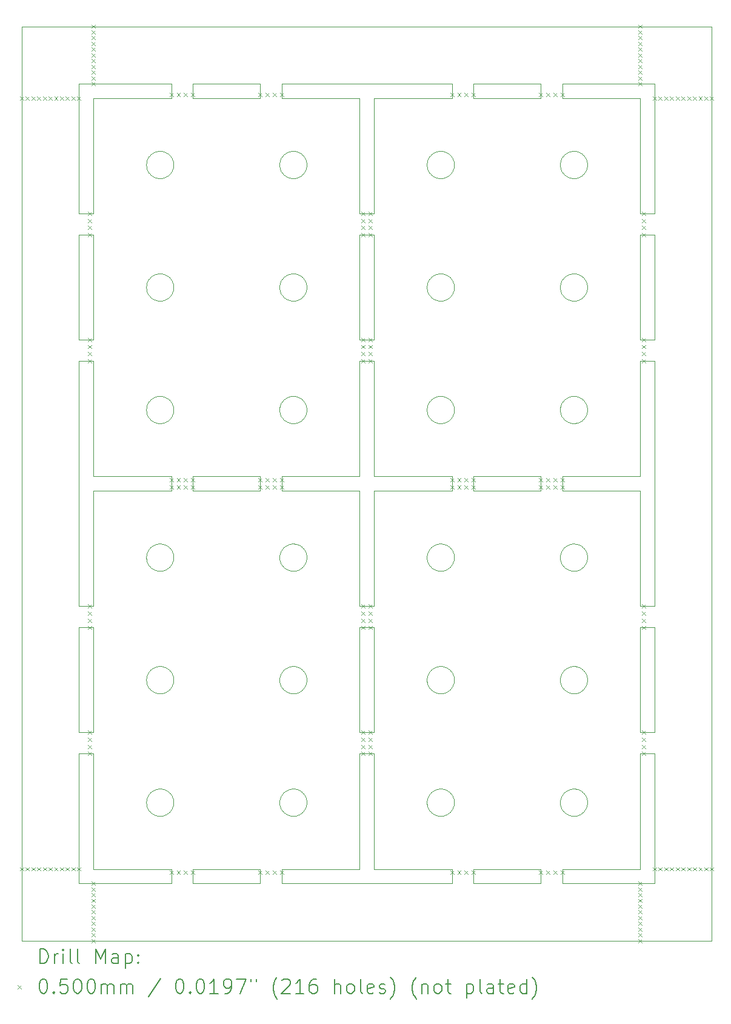
<source format=gbr>
%TF.GenerationSoftware,KiCad,Pcbnew,8.0.2*%
%TF.CreationDate,2025-04-08T15:20:26-05:00*%
%TF.ProjectId,Top_layer_Panel,546f705f-6c61-4796-9572-5f50616e656c,rev?*%
%TF.SameCoordinates,PX5fa74e0PY8cc3280*%
%TF.FileFunction,Drillmap*%
%TF.FilePolarity,Positive*%
%FSLAX45Y45*%
G04 Gerber Fmt 4.5, Leading zero omitted, Abs format (unit mm)*
G04 Created by KiCad (PCBNEW 8.0.2) date 2025-04-08 15:20:26*
%MOMM*%
%LPD*%
G01*
G04 APERTURE LIST*
%ADD10C,0.100000*%
%ADD11C,0.200000*%
G04 APERTURE END LIST*
D10*
X3979767Y5340604D02*
X3979071Y5331231D01*
X1752930Y10761106D02*
X1749740Y10769948D01*
X3861078Y5526204D02*
X3869705Y5522473D01*
X3601451Y7433440D02*
X3602841Y7442736D01*
X5706828Y1805093D02*
X5700826Y1812326D01*
X7545065Y9025679D02*
X7540602Y9033951D01*
X6039767Y5340604D02*
X6039071Y5331231D01*
X7872552Y9218372D02*
X7877218Y9210212D01*
X1740058Y10834700D02*
X1740523Y10844087D01*
X5662841Y10862736D02*
X5664689Y10871952D01*
X3869705Y7582473D02*
X3878137Y7578321D01*
X1955770Y8931756D02*
X1946429Y8930712D01*
X7540602Y1843951D02*
X7536554Y1852434D01*
X3965311Y9193252D02*
X3968719Y9184493D01*
X5946353Y7573756D02*
X5954334Y7568790D01*
X7524689Y7451952D02*
X7526991Y7461065D01*
X7888719Y10765507D02*
X7885311Y10756748D01*
X7745048Y5163261D02*
X7735770Y5161756D01*
X1872181Y11010989D02*
X1881203Y11013627D01*
X6039767Y3649396D02*
X6040000Y3640000D01*
X1814180Y8969382D02*
X1806873Y8975294D01*
X5875770Y2118244D02*
X5885048Y2116740D01*
X5792181Y10649011D02*
X5783302Y10652092D01*
X1908893Y2118824D02*
X1918257Y2119637D01*
X2087488Y5243710D02*
X2082039Y5236052D01*
X1741451Y7433440D02*
X1742841Y7442736D01*
X7735770Y5161756D02*
X7726429Y5160712D01*
X3923517Y3504821D02*
X3916668Y3498384D01*
X3723302Y5527908D02*
X3732181Y5530989D01*
X6012552Y9218372D02*
X6017218Y9210212D01*
X2076218Y1808672D02*
X2070038Y1801590D01*
X3601451Y1906560D02*
X3600523Y1915913D01*
X3977911Y1958097D02*
X3979071Y1948769D01*
X3674180Y5199382D02*
X3666873Y5205294D01*
X1806873Y9264706D02*
X1814180Y9270618D01*
X3869705Y5522473D02*
X3878137Y5518321D01*
X1890343Y8934185D02*
X1881203Y8936373D01*
X5680602Y3553951D02*
X5676554Y3562434D01*
X7843517Y10694822D02*
X7836668Y10688384D01*
X1974240Y1745222D02*
X1965048Y1743261D01*
X3706053Y5520449D02*
X3714585Y5524392D01*
X1760602Y5436049D02*
X1765065Y5444321D01*
X5689931Y10727638D02*
X5685065Y10735679D01*
X1837726Y7576089D02*
X1846053Y7580449D01*
X7894216Y7363478D02*
X7891690Y7354424D01*
X2097218Y3730212D02*
X2101474Y3721832D01*
X3869705Y7237527D02*
X3861078Y7233796D01*
X1752930Y5281106D02*
X1749740Y5289948D01*
X3923517Y5214822D02*
X3916668Y5208384D01*
X1821770Y10986161D02*
X1829625Y10991323D01*
X5676554Y9042434D02*
X5672930Y9051106D01*
X3825048Y9306740D02*
X3834240Y9304778D01*
X7545065Y2024321D02*
X7549931Y2032362D01*
X2087488Y10936290D02*
X2092552Y10928372D01*
X5866429Y3829288D02*
X5875770Y3828244D01*
X4819900Y10150000D02*
X4720000Y10150000D01*
X3980000Y9120000D02*
X3979767Y9110604D01*
X4820100Y4370000D02*
X4920000Y4370000D01*
X3979767Y1939396D02*
X3980000Y1930000D01*
X3750343Y5164185D02*
X3741203Y5166373D01*
X3609740Y10890053D02*
X3612930Y10898894D01*
X3979767Y3630604D02*
X3979071Y3621231D01*
X3612930Y1998894D02*
X3616554Y2007566D01*
X3689625Y10668678D02*
X3681770Y10673839D01*
X7573180Y7278165D02*
X7566828Y7285093D01*
X7897911Y5321903D02*
X7896292Y5312645D01*
X1740058Y5354700D02*
X1740523Y5364087D01*
X3806429Y9309288D02*
X3815770Y9308244D01*
X1775189Y2040153D02*
X1780826Y2047674D01*
X2087488Y9013710D02*
X2082039Y9006052D01*
X7899767Y7400604D02*
X7899071Y7391231D01*
X1765065Y1835679D02*
X1760602Y1843951D01*
X7891690Y1874424D02*
X7888719Y1865507D01*
X7250000Y6379900D02*
X7250000Y6280000D01*
X3625065Y5255679D02*
X3620602Y5263951D01*
X5706828Y9244907D02*
X5713180Y9251835D01*
X7789705Y3812473D02*
X7798137Y3808321D01*
X5838257Y7220363D02*
X5828893Y7221176D01*
X1983324Y5167636D02*
X1974240Y5165222D01*
X5990038Y1801590D02*
X5983517Y1794821D01*
X3977911Y9091903D02*
X3976292Y9082645D01*
X2117911Y5321903D02*
X2116292Y5312645D01*
X3947488Y10723710D02*
X3942039Y10716052D01*
X3723302Y10652092D02*
X3714585Y10655608D01*
X1937048Y8930131D02*
X1927650Y8930015D01*
X7549931Y3537638D02*
X7545065Y3545679D01*
X2049510Y7262293D02*
X2042059Y7256564D01*
X6040000Y3640000D02*
X6039767Y3630604D01*
X7798137Y5181680D02*
X7789705Y5177527D01*
X1775189Y10719847D02*
X1769931Y10727638D01*
X3916668Y3498384D02*
X3909510Y3492293D01*
X7789705Y9292473D02*
X7798137Y9288321D01*
X5810343Y1744185D02*
X5801203Y1746373D01*
X6017218Y2020212D02*
X6021474Y2011832D01*
X6036292Y10792645D02*
X6034216Y10783478D01*
X1846053Y8949551D02*
X1837726Y8953911D01*
X2042059Y1776564D02*
X2034334Y1771210D01*
X7652181Y7229011D02*
X7643302Y7232092D01*
X3947488Y9013710D02*
X3942039Y9006052D01*
X2009705Y5177527D02*
X2001078Y5173796D01*
X1806873Y10974706D02*
X1814180Y10980618D01*
X2056668Y7268384D02*
X2049510Y7262293D01*
X7822059Y10983437D02*
X7829510Y10977707D01*
X7726429Y3829288D02*
X7735770Y3828244D01*
X2119071Y3621231D02*
X2117911Y3611903D01*
X7877218Y7500212D02*
X7881474Y7491832D01*
X3979071Y10848770D02*
X3979767Y10839396D01*
X5719867Y10968440D02*
X5726873Y10974706D01*
X3952552Y1831628D02*
X3947488Y1823710D01*
X3750343Y5535816D02*
X3759581Y5537549D01*
X1793180Y10698165D02*
X1786828Y10705093D01*
X3909510Y9267707D02*
X3916668Y9261616D01*
X5766053Y3810449D02*
X5774585Y3814392D01*
X3629931Y1827638D02*
X3625065Y1835679D01*
X3806429Y3829288D02*
X3815770Y3828244D01*
X3974216Y9073478D02*
X3971690Y9064425D01*
X5828893Y3451176D02*
X5819581Y3452451D01*
X4720000Y8390000D02*
X4720000Y9850000D01*
X5660523Y9134087D02*
X5661451Y9143440D01*
X7862039Y5463948D02*
X7867488Y5456290D01*
X6025311Y7483252D02*
X6028719Y7474493D01*
X5946353Y7246244D02*
X5938137Y7241679D01*
X7526991Y7461065D02*
X7529740Y7470053D01*
X7586873Y3784706D02*
X7594180Y3790618D01*
X2082039Y3753948D02*
X2087488Y3746290D01*
X7897911Y1901903D02*
X7896292Y1892645D01*
X2026353Y2093756D02*
X2034334Y2088790D01*
X1799867Y5211560D02*
X1793180Y5218165D01*
X1983324Y1747636D02*
X1974240Y1745222D01*
X5672930Y7341106D02*
X5669740Y7349947D01*
X5666991Y3691065D02*
X5669740Y3700053D01*
X7594180Y9270618D02*
X7601770Y9276161D01*
X7707650Y8930015D02*
X7698257Y8930363D01*
X6037911Y1901903D02*
X6036292Y1892645D01*
X7899767Y5340604D02*
X7899071Y5331231D01*
X7573180Y1798165D02*
X7566828Y1805093D01*
X7806353Y10666244D02*
X7798137Y10661680D01*
X5792181Y8939011D02*
X5783302Y8942092D01*
X7545065Y1835679D02*
X7540602Y1843951D01*
X7872552Y2028372D02*
X7877218Y2020212D01*
X7881474Y2011832D02*
X7885311Y2003252D01*
X3930038Y2058410D02*
X3936218Y2051328D01*
X7836668Y10971616D02*
X7843517Y10965179D01*
X3606991Y5298936D02*
X3604689Y5308048D01*
X2034334Y8961210D02*
X2026353Y8956244D01*
X5660523Y10844087D02*
X5661451Y10853440D01*
X2009705Y7237527D02*
X2001078Y7233796D01*
X2076218Y3518672D02*
X2070038Y3511590D01*
X7545065Y9214321D02*
X7549931Y9222362D01*
X7899767Y10839396D02*
X7900000Y10830000D01*
X7814334Y10988791D02*
X7822059Y10983437D01*
X1890343Y9305816D02*
X1899581Y9307549D01*
X6039767Y10820604D02*
X6039071Y10811231D01*
X5669740Y9059948D02*
X5666991Y9068936D01*
X7754240Y5165222D02*
X7745048Y5163261D01*
X3902059Y10676564D02*
X3894334Y10671210D01*
X3976292Y5312645D02*
X3974216Y5303478D01*
X5969510Y2077707D02*
X5976668Y2071616D01*
X7856218Y10708672D02*
X7850038Y10701590D01*
X3612930Y3708894D02*
X3616554Y3717566D01*
X3600523Y3625913D02*
X3600058Y3635300D01*
X3653180Y10961835D02*
X3659867Y10968440D01*
X3625065Y9214321D02*
X3629931Y9222362D01*
X1769931Y7512362D02*
X1775189Y7520153D01*
X7532930Y3571106D02*
X7529740Y3579947D01*
X7772277Y1750496D02*
X7763324Y1747636D01*
X1899581Y5162451D02*
X1890343Y5164185D01*
X5996218Y1808672D02*
X5990038Y1801590D01*
X6017218Y5440212D02*
X6021474Y5431833D01*
X3759581Y7222451D02*
X3750343Y7224185D01*
X5741770Y7566161D02*
X5749625Y7571323D01*
X7899767Y5359396D02*
X7900000Y5350000D01*
X5695189Y9009847D02*
X5689931Y9017638D01*
X7521451Y1906560D02*
X7520523Y1915913D01*
X3869705Y3467527D02*
X3861078Y3463796D01*
X7877218Y10920212D02*
X7881474Y10911833D01*
X6012552Y7311628D02*
X6007488Y7303710D01*
X7617726Y10663911D02*
X7609625Y10668678D01*
X3723302Y1752092D02*
X3714585Y1755608D01*
X7726429Y1740712D02*
X7717048Y1740131D01*
X1765065Y5255679D02*
X1760602Y5263951D01*
X3723302Y7232092D02*
X3714585Y7235608D01*
X5857048Y5539869D02*
X5866429Y5539288D01*
X7522841Y3672736D02*
X7524689Y3681952D01*
X1775189Y5239847D02*
X1769931Y5247638D01*
X1899581Y7222451D02*
X1890343Y7224185D01*
X5734180Y7560618D02*
X5741770Y7566161D01*
X5666991Y1878935D02*
X5664689Y1888048D01*
X5976668Y5491616D02*
X5983517Y5485179D01*
X5810343Y5164185D02*
X5801203Y5166373D01*
X7888719Y5414493D02*
X7891690Y5405576D01*
X3640826Y3757674D02*
X3646828Y3764907D01*
X2063517Y10694822D02*
X2056668Y10688384D01*
X3666873Y10974706D02*
X3674180Y10980618D01*
X7524689Y5308048D02*
X7522841Y5317264D01*
X7545065Y3545679D02*
X7540602Y3553951D01*
X3894334Y1771210D02*
X3886353Y1766244D01*
X5669740Y5410053D02*
X5672930Y5418894D01*
X1821770Y7253839D02*
X1814180Y7259382D01*
X7579867Y5211560D02*
X7573180Y5218165D01*
X7250000Y11960000D02*
X7250000Y11760000D01*
X5766053Y8949551D02*
X5757726Y8953911D01*
X1780826Y7527674D02*
X1786828Y7534907D01*
X7520523Y9105913D02*
X7520058Y9115301D01*
X3942039Y5463948D02*
X3947488Y5456290D01*
X3852277Y2109504D02*
X3861078Y2106204D01*
X3681770Y1773839D02*
X3674180Y1779382D01*
X2063517Y3775179D02*
X2070038Y3768410D01*
X6010000Y800000D02*
X3630000Y800000D01*
X5929705Y1757527D02*
X5921078Y1753796D01*
X1742841Y7377264D02*
X1741451Y7386560D01*
X5660523Y10815913D02*
X5660058Y10825301D01*
X3732181Y1749011D02*
X3723302Y1752092D01*
X5929705Y5522473D02*
X5938137Y5518321D01*
X3646828Y5474907D02*
X3653180Y5481835D01*
X7897911Y10801903D02*
X7896292Y10792645D01*
X1946429Y9309288D02*
X1955770Y9308244D01*
X7529740Y7349947D02*
X7526991Y7358935D01*
X7526991Y5401065D02*
X7529740Y5410053D01*
X7897911Y7438097D02*
X7899071Y7428769D01*
X1749740Y3579947D02*
X1746991Y3588935D01*
X4720000Y8090000D02*
X4819900Y8090000D01*
X6017218Y10920212D02*
X6021474Y10911833D01*
X5676554Y7332434D02*
X5672930Y7341106D01*
X5734180Y5199382D02*
X5726873Y5205294D01*
X7661203Y7226373D02*
X7652181Y7229011D01*
X1974240Y5165222D02*
X1965048Y5163261D01*
X7586873Y5494706D02*
X7594180Y5500618D01*
X5828893Y3828824D02*
X5838257Y3829637D01*
X3843324Y7592364D02*
X3852277Y7589504D01*
X7250000Y11760000D02*
X6310000Y11760000D01*
X1863302Y5172092D02*
X1854585Y5175608D01*
X7867488Y9226290D02*
X7872552Y9218372D01*
X3852277Y3819504D02*
X3861078Y3816204D01*
X6025311Y10756748D02*
X6021474Y10748168D01*
X6010000Y11760000D02*
X4920000Y11760000D01*
X3723302Y11007908D02*
X3732181Y11010989D01*
X1946429Y8930712D02*
X1937048Y8930131D01*
X4820100Y8090000D02*
X4920000Y8090000D01*
X5866429Y1740712D02*
X5857048Y1740131D01*
X7586873Y3495294D02*
X7579867Y3501560D01*
X7745048Y3826739D02*
X7754240Y3824778D01*
X6031690Y5294425D02*
X6028719Y5285507D01*
X7717048Y2119869D02*
X7726429Y2119288D01*
X3620602Y1843951D02*
X3616554Y1852434D01*
X7609625Y2091323D02*
X7617726Y2096089D01*
X1927650Y3829985D02*
X1937048Y3829869D01*
X1749740Y9180053D02*
X1752930Y9188894D01*
X2119071Y9101231D02*
X2117911Y9091903D01*
X7707650Y11019986D02*
X7717048Y11019869D01*
X3616554Y7487566D02*
X3620602Y7496049D01*
X7520058Y10825301D02*
X7520058Y10834700D01*
X5726873Y5205294D02*
X5719867Y5211560D01*
X3602841Y7377264D02*
X3601451Y7386560D01*
X1756554Y3717566D02*
X1760602Y3726049D01*
X7609625Y9281323D02*
X7617726Y9286089D01*
X7670343Y5164185D02*
X7661203Y5166373D01*
X7814334Y1771210D02*
X7806353Y1766244D01*
X3976292Y7447355D02*
X3977911Y7438097D01*
X1799867Y3778440D02*
X1806873Y3784706D01*
X3923517Y10694822D02*
X3916668Y10688384D01*
X7781078Y11006204D02*
X7789705Y11002473D01*
X6007488Y7516290D02*
X6012552Y7508372D01*
X1854585Y7235608D02*
X1846053Y7239551D01*
X2063517Y8984822D02*
X2056668Y8978384D01*
X6002039Y10716052D02*
X5996218Y10708672D01*
X5828893Y11018824D02*
X5838257Y11019637D01*
X6017218Y7500212D02*
X6021474Y7491832D01*
X7735770Y3451756D02*
X7726429Y3450712D01*
X2087488Y9226290D02*
X2092552Y9218372D01*
X6017218Y9029788D02*
X6012552Y9021629D01*
X5969510Y5202293D02*
X5962059Y5196564D01*
X5700826Y5467674D02*
X5706828Y5474907D01*
X7601770Y8963839D02*
X7594180Y8969382D01*
X3936218Y7531328D02*
X3942039Y7523948D01*
X2092552Y2028372D02*
X2097218Y2020212D01*
X3861078Y7233796D02*
X3852277Y7230496D01*
X2111690Y5294425D02*
X2108720Y5285507D01*
X1740523Y7395913D02*
X1740058Y7405300D01*
X5929705Y2102473D02*
X5938137Y2098321D01*
X7545065Y3734321D02*
X7549931Y3742362D01*
X3894334Y8961210D02*
X3886353Y8956244D01*
X3815770Y11018244D02*
X3825048Y11016740D01*
X2117911Y7438097D02*
X2119071Y7428769D01*
X3681770Y9276161D02*
X3689625Y9281323D01*
X5783302Y3817908D02*
X5792181Y3820989D01*
X7586873Y7554706D02*
X7594180Y7560618D01*
X3778257Y11019637D02*
X3787650Y11019986D01*
X1786828Y5474907D02*
X1793180Y5481835D01*
X3957218Y9210212D02*
X3961474Y9201833D01*
X3646828Y2054907D02*
X3653180Y2061835D01*
X3759581Y8932451D02*
X3750343Y8934185D01*
X3697726Y3473911D02*
X3689625Y3478677D01*
X7579867Y5488440D02*
X7586873Y5494706D01*
X3706053Y3810449D02*
X3714585Y3814392D01*
X3697726Y5516089D02*
X3706053Y5520449D01*
X7891690Y3695576D02*
X7894216Y3686522D01*
X3936218Y5471328D02*
X3942039Y5463948D01*
X1937048Y1740131D02*
X1927650Y1740015D01*
X3957218Y1839788D02*
X3952552Y1831628D01*
X5757726Y1763911D02*
X5749625Y1768677D01*
X7661203Y3823627D02*
X7670343Y3825815D01*
X7522841Y3607264D02*
X7521451Y3616560D01*
X3923517Y7545179D02*
X3930038Y7538410D01*
X1854585Y11004392D02*
X1863302Y11007908D01*
X5774585Y3814392D02*
X5783302Y3817908D01*
X3942039Y3526052D02*
X3936218Y3518672D01*
X1837726Y7243911D02*
X1829625Y7248677D01*
X7836668Y5491616D02*
X7843517Y5485179D01*
X2026353Y3803756D02*
X2034334Y3798790D01*
X8840000Y8090000D02*
X8840000Y4670000D01*
X5996218Y2051328D02*
X6002039Y2043948D01*
X7781078Y2106204D02*
X7789705Y2102473D01*
X3689625Y8958678D02*
X3681770Y8963839D01*
X3706053Y10659551D02*
X3697726Y10663911D01*
X5680602Y1843951D02*
X5676554Y1852434D01*
X5726873Y1785294D02*
X5719867Y1791560D01*
X7781078Y10653796D02*
X7772277Y10650497D01*
X1872181Y5169011D02*
X1863302Y5172092D01*
X2042059Y3486564D02*
X2034334Y3481210D01*
X7529740Y5410053D02*
X7532930Y5418894D01*
X1752930Y5418894D02*
X1756554Y5427566D01*
X2101474Y3721832D02*
X2105311Y3713252D01*
X5929705Y11002473D02*
X5938137Y10998321D01*
X1974240Y9304778D02*
X1983324Y9302364D01*
X3714585Y11004392D02*
X3723302Y11007908D01*
X7594180Y8969382D02*
X7586873Y8975294D01*
X1744689Y7368048D02*
X1742841Y7377264D01*
X7900000Y7410000D02*
X7899767Y7400604D01*
X4820100Y2910000D02*
X4819900Y2910000D01*
X3936218Y2051328D02*
X3942039Y2043948D01*
X1955770Y1741756D02*
X1946429Y1740712D01*
X3909510Y7262293D02*
X3902059Y7256564D01*
X6028719Y10765507D02*
X6025311Y10756748D01*
X2070038Y10701590D02*
X2063517Y10694822D01*
X1780826Y3757674D02*
X1786828Y3764907D01*
X7899767Y10820604D02*
X7899071Y10811231D01*
X5857048Y11019869D02*
X5866429Y11019288D01*
X3625065Y10924321D02*
X3629931Y10932362D01*
X2119071Y10811231D02*
X2117911Y10801903D01*
X3659867Y1791560D02*
X3653180Y1798165D01*
X5766053Y11000449D02*
X5774585Y11004392D01*
X7822059Y2083436D02*
X7829510Y2077707D01*
X2390000Y6380100D02*
X2390000Y6480000D01*
X5689931Y9017638D02*
X5685065Y9025679D01*
X3750343Y8934185D02*
X3741203Y8936373D01*
X5680602Y9033951D02*
X5676554Y9042434D01*
X3741203Y1746373D02*
X3732181Y1749011D01*
X5847650Y3829985D02*
X5857048Y3829869D01*
X7526991Y7358935D02*
X7524689Y7368048D01*
X7549931Y5247638D02*
X7545065Y5255679D01*
X6028719Y1865507D02*
X6025311Y1856748D01*
X3894334Y10671210D02*
X3886353Y10666244D01*
X5976668Y3498384D02*
X5969510Y3492293D01*
X7735770Y11018244D02*
X7745048Y11016740D01*
X3759581Y5537549D02*
X3768893Y5538824D01*
X2042059Y10676564D02*
X2034334Y10671210D01*
X7899071Y10848770D02*
X7899767Y10839396D01*
X2026353Y8956244D02*
X2018137Y8951680D01*
X3936218Y9241328D02*
X3942039Y9233948D01*
X7867488Y7303710D02*
X7862039Y7296052D01*
X2116292Y9082645D02*
X2114216Y9073478D01*
X3916668Y7551616D02*
X3923517Y7545179D01*
X7540602Y5263951D02*
X7536554Y5272434D01*
X3930038Y5478410D02*
X3936218Y5471328D01*
X5766053Y5179551D02*
X5757726Y5183911D01*
X4720000Y4670000D02*
X4720000Y6280000D01*
X7670343Y3825815D02*
X7679581Y3827549D01*
X8640000Y6480000D02*
X8640000Y8090000D01*
X3741203Y5533627D02*
X3750343Y5535816D01*
X7643302Y1752092D02*
X7634585Y1755608D01*
X7617726Y9286089D02*
X7626053Y9290449D01*
X3923517Y1794821D02*
X3916668Y1788384D01*
X1740058Y1934700D02*
X1740523Y1944087D01*
X2076218Y5228672D02*
X2070038Y5221590D01*
X3980000Y3640000D02*
X3979767Y3630604D01*
X6007488Y3746290D02*
X6012552Y3738372D01*
X6310000Y11760000D02*
X6310000Y11960000D01*
X5660523Y5335913D02*
X5660058Y5345301D01*
X7822059Y3486564D02*
X7814334Y3481210D01*
X5695189Y3529847D02*
X5689931Y3537638D01*
X5990038Y8991590D02*
X5983517Y8984822D01*
X3732181Y7590989D02*
X3741203Y7593627D01*
X3689625Y3478677D02*
X3681770Y3483839D01*
X3714585Y7584392D02*
X3723302Y7587908D01*
X5660058Y10825301D02*
X5660058Y10834700D01*
X7896292Y9082645D02*
X7894216Y9073478D01*
X3902059Y5196564D02*
X3894334Y5191210D01*
X3697726Y10996089D02*
X3706053Y11000449D01*
X3674180Y5500618D02*
X3681770Y5506161D01*
X2070038Y7281590D02*
X2063517Y7274821D01*
X6310000Y6380100D02*
X6310000Y6480000D01*
X7679581Y1742451D02*
X7670343Y1744185D01*
X7867488Y5456290D02*
X7872552Y5448372D01*
X6040000Y5350000D02*
X6039767Y5340604D01*
X7524689Y9078048D02*
X7522841Y9087264D01*
X2111690Y10885576D02*
X2114216Y10876522D01*
X3806429Y2119288D02*
X3815770Y2118244D01*
X5929705Y5177527D02*
X5921078Y5173796D01*
X3600058Y1934700D02*
X3600523Y1944087D01*
X1814180Y3790618D02*
X1821770Y3796161D01*
X3909510Y3787707D02*
X3916668Y3781616D01*
X3629931Y10727638D02*
X3625065Y10735679D01*
X7573180Y5481835D02*
X7579867Y5488440D01*
X7661203Y1746373D02*
X7652181Y1749011D01*
X7798137Y2098321D02*
X7806353Y2093756D01*
X5976668Y1788384D02*
X5969510Y1782293D01*
X5660058Y10834700D02*
X5660523Y10844087D01*
X5976668Y9261616D02*
X5983517Y9255179D01*
X3653180Y3771835D02*
X3659867Y3778440D01*
X3834240Y8935222D02*
X3825048Y8933261D01*
X2101474Y7328168D02*
X2097218Y7319788D01*
X1955770Y5161756D02*
X1946429Y5160712D01*
X5774585Y1755608D02*
X5766053Y1759551D01*
X2092552Y1831628D02*
X2087488Y1823710D01*
X5749625Y7248677D02*
X5741770Y7253839D01*
X3640826Y7527674D02*
X3646828Y7534907D01*
X1992277Y7230496D02*
X1983324Y7227636D01*
X2001078Y9296204D02*
X2009705Y9292473D01*
X7806353Y2093756D02*
X7814334Y2088790D01*
X1769931Y2032362D02*
X1775189Y2040153D01*
X7707650Y3829985D02*
X7717048Y3829869D01*
X5938137Y2098321D02*
X5946353Y2093756D01*
X2119768Y3649396D02*
X2120000Y3640000D01*
X5669740Y3700053D02*
X5672930Y3708894D01*
X5962059Y5503437D02*
X5969510Y5497707D01*
X7899767Y3630604D02*
X7899071Y3621231D01*
X3787650Y9309986D02*
X3797048Y9309869D01*
X2001078Y5173796D02*
X1992277Y5170497D01*
X5801203Y10646373D02*
X5792181Y10649011D01*
X5766053Y5520449D02*
X5774585Y5524392D01*
X5946353Y10666244D02*
X5938137Y10661680D01*
X5983517Y3775179D02*
X5990038Y3768410D01*
X7806353Y5186244D02*
X7798137Y5181680D01*
X5990038Y3768410D02*
X5996218Y3761328D01*
X1769931Y7307638D02*
X1765065Y7315679D01*
X7532930Y10761106D02*
X7529740Y10769948D01*
X3653180Y2061835D02*
X3659867Y2068440D01*
X7579867Y10691560D02*
X7573180Y10698165D01*
X1814180Y7259382D02*
X1806873Y7265294D01*
X5664689Y1888048D02*
X5662841Y1897264D01*
X1765065Y9214321D02*
X1769931Y9222362D01*
X3968719Y9055507D02*
X3965311Y9046748D01*
X1799867Y5488440D02*
X1806873Y5494706D01*
X7540602Y7323951D02*
X7536554Y7332434D01*
X5713180Y2061835D02*
X5719867Y2068440D01*
X5669740Y9180053D02*
X5672930Y9188894D01*
X5783302Y7232092D02*
X5774585Y7235608D01*
X1946429Y7599288D02*
X1955770Y7598244D01*
X7579867Y8981560D02*
X7573180Y8988165D01*
X2049510Y7557707D02*
X2056668Y7551616D01*
X7626053Y2100449D02*
X7634585Y2104392D01*
X3697726Y7576089D02*
X3706053Y7580449D01*
X7717048Y8930131D02*
X7707650Y8930015D01*
X7549931Y2032362D02*
X7555189Y2040153D01*
X3741203Y2113627D02*
X3750343Y2115816D01*
X2097218Y7319788D02*
X2092552Y7311628D01*
X5689931Y5452362D02*
X5695189Y5460153D01*
X5726873Y3784706D02*
X5734180Y3790618D01*
X6007488Y5243710D02*
X6002039Y5236052D01*
X3974216Y3686522D02*
X3976292Y3677355D01*
X5828893Y8931176D02*
X5819581Y8932451D01*
X7601770Y7566161D02*
X7609625Y7571323D01*
X1927650Y2119986D02*
X1937048Y2119869D01*
X5847650Y8930015D02*
X5838257Y8930363D01*
X7754240Y8935222D02*
X7745048Y8933261D01*
X3604689Y10871952D02*
X3606991Y10881065D01*
X6012552Y5251629D02*
X6007488Y5243710D01*
X5847650Y3450015D02*
X5838257Y3450363D01*
X1744689Y1971952D02*
X1746991Y1981065D01*
X7679581Y7222451D02*
X7670343Y7224185D01*
X3609740Y1990053D02*
X3612930Y1998894D01*
X5903324Y10647636D02*
X5894240Y10645222D01*
X7843517Y9255179D02*
X7850038Y9248410D01*
X4720000Y2910000D02*
X4720000Y4370000D01*
X7881474Y7491832D02*
X7885311Y7483252D01*
X1890343Y7595815D02*
X1899581Y7597549D01*
X5749625Y5188678D02*
X5741770Y5193839D01*
X3957218Y9029788D02*
X3952552Y9021629D01*
X5660058Y5354700D02*
X5660523Y5364087D01*
X7540602Y5436049D02*
X7545065Y5444321D01*
X1765065Y2024321D02*
X1769931Y2032362D01*
X6036292Y3677355D02*
X6037911Y3668097D01*
X1740058Y3644700D02*
X1740523Y3654087D01*
X5719867Y3501560D02*
X5713180Y3508165D01*
X1908893Y5161176D02*
X1899581Y5162451D01*
X1890343Y3454185D02*
X1881203Y3456373D01*
X3886353Y8956244D02*
X3878137Y8951680D01*
X7896292Y3677355D02*
X7897911Y3668097D01*
X3916668Y9261616D02*
X3923517Y9255179D01*
X5801203Y7593627D02*
X5810343Y7595815D01*
X1992277Y3819504D02*
X2001078Y3816204D01*
X7652181Y3459011D02*
X7643302Y3462092D01*
X3834240Y1745222D02*
X3825048Y1743261D01*
X5666991Y7461065D02*
X5669740Y7470053D01*
X7529740Y1990053D02*
X7532930Y1998894D01*
X5990038Y3511590D02*
X5983517Y3504821D01*
X7634585Y11004392D02*
X7643302Y11007908D01*
X5921078Y9296204D02*
X5929705Y9292473D01*
X7781078Y3816204D02*
X7789705Y3812473D01*
X5713180Y10961835D02*
X5719867Y10968440D01*
X3806429Y5160712D02*
X3797048Y5160131D01*
X7661203Y5533627D02*
X7670343Y5535816D01*
X6010000Y6380100D02*
X6010000Y6379900D01*
X3600058Y9115301D02*
X3600058Y9124700D01*
X1955770Y11018244D02*
X1965048Y11016740D01*
X1965048Y5163261D02*
X1955770Y5161756D01*
X6037911Y10801903D02*
X6036292Y10792645D01*
X1780826Y1812326D02*
X1775189Y1819847D01*
X1742841Y5317264D02*
X1741451Y5326560D01*
X1881203Y1746373D02*
X1872181Y1749011D01*
X7707650Y5160015D02*
X7698257Y5160363D01*
X7560826Y5232326D02*
X7555189Y5239847D01*
X7670343Y10644185D02*
X7661203Y10646373D01*
X1927650Y11019986D02*
X1937048Y11019869D01*
X2063517Y5485179D02*
X2070038Y5478410D01*
X5669740Y1990053D02*
X5672930Y1998894D01*
X1749740Y3700053D02*
X1752930Y3708894D01*
X3965311Y10903252D02*
X3968719Y10894493D01*
X7679581Y8932451D02*
X7670343Y8934185D01*
X5695189Y7299847D02*
X5689931Y7307638D01*
X7549931Y7307638D02*
X7545065Y7315679D01*
X7707650Y5539986D02*
X7717048Y5539869D01*
X1744689Y7451952D02*
X1746991Y7461065D01*
X3797048Y7220131D02*
X3787650Y7220015D01*
X3600523Y9134087D02*
X3601451Y9143440D01*
X5664689Y1971952D02*
X5666991Y1981065D01*
X2101474Y2011832D02*
X2105311Y2003252D01*
X5662841Y1962736D02*
X5664689Y1971952D01*
X5666991Y9068936D02*
X5664689Y9078048D01*
X7521451Y5326560D02*
X7520523Y5335913D01*
X6037911Y3668097D02*
X6039071Y3658769D01*
X7594180Y3489382D02*
X7586873Y3495294D01*
X1899581Y8932451D02*
X1890343Y8934185D01*
X3834240Y11014778D02*
X3843324Y11012364D01*
X5847650Y1740015D02*
X5838257Y1740363D01*
X6002039Y1816052D02*
X5996218Y1808672D01*
X7891690Y7465576D02*
X7894216Y7456522D01*
X2117911Y3668097D02*
X2119071Y3658769D01*
X5912277Y5170497D02*
X5903324Y5167636D01*
X3843324Y10647636D02*
X3834240Y10645222D01*
X5903324Y8937636D02*
X5894240Y8935222D01*
X1937048Y2119869D02*
X1946429Y2119288D01*
X5819581Y2117549D02*
X5828893Y2118824D01*
X3965311Y3566748D02*
X3961474Y3558168D01*
X7896292Y10792645D02*
X7894216Y10783478D01*
X5666991Y1981065D02*
X5669740Y1990053D01*
X7754240Y2114778D02*
X7763324Y2112364D01*
X1899581Y5537549D02*
X1908893Y5538824D01*
X5706828Y5474907D02*
X5713180Y5481835D01*
X3759581Y7597549D02*
X3768893Y7598824D01*
X5669740Y3579947D02*
X5666991Y3588935D01*
X1974240Y10645222D02*
X1965048Y10643261D01*
X7814334Y10671210D02*
X7806353Y10666244D01*
X3759581Y10642451D02*
X3750343Y10644185D01*
X5857048Y3450131D02*
X5847650Y3450015D01*
X3923517Y8984822D02*
X3916668Y8978384D01*
X3834240Y5534778D02*
X3843324Y5532364D01*
X3974216Y1883478D02*
X3971690Y1874424D01*
X2111690Y3695576D02*
X2114216Y3686522D01*
X3825048Y1743261D02*
X3815770Y1741756D01*
X7899071Y5368770D02*
X7899767Y5359396D01*
X3930038Y7538410D02*
X3936218Y7531328D01*
X5885048Y3453261D02*
X5875770Y3451756D01*
X1899581Y9307549D02*
X1908893Y9308824D01*
X7888719Y7345507D02*
X7885311Y7336748D01*
X2063517Y9255179D02*
X2070038Y9248410D01*
X1740523Y1915913D02*
X1740058Y1925300D01*
X5685065Y7504321D02*
X5689931Y7512362D01*
X6036292Y1892645D02*
X6034216Y1883478D01*
X7617726Y5516089D02*
X7626053Y5520449D01*
X7789705Y3467527D02*
X7781078Y3463796D01*
X5661451Y10853440D02*
X5662841Y10862736D01*
X3640826Y7292326D02*
X3635189Y7299847D01*
X1908893Y1741176D02*
X1899581Y1742451D01*
X1908893Y11018824D02*
X1918257Y11019637D01*
X2120000Y7410000D02*
X2119768Y7400604D01*
X7626053Y3469551D02*
X7617726Y3473911D01*
X5946353Y8956244D02*
X5938137Y8951680D01*
X1749740Y1990053D02*
X1752930Y1998894D01*
X5689931Y10932362D02*
X5695189Y10940153D01*
X7529740Y3700053D02*
X7532930Y3708894D01*
X5741770Y8963839D02*
X5734180Y8969382D01*
X3674180Y3489382D02*
X3666873Y3495294D01*
X1760602Y2016049D02*
X1765065Y2024321D01*
X1918257Y3829637D02*
X1927650Y3829985D01*
X7856218Y5471328D02*
X7862039Y5463948D01*
X1740523Y5335913D02*
X1740058Y5345301D01*
X3768893Y2118824D02*
X3778257Y2119637D01*
X1821770Y5506161D02*
X1829625Y5511323D01*
X1741451Y5373440D02*
X1742841Y5382736D01*
X5700826Y7527674D02*
X5706828Y7534907D01*
X3768893Y7221176D02*
X3759581Y7222451D01*
X7781078Y9296204D02*
X7789705Y9292473D01*
X5929705Y10657527D02*
X5921078Y10653796D01*
X5661451Y1906560D02*
X5660523Y1915913D01*
X5938137Y5181680D02*
X5929705Y5177527D01*
X3952552Y7508372D02*
X3957218Y7500212D01*
X5903324Y7592364D02*
X5912277Y7589504D01*
X2114216Y1883478D02*
X2111690Y1874424D01*
X7550000Y11960000D02*
X8840000Y11960000D01*
X7545065Y10924321D02*
X7549931Y10932362D01*
X3706053Y7239551D02*
X3697726Y7243911D01*
X1872181Y9300989D02*
X1881203Y9303627D01*
X7745048Y1743261D02*
X7735770Y1741756D01*
X5996218Y10708672D02*
X5990038Y10701590D01*
X7520523Y10815913D02*
X7520058Y10825301D01*
X2108720Y10894493D02*
X2111690Y10885576D01*
X6010000Y1000000D02*
X6010000Y800000D01*
X7877218Y9029788D02*
X7872552Y9021629D01*
X1965048Y7223261D02*
X1955770Y7221756D01*
X5706828Y10954907D02*
X5713180Y10961835D01*
X7688893Y7221176D02*
X7679581Y7222451D01*
X3923517Y2065179D02*
X3930038Y2058410D01*
X5921078Y3816204D02*
X5929705Y3812473D01*
X3706053Y2100449D02*
X3714585Y2104392D01*
X7532930Y1861106D02*
X7529740Y1869947D01*
X7532930Y9188894D02*
X7536554Y9197566D01*
X3974216Y3593478D02*
X3971690Y3584424D01*
X3629931Y5247638D02*
X3625065Y5255679D01*
X7872552Y7311628D02*
X7867488Y7303710D01*
X1983324Y5532364D02*
X1992277Y5529504D01*
X1769931Y9017638D02*
X1765065Y9025679D01*
X3778257Y3829637D02*
X3787650Y3829985D01*
X4920000Y1000000D02*
X6010000Y1000000D01*
X5983517Y7545179D02*
X5990038Y7538410D01*
X7609625Y1768677D02*
X7601770Y1773839D01*
X6012552Y1831628D02*
X6007488Y1823710D01*
X1746991Y9171065D02*
X1749740Y9180053D01*
X1927650Y1740015D02*
X1918257Y1740363D01*
X7822059Y7563436D02*
X7829510Y7557707D01*
X2056668Y5208384D02*
X2049510Y5202293D01*
X3612930Y1861106D02*
X3609740Y1869947D01*
X6039767Y5359396D02*
X6040000Y5350000D01*
X3942039Y3753948D02*
X3947488Y3746290D01*
X3979071Y7428769D02*
X3979767Y7419396D01*
X1740058Y7414700D02*
X1740523Y7424087D01*
X6025311Y9193252D02*
X6028719Y9184493D01*
X2082039Y9006052D02*
X2076218Y8998672D01*
X5983517Y7274821D02*
X5976668Y7268384D01*
X5757726Y8953911D02*
X5749625Y8958678D01*
X5962059Y8966564D02*
X5954334Y8961210D01*
X3952552Y5251629D02*
X3947488Y5243710D01*
X1746991Y10778936D02*
X1744689Y10788048D01*
X3602841Y9152736D02*
X3604689Y9161952D01*
X1765065Y10735679D02*
X1760602Y10743951D01*
X5946353Y1766244D02*
X5938137Y1761679D01*
X1752930Y9051106D02*
X1749740Y9059948D01*
X6031690Y9175576D02*
X6034216Y9166522D01*
X1974240Y2114778D02*
X1983324Y2112364D01*
X7867488Y3533710D02*
X7862039Y3526052D01*
X7560826Y2047674D02*
X7566828Y2054907D01*
X7877218Y5259788D02*
X7872552Y5251629D01*
X2116292Y10792645D02*
X2114216Y10783478D01*
X6007488Y10723710D02*
X6002039Y10716052D01*
X5885048Y7596739D02*
X5894240Y7594778D01*
X7652181Y5530989D02*
X7661203Y5533627D01*
X2114216Y5303478D02*
X2111690Y5294425D01*
X6039071Y9101231D02*
X6037911Y9091903D01*
X5689931Y7307638D02*
X5685065Y7315679D01*
X5719867Y7548440D02*
X5726873Y7554706D01*
X5672930Y10898894D02*
X5676554Y10907566D01*
X7891690Y5294425D02*
X7888719Y5285507D01*
X5660523Y9105913D02*
X5660058Y9115301D01*
X3602841Y9087264D02*
X3601451Y9096560D01*
X3886353Y5513756D02*
X3894334Y5508791D01*
X5894240Y5165222D02*
X5885048Y5163261D01*
X7532930Y5281106D02*
X7529740Y5289948D01*
X5996218Y9241328D02*
X6002039Y9233948D01*
X5996218Y8998672D02*
X5990038Y8991590D01*
X7896292Y1892645D02*
X7894216Y1883478D01*
X1899581Y7597549D02*
X1908893Y7598824D01*
X3936218Y10708672D02*
X3930038Y10701590D01*
X7579867Y3501560D02*
X7573180Y3508165D01*
X5660523Y3625913D02*
X5660058Y3635300D01*
X3930038Y8991590D02*
X3923517Y8984822D01*
X7579867Y7271560D02*
X7573180Y7278165D01*
X7850038Y1801590D02*
X7843517Y1794821D01*
X7555189Y10719847D02*
X7549931Y10727638D01*
X7532930Y3708894D02*
X7536554Y3717566D01*
X5660058Y3644700D02*
X5660523Y3654087D01*
X3852277Y5529504D02*
X3861078Y5526204D01*
X7698257Y2119637D02*
X7707650Y2119986D01*
X7555189Y5239847D02*
X7549931Y5247638D01*
X1992277Y11009504D02*
X2001078Y11006204D01*
X5700826Y9237674D02*
X5706828Y9244907D01*
X1881203Y10646373D02*
X1872181Y10649011D01*
X5713180Y7541835D02*
X5719867Y7548440D01*
X3706053Y7580449D02*
X3714585Y7584392D01*
X5866429Y2119288D02*
X5875770Y2118244D01*
X3706053Y5179551D02*
X3697726Y5183911D01*
X1793180Y1798165D02*
X1786828Y1805093D01*
X7526991Y3588935D02*
X7524689Y3598048D01*
X5672930Y3708894D02*
X5676554Y3717566D01*
X3974216Y7456522D02*
X3976292Y7447355D01*
X5894240Y3455222D02*
X5885048Y3453261D01*
X2087488Y2036290D02*
X2092552Y2028372D01*
X1793180Y3771835D02*
X1799867Y3778440D01*
X7566828Y5225093D02*
X7560826Y5232326D01*
X5660523Y5364087D02*
X5661451Y5373440D01*
X2076218Y7531328D02*
X2082039Y7523948D01*
X1983324Y8937636D02*
X1974240Y8935222D01*
X3630000Y6379900D02*
X3630000Y6380100D01*
X3750343Y9305816D02*
X3759581Y9307549D01*
X7566828Y9244907D02*
X7573180Y9251835D01*
X3787650Y11019986D02*
X3797048Y11019869D01*
X3878137Y8951680D02*
X3869705Y8947527D01*
X7536554Y3717566D02*
X7540602Y3726049D01*
X1983324Y2112364D02*
X1992277Y2109504D01*
X3852277Y11009504D02*
X3861078Y11006204D01*
X7894216Y7456522D02*
X7896292Y7447355D01*
X5954334Y1771210D02*
X5946353Y1766244D01*
X3974216Y5396522D02*
X3976292Y5387355D01*
X5719867Y2068440D02*
X5726873Y2074706D01*
X4819900Y8390000D02*
X4720000Y8390000D01*
X5976668Y7268384D02*
X5969510Y7262293D01*
X6031690Y7465576D02*
X6034216Y7456522D01*
X3947488Y3533710D02*
X3942039Y3526052D01*
X7867488Y1823710D02*
X7862039Y1816052D01*
X7626053Y5520449D02*
X7634585Y5524392D01*
X3635189Y9009847D02*
X3629931Y9017638D01*
X3834240Y10645222D02*
X3825048Y10643261D01*
X1775189Y10940153D02*
X1780826Y10947674D01*
X3768893Y3828824D02*
X3778257Y3829637D01*
X1740523Y3654087D02*
X1741451Y3663440D01*
X6036292Y5312645D02*
X6034216Y5303478D01*
X3689625Y10991323D02*
X3697726Y10996089D01*
X1918257Y10640363D02*
X1908893Y10641176D01*
X5929705Y3467527D02*
X5921078Y3463796D01*
X7609625Y3478677D02*
X7601770Y3483839D01*
X7617726Y2096089D02*
X7626053Y2100449D01*
X3916668Y8978384D02*
X3909510Y8972293D01*
X1890343Y5164185D02*
X1881203Y5166373D01*
X7872552Y1831628D02*
X7867488Y1823710D01*
X5912277Y8940497D02*
X5903324Y8937636D01*
X4920000Y9850000D02*
X4920000Y8390000D01*
X5866429Y3450712D02*
X5857048Y3450131D01*
X9640000Y0D02*
X9640000Y12760000D01*
X7798137Y5518321D02*
X7806353Y5513756D01*
X6017218Y9210212D02*
X6021474Y9201833D01*
X7877218Y10739788D02*
X7872552Y10731629D01*
X5774585Y7584392D02*
X5783302Y7587908D01*
X3723302Y8942092D02*
X3714585Y8945608D01*
X7850038Y7538410D02*
X7856218Y7531328D01*
X3606991Y10881065D02*
X3609740Y10890053D01*
X1000000Y4670000D02*
X800000Y4670000D01*
X7520523Y5335913D02*
X7520058Y5345301D01*
X7573180Y3771835D02*
X7579867Y3778440D01*
X5783302Y3462092D02*
X5774585Y3465608D01*
X8840000Y4370000D02*
X8840000Y2910000D01*
X5801203Y8936373D02*
X5792181Y8939011D01*
X6002039Y9233948D02*
X6007488Y9226290D01*
X5660523Y1944087D02*
X5661451Y1953440D01*
X2117911Y9148097D02*
X2119071Y9138770D01*
X7652181Y7590989D02*
X7661203Y7593627D01*
X3625065Y9025679D02*
X3620602Y9033951D01*
X7877218Y1839788D02*
X7872552Y1831628D01*
X3894334Y5191210D02*
X3886353Y5186244D01*
X3600058Y3635300D02*
X3600058Y3644700D01*
X6034216Y3686522D02*
X6036292Y3677355D01*
X2049510Y2077707D02*
X2056668Y2071616D01*
X7726429Y2119288D02*
X7735770Y2118244D01*
X3979767Y3649396D02*
X3980000Y3640000D01*
X2026353Y9283756D02*
X2034334Y9278791D01*
X7829510Y10977707D02*
X7836668Y10971616D01*
X7670343Y9305816D02*
X7679581Y9307549D01*
X3697726Y1763911D02*
X3689625Y1768677D01*
X5766053Y2100449D02*
X5774585Y2104392D01*
X7688893Y9308824D02*
X7698257Y9309637D01*
X3630000Y6280000D02*
X3630000Y6379900D01*
X7843517Y5485179D02*
X7850038Y5478410D01*
X7250000Y1000000D02*
X7250000Y800000D01*
X5983517Y5485179D02*
X5990038Y5478410D01*
X1854585Y9294392D02*
X1863302Y9297908D01*
X3620602Y3553951D02*
X3616554Y3562434D01*
X1000000Y11760000D02*
X1000000Y10150000D01*
X3330000Y6280000D02*
X2390000Y6280000D01*
X7717048Y3829869D02*
X7726429Y3829288D01*
X5783302Y7587908D02*
X5792181Y7590989D01*
X3976292Y9082645D02*
X3974216Y9073478D01*
X3815770Y7598244D02*
X3825048Y7596739D01*
X5726873Y10974706D02*
X5734180Y10980618D01*
X3936218Y8998672D02*
X3930038Y8991590D01*
X3706053Y1759551D02*
X3697726Y1763911D01*
X7521451Y7433440D02*
X7522841Y7442736D01*
X7867488Y10936290D02*
X7872552Y10928372D01*
X7798137Y3808321D02*
X7806353Y3803756D01*
X7867488Y10723710D02*
X7862039Y10716052D01*
X6021474Y9201833D02*
X6025311Y9193252D01*
X5903324Y1747636D02*
X5894240Y1745222D01*
X3947488Y2036290D02*
X3952552Y2028372D01*
X5938137Y3471679D02*
X5929705Y3467527D01*
X3714585Y10655608D02*
X3706053Y10659551D01*
X7634585Y7584392D02*
X7643302Y7587908D01*
X7250000Y6280000D02*
X6310000Y6280000D01*
X5969510Y10682293D02*
X5962059Y10676564D01*
X7888719Y3575507D02*
X7885311Y3566748D01*
X5903324Y3457636D02*
X5894240Y3455222D01*
X2114216Y5396522D02*
X2116292Y5387355D01*
X5819581Y5162451D02*
X5810343Y5164185D01*
X1965048Y8933261D02*
X1955770Y8931756D01*
X2056668Y3781616D02*
X2063517Y3775179D01*
X2001078Y2106204D02*
X2009705Y2102473D01*
X3609740Y9059948D02*
X3606991Y9068936D01*
X7526991Y1878935D02*
X7524689Y1888048D01*
X1786828Y5225093D02*
X1780826Y5232326D01*
X5719867Y5211560D02*
X5713180Y5218165D01*
X7560826Y10712326D02*
X7555189Y10719847D01*
X5734180Y1779382D02*
X5726873Y1785294D01*
X3768893Y7598824D02*
X3778257Y7599637D01*
X7856218Y2051328D02*
X7862039Y2043948D01*
X3681770Y2086161D02*
X3689625Y2091323D01*
X1955770Y2118244D02*
X1965048Y2116740D01*
X3977911Y7381903D02*
X3976292Y7372645D01*
X5938137Y9288321D02*
X5946353Y9283756D01*
X2116292Y5312645D02*
X2114216Y5303478D01*
X7555189Y3750153D02*
X7560826Y3757674D01*
X5828893Y10641176D02*
X5819581Y10642451D01*
X5726873Y10685294D02*
X5719867Y10691560D01*
X3604689Y3681952D02*
X3606991Y3691065D01*
X7688893Y5538824D02*
X7698257Y5539637D01*
X3616554Y7332434D02*
X3612930Y7341106D01*
X7707650Y7599985D02*
X7717048Y7599869D01*
X6039767Y9129396D02*
X6040000Y9120000D01*
X2114216Y7456522D02*
X2116292Y7447355D01*
X3732181Y5530989D02*
X3741203Y5533627D01*
X3600523Y7424087D02*
X3601451Y7433440D01*
X2111690Y7354424D02*
X2108720Y7345507D01*
X2116292Y9157355D02*
X2117911Y9148097D01*
X7754240Y11014778D02*
X7763324Y11012364D01*
X5866429Y10640712D02*
X5857048Y10640131D01*
X3674180Y10980618D02*
X3681770Y10986161D01*
X3612930Y7478894D02*
X3616554Y7487566D01*
X3961474Y2011832D02*
X3965311Y2003252D01*
X3778257Y5539637D02*
X3787650Y5539986D01*
X5741770Y5506161D02*
X5749625Y5511323D01*
X7707650Y10640015D02*
X7698257Y10640363D01*
X7781078Y3463796D02*
X7772277Y3460496D01*
X5662841Y9087264D02*
X5661451Y9096560D01*
X5680602Y3726049D02*
X5685065Y3734321D01*
X4920000Y2610000D02*
X4920000Y1000000D01*
X7763324Y8937636D02*
X7754240Y8935222D01*
X3620602Y2016049D02*
X3625065Y2024321D01*
X3843324Y11012364D02*
X3852277Y11009504D01*
X2120000Y1930000D02*
X2119768Y1920604D01*
X1863302Y7587908D02*
X1872181Y7590989D01*
X7540602Y3726049D02*
X7545065Y3734321D01*
X5734180Y5500618D02*
X5741770Y5506161D01*
X3689625Y5188678D02*
X3681770Y5193839D01*
X3806429Y5539288D02*
X3815770Y5538244D01*
X3797048Y10640131D02*
X3787650Y10640015D01*
X7532930Y10898894D02*
X7536554Y10907566D01*
X2076218Y2051328D02*
X2082039Y2043948D01*
X1872181Y3459011D02*
X1863302Y3462092D01*
X3957218Y10739788D02*
X3952552Y10731629D01*
X1846053Y10659551D02*
X1837726Y10663911D01*
X5669740Y1869947D02*
X5666991Y1878935D01*
X5912277Y9299504D02*
X5921078Y9296204D01*
X5774585Y10655608D02*
X5766053Y10659551D01*
X1760602Y10743951D02*
X1756554Y10752434D01*
X3759581Y9307549D02*
X3768893Y9308824D01*
X1806873Y3784706D02*
X1814180Y3790618D01*
X1765065Y5444321D02*
X1769931Y5452362D01*
X1918257Y8930363D02*
X1908893Y8931176D01*
X7850038Y8991590D02*
X7843517Y8984822D01*
X1846053Y7239551D02*
X1837726Y7243911D01*
X7745048Y2116740D02*
X7754240Y2114778D01*
X2070038Y10958410D02*
X2076218Y10951328D01*
X7726429Y9309288D02*
X7735770Y9308244D01*
X7521451Y7386560D02*
X7520523Y7395913D01*
X3952552Y5448372D02*
X3957218Y5440212D01*
X800000Y11960000D02*
X2090000Y11960000D01*
X5734180Y3489382D02*
X5726873Y3495294D01*
X5866429Y7599288D02*
X5875770Y7598244D01*
X7573180Y7541835D02*
X7579867Y7548440D01*
X4920000Y4370000D02*
X4920000Y2910000D01*
X5749625Y9281323D02*
X5757726Y9286089D01*
X2101474Y1848168D02*
X2097218Y1839788D01*
X1863302Y5527908D02*
X1872181Y5530989D01*
X1756554Y2007566D02*
X1760602Y2016049D01*
X5661451Y9143440D02*
X5662841Y9152736D01*
X3930038Y10701590D02*
X3923517Y10694822D01*
X1793180Y7278165D02*
X1786828Y7285093D01*
X7754240Y7594778D02*
X7763324Y7592364D01*
X7652181Y2110989D02*
X7661203Y2113627D01*
X3646828Y7285093D02*
X3640826Y7292326D01*
X7900000Y5350000D02*
X7899767Y5340604D01*
X3834240Y2114778D02*
X3843324Y2112364D01*
X3681770Y8963839D02*
X3674180Y8969382D01*
X3968719Y7474493D02*
X3971690Y7465576D01*
X3930038Y7281590D02*
X3923517Y7274821D01*
X1927650Y7599985D02*
X1937048Y7599869D01*
X2056668Y8978384D02*
X2049510Y8972293D01*
X5660058Y7414700D02*
X5660523Y7424087D01*
X7717048Y1740131D02*
X7707650Y1740015D01*
X7524689Y3598048D02*
X7522841Y3607264D01*
X7520523Y7424087D02*
X7521451Y7433440D01*
X5700826Y10712326D02*
X5695189Y10719847D01*
X5672930Y9051106D02*
X5669740Y9059948D01*
X3909510Y10682293D02*
X3902059Y10676564D01*
X5885048Y9306740D02*
X5894240Y9304778D01*
X5664689Y10871952D02*
X5666991Y10881065D01*
X3606991Y1981065D02*
X3609740Y1990053D01*
X1918257Y9309637D02*
X1927650Y9309986D01*
X3600523Y1944087D02*
X3601451Y1953440D01*
X6034216Y10876522D02*
X6036292Y10867355D01*
X1744689Y3598048D02*
X1742841Y3607264D01*
X7822059Y7256564D02*
X7814334Y7251210D01*
X7745048Y9306740D02*
X7754240Y9304778D01*
X5685065Y10735679D02*
X5680602Y10743951D01*
X7798137Y1761679D02*
X7789705Y1757527D01*
X2092552Y3738372D02*
X2097218Y3730212D01*
X7643302Y7232092D02*
X7634585Y7235608D01*
X7529740Y5289948D02*
X7526991Y5298936D01*
X3600058Y9124700D02*
X3600523Y9134087D01*
X5695189Y2040153D02*
X5700826Y2047674D01*
X1793180Y10961835D02*
X1799867Y10968440D01*
X1749740Y10769948D02*
X1746991Y10778936D01*
X1742841Y3672736D02*
X1744689Y3681952D01*
X5661451Y1953440D02*
X5662841Y1962736D01*
X2070038Y7538410D02*
X2076218Y7531328D01*
X5801203Y5166373D02*
X5792181Y5169011D01*
X3947488Y9226290D02*
X3952552Y9218372D01*
X5766053Y3469551D02*
X5757726Y3473911D01*
X2034334Y5508791D02*
X2042059Y5503437D01*
X1000000Y6280000D02*
X1000000Y4670000D01*
X7726429Y5539288D02*
X7735770Y5538244D01*
X3825048Y7223261D02*
X3815770Y7221756D01*
X2101474Y9201833D02*
X2105311Y9193252D01*
X3974216Y9166522D02*
X3976292Y9157355D01*
X5695189Y7520153D02*
X5700826Y7527674D01*
X1899581Y2117549D02*
X1908893Y2118824D01*
X5676554Y3717566D02*
X5680602Y3726049D01*
X5838257Y11019637D02*
X5847650Y11019986D01*
X3600058Y7405300D02*
X3600058Y7414700D01*
X7717048Y7220131D02*
X7707650Y7220015D01*
X3659867Y5211560D02*
X3653180Y5218165D01*
X3750343Y7595815D02*
X3759581Y7597549D01*
X3961474Y10911833D02*
X3965311Y10903252D01*
X3806429Y7220712D02*
X3797048Y7220131D01*
X3843324Y3457636D02*
X3834240Y3455222D01*
X8840000Y11960000D02*
X8840000Y10150000D01*
X7806353Y8956244D02*
X7798137Y8951680D01*
X1741451Y5326560D02*
X1740523Y5335913D01*
X6034216Y5396522D02*
X6036292Y5387355D01*
X7735770Y7598244D02*
X7745048Y7596739D01*
X7526991Y9171065D02*
X7529740Y9180053D01*
X3606991Y7461065D02*
X3609740Y7470053D01*
X7626053Y7580449D02*
X7634585Y7584392D01*
X5669740Y10769948D02*
X5666991Y10778936D01*
X1744689Y5308048D02*
X1742841Y5317264D01*
X3936218Y3761328D02*
X3942039Y3753948D01*
X7573180Y5218165D02*
X7566828Y5225093D01*
X7522841Y7442736D02*
X7524689Y7451952D01*
X7555189Y9009847D02*
X7549931Y9017638D01*
X5954334Y5508791D02*
X5962059Y5503437D01*
X1793180Y8988165D02*
X1786828Y8995093D01*
X7698257Y1740363D02*
X7688893Y1741176D01*
X1965048Y3826739D02*
X1974240Y3824778D01*
X3979071Y3658769D02*
X3979767Y3649396D01*
X3886353Y2093756D02*
X3894334Y2088790D01*
X3697726Y2096089D02*
X3706053Y2100449D01*
X1837726Y5516089D02*
X1846053Y5520449D01*
X7594180Y10980618D02*
X7601770Y10986161D01*
X5810343Y2115816D02*
X5819581Y2117549D01*
X2082039Y7523948D02*
X2087488Y7516290D01*
X3659867Y8981560D02*
X3653180Y8988165D01*
X3732181Y2110989D02*
X3741203Y2113627D01*
X3646828Y8995093D02*
X3640826Y9002326D01*
X1955770Y7221756D02*
X1946429Y7220712D01*
X1837726Y1763911D02*
X1829625Y1768677D01*
X3600058Y7414700D02*
X3600523Y7424087D01*
X1741451Y10853440D02*
X1742841Y10862736D01*
X3861078Y11006204D02*
X3869705Y11002473D01*
X7643302Y11007908D02*
X7652181Y11010989D01*
X1752930Y7478894D02*
X1756554Y7487566D01*
X3976292Y7372645D02*
X3974216Y7363478D01*
X3852277Y9299504D02*
X3861078Y9296204D01*
X5810343Y8934185D02*
X5801203Y8936373D01*
X5990038Y10958410D02*
X5996218Y10951328D01*
X1744689Y9078048D02*
X1742841Y9087264D01*
X7772277Y5170497D02*
X7763324Y5167636D01*
X5741770Y3796161D02*
X5749625Y3801323D01*
X7877218Y3730212D02*
X7881474Y3721832D01*
X5894240Y9304778D02*
X5903324Y9302364D01*
X3601451Y7386560D02*
X3600523Y7395913D01*
X3974216Y10876522D02*
X3976292Y10867355D01*
X7643302Y2107908D02*
X7652181Y2110989D01*
X2034334Y3798790D02*
X2042059Y3793436D01*
X5969510Y3492293D02*
X5962059Y3486564D01*
X2117911Y3611903D02*
X2116292Y3602645D01*
X3653180Y3508165D02*
X3646828Y3515093D01*
X5741770Y7253839D02*
X5734180Y7259382D01*
X2108720Y1865507D02*
X2105311Y1856748D01*
X1974240Y8935222D02*
X1965048Y8933261D01*
X3843324Y2112364D02*
X3852277Y2109504D01*
X3979071Y3621231D02*
X3977911Y3611903D01*
X7885311Y7483252D02*
X7888719Y7474493D01*
X5792181Y1749011D02*
X5783302Y1752092D01*
X3894334Y5508791D02*
X3902059Y5503437D01*
X3979071Y9101231D02*
X3977911Y9091903D01*
X2114216Y3686522D02*
X2116292Y3677355D01*
X5726873Y9264706D02*
X5734180Y9270618D01*
X3640826Y2047674D02*
X3646828Y2054907D01*
X1829625Y1768677D02*
X1821770Y1773839D01*
X8640000Y6280000D02*
X7550000Y6280000D01*
X7806353Y7246244D02*
X7798137Y7241679D01*
X5695189Y10719847D02*
X5689931Y10727638D01*
X7594180Y3790618D02*
X7601770Y3796161D01*
X7881474Y7328168D02*
X7877218Y7319788D01*
X5946353Y2093756D02*
X5954334Y2088790D01*
X7726429Y7599288D02*
X7735770Y7598244D01*
X3961474Y7491832D02*
X3965311Y7483252D01*
X5996218Y3761328D02*
X6002039Y3753948D01*
X5700826Y1812326D02*
X5695189Y1819847D01*
X3861078Y5173796D02*
X3852277Y5170497D01*
X3646828Y5225093D02*
X3640826Y5232326D01*
X3815770Y3451756D02*
X3806429Y3450712D01*
X7594180Y10679382D02*
X7586873Y10685294D01*
X7896292Y5312645D02*
X7894216Y5303478D01*
X3980000Y7410000D02*
X3979767Y7400604D01*
X7862039Y2043948D02*
X7867488Y2036290D01*
X6025311Y1856748D02*
X6021474Y1848168D01*
X1000000Y8090000D02*
X1000000Y6480000D01*
X3625065Y7504321D02*
X3629931Y7512362D01*
X5885048Y8933261D02*
X5875770Y8931756D01*
X2092552Y5448372D02*
X2097218Y5440212D01*
X1872181Y8939011D02*
X1863302Y8942092D01*
X1740058Y7405300D02*
X1740058Y7414700D01*
X1854585Y5524392D02*
X1863302Y5527908D01*
X2018137Y10661680D02*
X2009705Y10657527D01*
X5676554Y9197566D02*
X5680602Y9206049D01*
X1863302Y10652092D02*
X1854585Y10655608D01*
X7899767Y1939396D02*
X7900000Y1930000D01*
X1740058Y5345301D02*
X1740058Y5354700D01*
X5774585Y5175608D02*
X5766053Y5179551D01*
X1927650Y5160015D02*
X1918257Y5160363D01*
X5875770Y5161756D02*
X5866429Y5160712D01*
X1806873Y5205294D02*
X1799867Y5211560D01*
X7536554Y10907566D02*
X7540602Y10916049D01*
X6012552Y10731629D02*
X6007488Y10723710D01*
X7850038Y10958410D02*
X7856218Y10951328D01*
X5741770Y10986161D02*
X5749625Y10991323D01*
X5983517Y9255179D02*
X5990038Y9248410D01*
X6036292Y10867355D02*
X6037911Y10858097D01*
X6037911Y7438097D02*
X6039071Y7428769D01*
X5666991Y7358935D02*
X5664689Y7368048D01*
X5660058Y9115301D02*
X5660058Y9124700D01*
X5792181Y5169011D02*
X5783302Y5172092D01*
X3942039Y2043948D02*
X3947488Y2036290D01*
X7872552Y5251629D02*
X7867488Y5243710D01*
X7885311Y10756748D02*
X7881474Y10748168D01*
X5672930Y10761106D02*
X5669740Y10769948D01*
X7679581Y2117549D02*
X7688893Y2118824D01*
X1974240Y3455222D02*
X1965048Y3453261D01*
X7626053Y10659551D02*
X7617726Y10663911D01*
X3741203Y3456373D02*
X3732181Y3459011D01*
X6010000Y6480000D02*
X6010000Y6380100D01*
X7522841Y7377264D02*
X7521451Y7386560D01*
X2097218Y10739788D02*
X2092552Y10731629D01*
X7867488Y9013710D02*
X7862039Y9006052D01*
X3601451Y5373440D02*
X3602841Y5382736D01*
X2092552Y9218372D02*
X2097218Y9210212D01*
X5838257Y5160363D02*
X5828893Y5161176D01*
X2105311Y5423252D02*
X2108720Y5414493D01*
X2070038Y1801590D02*
X2063517Y1794821D01*
X7894216Y5303478D02*
X7891690Y5294425D01*
X5912277Y11009504D02*
X5921078Y11006204D01*
X2119071Y1911231D02*
X2117911Y1901903D01*
X7670343Y5535816D02*
X7679581Y5537549D01*
X6039071Y1948769D02*
X6039767Y1939396D01*
X6036292Y7372645D02*
X6034216Y7363478D01*
X3653180Y5218165D02*
X3646828Y5225093D01*
X7789705Y7237527D02*
X7781078Y7233796D01*
X7520058Y7414700D02*
X7520523Y7424087D01*
X7529740Y9180053D02*
X7532930Y9188894D01*
X3909510Y2077707D02*
X3916668Y2071616D01*
X3609740Y7349947D02*
X3606991Y7358935D01*
X5962059Y1776564D02*
X5954334Y1771210D01*
X3787650Y8930015D02*
X3778257Y8930363D01*
X7900000Y9120000D02*
X7899767Y9110604D01*
X5749625Y7571323D02*
X5757726Y7576089D01*
X7560826Y7527674D02*
X7566828Y7534907D01*
X1983324Y11012364D02*
X1992277Y11009504D01*
X3979071Y9138770D02*
X3979767Y9129396D01*
X5976668Y10971616D02*
X5983517Y10965179D01*
X3714585Y5524392D02*
X3723302Y5527908D01*
X7550000Y11760000D02*
X7550000Y11960000D01*
X6007488Y5456290D02*
X6012552Y5448372D01*
X7634585Y9294392D02*
X7643302Y9297908D01*
X3629931Y2032362D02*
X3635189Y2040153D01*
X7836668Y7551616D02*
X7843517Y7545179D01*
X1741451Y1906560D02*
X1740523Y1915913D01*
X7899071Y7391231D02*
X7897911Y7381903D01*
X1846053Y5179551D02*
X1837726Y5183911D01*
X6036292Y9157355D02*
X6037911Y9148097D01*
X3635189Y9230153D02*
X3640826Y9237674D01*
X5660058Y1925300D02*
X5660058Y1934700D01*
X3968719Y5285507D02*
X3965311Y5276748D01*
X2056668Y7551616D02*
X2063517Y7545179D01*
X7566828Y3515093D02*
X7560826Y3522326D01*
X3947488Y7516290D02*
X3952552Y7508372D01*
X1918257Y11019637D02*
X1927650Y11019986D01*
X1746991Y5298936D02*
X1744689Y5308048D01*
X7670343Y8934185D02*
X7661203Y8936373D01*
X3878137Y5518321D02*
X3886353Y5513756D01*
X7850038Y5221590D02*
X7843517Y5214822D01*
X3750343Y10644185D02*
X3741203Y10646373D01*
X1854585Y3814392D02*
X1863302Y3817908D01*
X5706828Y2054907D02*
X5713180Y2061835D01*
X7617726Y3473911D02*
X7609625Y3478677D01*
X7643302Y10652092D02*
X7634585Y10655608D01*
X5921078Y11006204D02*
X5929705Y11002473D01*
X3961474Y1848168D02*
X3957218Y1839788D01*
X3630000Y11760000D02*
X3630000Y11960000D01*
X1799867Y10968440D02*
X1806873Y10974706D01*
X5962059Y3486564D02*
X5954334Y3481210D01*
X2111690Y10774425D02*
X2108720Y10765507D01*
X7822059Y1776564D02*
X7814334Y1771210D01*
X3787650Y1740015D02*
X3778257Y1740363D01*
X2090000Y11960000D02*
X2090000Y11760000D01*
X3902059Y2083436D02*
X3909510Y2077707D01*
X2097218Y10920212D02*
X2101474Y10911833D01*
X1908893Y5538824D02*
X1918257Y5539637D01*
X2049510Y3787707D02*
X2056668Y3781616D01*
X1890343Y1744185D02*
X1881203Y1746373D01*
X3942039Y10716052D02*
X3936218Y10708672D01*
X1741451Y10806560D02*
X1740523Y10815913D01*
X7888719Y5285507D02*
X7885311Y5276748D01*
X7850038Y5478410D02*
X7856218Y5471328D01*
X7717048Y10640131D02*
X7707650Y10640015D01*
X7521451Y1953440D02*
X7522841Y1962736D01*
X5969510Y9267707D02*
X5976668Y9261616D01*
X1780826Y9237674D02*
X1786828Y9244907D01*
X3971690Y9175576D02*
X3974216Y9166522D01*
X1740523Y5364087D02*
X1741451Y5373440D01*
X1821770Y7566161D02*
X1829625Y7571323D01*
X7829510Y8972293D02*
X7822059Y8966564D01*
X7717048Y3450131D02*
X7707650Y3450015D01*
X3689625Y5511323D02*
X3697726Y5516089D01*
X3806429Y1740712D02*
X3797048Y1740131D01*
X5983517Y1794821D02*
X5976668Y1788384D01*
X1756554Y10907566D02*
X1760602Y10916049D01*
X6039071Y9138770D02*
X6039767Y9129396D01*
X2390000Y11760000D02*
X2390000Y11960000D01*
X5819581Y11017549D02*
X5828893Y11018824D01*
X1992277Y9299504D02*
X2001078Y9296204D01*
X8640000Y4670000D02*
X8640000Y6280000D01*
X1780826Y10712326D02*
X1775189Y10719847D01*
X3971690Y1985576D02*
X3974216Y1976522D01*
X3976292Y1892645D02*
X3974216Y1883478D01*
X7885311Y5423252D02*
X7888719Y5414493D01*
X7900000Y1930000D02*
X7899767Y1920604D01*
X3706053Y3469551D02*
X3697726Y3473911D01*
X7763324Y7592364D02*
X7772277Y7589504D01*
X3952552Y9218372D02*
X3957218Y9210212D01*
X5996218Y7531328D02*
X6002039Y7523948D01*
X5828893Y7221176D02*
X5819581Y7222451D01*
X7894216Y3593478D02*
X7891690Y3584424D01*
X1746991Y7461065D02*
X1749740Y7470053D01*
X5857048Y7599869D02*
X5866429Y7599288D01*
X3697726Y8953911D02*
X3689625Y8958678D01*
X7877218Y3549788D02*
X7872552Y3541628D01*
X1000000Y4370000D02*
X1000000Y2910000D01*
X2049510Y10682293D02*
X2042059Y10676564D01*
X1955770Y3828244D02*
X1965048Y3826739D01*
X5660523Y7424087D02*
X5661451Y7433440D01*
X8640000Y2610000D02*
X8840000Y2610000D01*
X1829625Y10991323D02*
X1837726Y10996089D01*
X2105311Y3566748D02*
X2101474Y3558168D01*
X7549931Y9017638D02*
X7545065Y9025679D01*
X7843517Y8984822D02*
X7836668Y8978384D01*
X3732181Y5169011D02*
X3723302Y5172092D01*
X3815770Y8931756D02*
X3806429Y8930712D01*
X3689625Y7571323D02*
X3697726Y7576089D01*
X1937048Y11019869D02*
X1946429Y11019288D01*
X5662841Y9152736D02*
X5664689Y9161952D01*
X5921078Y10653796D02*
X5912277Y10650497D01*
X5741770Y1773839D02*
X5734180Y1779382D01*
X4920000Y11760000D02*
X4920000Y10150000D01*
X2390000Y1000000D02*
X3330000Y1000000D01*
X3947488Y1823710D02*
X3942039Y1816052D01*
X6031690Y3695576D02*
X6034216Y3686522D01*
X3979767Y9129396D02*
X3980000Y9120000D01*
X3965311Y7483252D02*
X3968719Y7474493D01*
X7862039Y7296052D02*
X7856218Y7288672D01*
X3674180Y9270618D02*
X3681770Y9276161D01*
X3861078Y2106204D02*
X3869705Y2102473D01*
X7891690Y9175576D02*
X7894216Y9166522D01*
X7661203Y8936373D02*
X7652181Y8939011D01*
X5929705Y8947527D02*
X5921078Y8943796D01*
X5783302Y11007908D02*
X5792181Y11010989D01*
X6025311Y5423252D02*
X6028719Y5414493D01*
X1927650Y9309986D02*
X1937048Y9309869D01*
X5734180Y7259382D02*
X5726873Y7265294D01*
X7634585Y7235608D02*
X7626053Y7239551D01*
X1863302Y3817908D02*
X1872181Y3820989D01*
X1765065Y3545679D02*
X1760602Y3553951D01*
X5847650Y5539986D02*
X5857048Y5539869D01*
X7754240Y10645222D02*
X7745048Y10643261D01*
X4720000Y2610000D02*
X4819900Y2610000D01*
X5969510Y7262293D02*
X5962059Y7256564D01*
X5661451Y3616560D02*
X5660523Y3625913D01*
X7601770Y5193839D02*
X7594180Y5199382D01*
X3909510Y3492293D02*
X3902059Y3486564D01*
X3977911Y9148097D02*
X3979071Y9138770D01*
X3825048Y7596739D02*
X3834240Y7594778D01*
X6310000Y1000000D02*
X7250000Y1000000D01*
X1846053Y7580449D02*
X1854585Y7584392D01*
X1814180Y5500618D02*
X1821770Y5506161D01*
X2090000Y6280000D02*
X1000000Y6280000D01*
X7881474Y1848168D02*
X7877218Y1839788D01*
X3878137Y7241679D02*
X3869705Y7237527D01*
X2092552Y9021629D02*
X2087488Y9013710D01*
X7560826Y1812326D02*
X7555189Y1819847D01*
X2042059Y5503437D02*
X2049510Y5497707D01*
X5921078Y7233796D02*
X5912277Y7230496D01*
X7763324Y5167636D02*
X7754240Y5165222D01*
X2108720Y10765507D02*
X2105311Y10756748D01*
X3741203Y11013627D02*
X3750343Y11015816D01*
X4720000Y1000000D02*
X4720000Y2610000D01*
X2082039Y5463948D02*
X2087488Y5456290D01*
X1974240Y7225222D02*
X1965048Y7223261D01*
X7634585Y3465608D02*
X7626053Y3469551D01*
X7843517Y7545179D02*
X7850038Y7538410D01*
X7900000Y3640000D02*
X7899767Y3630604D01*
X2117911Y9091903D02*
X2116292Y9082645D01*
X7754240Y9304778D02*
X7763324Y9302364D01*
X5828893Y1741176D02*
X5819581Y1742451D01*
X6031690Y1985576D02*
X6034216Y1976522D01*
X3878137Y10661680D02*
X3869705Y10657527D01*
X5669740Y7349947D02*
X5666991Y7358935D01*
X5757726Y5516089D02*
X5766053Y5520449D01*
X5801203Y2113627D02*
X5810343Y2115816D01*
X7522841Y1962736D02*
X7524689Y1971952D01*
X2076218Y9241328D02*
X2082039Y9233948D01*
X7679581Y7597549D02*
X7688893Y7598824D01*
X5801203Y1746373D02*
X5792181Y1749011D01*
X2009705Y10657527D02*
X2001078Y10653796D01*
X800000Y800000D02*
X800000Y2610000D01*
X1749740Y5289948D02*
X1746991Y5298936D01*
X2097218Y3549788D02*
X2092552Y3541628D01*
X5810343Y5535816D02*
X5819581Y5537549D01*
X1749740Y5410053D02*
X1752930Y5418894D01*
X7626053Y1759551D02*
X7617726Y1763911D01*
X3797048Y5539869D02*
X3806429Y5539288D01*
X7579867Y1791560D02*
X7573180Y1798165D01*
X7772277Y3819504D02*
X7781078Y3816204D01*
X7550000Y6379900D02*
X7550000Y6380100D01*
X5838257Y3450363D02*
X5828893Y3451176D01*
X4720000Y4370000D02*
X4819900Y4370000D01*
X1806873Y7265294D02*
X1799867Y7271560D01*
X3952552Y7311628D02*
X3947488Y7303710D01*
X5672930Y1998894D02*
X5676554Y2007566D01*
X3606991Y1878935D02*
X3604689Y1888048D01*
X5838257Y1740363D02*
X5828893Y1741176D01*
X6037911Y9091903D02*
X6036292Y9082645D01*
X7524689Y1971952D02*
X7526991Y1981065D01*
X7707650Y7220015D02*
X7698257Y7220363D01*
X7540602Y7496049D02*
X7545065Y7504321D01*
X3681770Y5506161D02*
X3689625Y5511323D01*
X5783302Y9297908D02*
X5792181Y9300989D01*
X6017218Y5259788D02*
X6012552Y5251629D01*
X7634585Y2104392D02*
X7643302Y2107908D01*
X7652181Y9300989D02*
X7661203Y9303627D01*
X5921078Y7586204D02*
X5929705Y7582473D01*
X1946429Y2119288D02*
X1955770Y2118244D01*
X7896292Y9157355D02*
X7897911Y9148097D01*
X3681770Y10673839D02*
X3674180Y10679382D01*
X7566828Y2054907D02*
X7573180Y2061835D01*
X7888719Y10894493D02*
X7891690Y10885576D01*
X3609740Y9180053D02*
X3612930Y9188894D01*
X2108720Y3575507D02*
X2105311Y3566748D01*
X2076218Y3761328D02*
X2082039Y3753948D01*
X7745048Y10643261D02*
X7735770Y10641756D01*
X3971690Y5294425D02*
X3968719Y5285507D01*
X1769931Y9222362D02*
X1775189Y9230153D01*
X3666873Y3495294D02*
X3659867Y3501560D01*
X2034334Y10988791D02*
X2042059Y10983437D01*
X1881203Y8936373D02*
X1872181Y8939011D01*
X3923517Y10965179D02*
X3930038Y10958410D01*
X2105311Y5276748D02*
X2101474Y5268168D01*
X1937048Y9309869D02*
X1946429Y9309288D01*
X3768893Y8931176D02*
X3759581Y8932451D01*
X1846053Y9290449D02*
X1854585Y9294392D01*
X1965048Y7596739D02*
X1974240Y7594778D01*
X3961474Y5268168D02*
X3957218Y5259788D01*
X7867488Y5243710D02*
X7862039Y5236052D01*
X3681770Y5193839D02*
X3674180Y5199382D01*
X5954334Y7568790D02*
X5962059Y7563436D01*
X3732181Y9300989D02*
X3741203Y9303627D01*
X7894216Y1883478D02*
X7891690Y1874424D01*
X5661451Y3663440D02*
X5662841Y3672736D01*
X6031690Y1874424D02*
X6028719Y1865507D01*
X3630000Y11960000D02*
X6010000Y11960000D01*
X2101474Y10748168D02*
X2097218Y10739788D01*
X3666873Y10685294D02*
X3659867Y10691560D01*
X7897911Y3611903D02*
X7896292Y3602645D01*
X1814180Y5199382D02*
X1806873Y5205294D01*
X7555189Y9230153D02*
X7560826Y9237674D01*
X3974216Y7363478D02*
X3971690Y7354424D01*
X1983324Y9302364D02*
X1992277Y9299504D01*
X5783302Y5172092D02*
X5774585Y5175608D01*
X7899071Y1948769D02*
X7899767Y1939396D01*
X1793180Y5218165D02*
X1786828Y5225093D01*
X1872181Y10649011D02*
X1863302Y10652092D01*
X3635189Y10719847D02*
X3629931Y10727638D01*
X6034216Y1976522D02*
X6036292Y1967355D01*
X1837726Y5183911D02*
X1829625Y5188678D01*
X5838257Y9309637D02*
X5847650Y9309986D01*
X4920000Y4670000D02*
X4820100Y4670000D01*
X2116292Y7447355D02*
X2117911Y7438097D01*
X3852277Y10650497D02*
X3843324Y10647636D01*
X3930038Y1801590D02*
X3923517Y1794821D01*
X3689625Y3801323D02*
X3697726Y3806089D01*
X6039071Y5368770D02*
X6039767Y5359396D01*
X1799867Y1791560D02*
X1793180Y1798165D01*
X5700826Y3757674D02*
X5706828Y3764907D01*
X5792181Y7229011D02*
X5783302Y7232092D01*
X3825048Y3453261D02*
X3815770Y3451756D01*
X3625065Y7315679D02*
X3620602Y7323951D01*
X5676554Y2007566D02*
X5680602Y2016049D01*
X7899767Y9110604D02*
X7899071Y9101231D01*
X3659867Y7271560D02*
X3653180Y7278165D01*
X7896292Y1967355D02*
X7897911Y1958097D01*
X5990038Y7281590D02*
X5983517Y7274821D01*
X3750343Y3825815D02*
X3759581Y3827549D01*
X3602841Y1897264D02*
X3601451Y1906560D01*
X2120000Y9120000D02*
X2119768Y9110604D01*
X3601451Y1953440D02*
X3602841Y1962736D01*
X1918257Y7599637D02*
X1927650Y7599985D01*
X5700826Y9002326D02*
X5695189Y9009847D01*
X7524689Y5391952D02*
X7526991Y5401065D01*
X1775189Y3750153D02*
X1780826Y3757674D01*
X1741451Y7386560D02*
X1740523Y7395913D01*
X6028719Y3704493D02*
X6031690Y3695576D01*
X5946353Y3476244D02*
X5938137Y3471679D01*
X7836668Y8978384D02*
X7829510Y8972293D01*
X1814180Y1779382D02*
X1806873Y1785294D01*
X1786828Y7285093D02*
X1780826Y7292326D01*
X5801203Y5533627D02*
X5810343Y5535816D01*
X5921078Y8943796D02*
X5912277Y8940497D01*
X3606991Y3588935D02*
X3604689Y3598048D01*
X3957218Y5440212D02*
X3961474Y5431833D01*
X7679581Y11017549D02*
X7688893Y11018824D01*
X7594180Y7259382D02*
X7586873Y7265294D01*
X2070038Y3511590D02*
X2063517Y3504821D01*
X5662841Y3607264D02*
X5661451Y3616560D01*
X5757726Y10663911D02*
X5749625Y10668678D01*
X3852277Y5170497D02*
X3843324Y5167636D01*
X7566828Y7285093D02*
X7560826Y7292326D01*
X3947488Y7303710D02*
X3942039Y7296052D01*
X7894216Y10783478D02*
X7891690Y10774425D01*
X7726429Y3450712D02*
X7717048Y3450131D01*
X5885048Y7223261D02*
X5875770Y7221756D01*
X1780826Y2047674D02*
X1786828Y2054907D01*
X5962059Y3793436D02*
X5969510Y3787707D01*
X3971690Y10774425D02*
X3968719Y10765507D01*
X1765065Y10924321D02*
X1769931Y10932362D01*
X1742841Y5382736D02*
X1744689Y5391952D01*
X7881474Y10911833D02*
X7885311Y10903252D01*
X7520058Y10834700D02*
X7520523Y10844087D01*
X5792181Y5530989D02*
X5801203Y5533627D01*
X800000Y8090000D02*
X1000000Y8090000D01*
X5734180Y10980618D02*
X5741770Y10986161D01*
X6310000Y6379900D02*
X6310000Y6380100D01*
X1775189Y7520153D02*
X1780826Y7527674D01*
X5885048Y1743261D02*
X5875770Y1741756D01*
X7894216Y1976522D02*
X7896292Y1967355D01*
X5664689Y3598048D02*
X5662841Y3607264D01*
X3815770Y3828244D02*
X3825048Y3826739D01*
X5713180Y8988165D02*
X5706828Y8995093D01*
X3629931Y7307638D02*
X3625065Y7315679D01*
X3768893Y5538824D02*
X3778257Y5539637D01*
X1863302Y3462092D02*
X1854585Y3465608D01*
X6017218Y1839788D02*
X6012552Y1831628D01*
X3778257Y8930363D02*
X3768893Y8931176D01*
X5680602Y7496049D02*
X5685065Y7504321D01*
X3930038Y10958410D02*
X3936218Y10951328D01*
X3902059Y7256564D02*
X3894334Y7251210D01*
X3768893Y3451176D02*
X3759581Y3452451D01*
X5689931Y3742362D02*
X5695189Y3750153D01*
X5660523Y7395913D02*
X5660058Y7405300D01*
X7894216Y9073478D02*
X7891690Y9064425D01*
X7661203Y7593627D02*
X7670343Y7595815D01*
X1756554Y5272434D02*
X1752930Y5281106D01*
X2097218Y7500212D02*
X2101474Y7491832D01*
X1890343Y3825815D02*
X1899581Y3827549D01*
X7781078Y8943796D02*
X7772277Y8940497D01*
X5847650Y7220015D02*
X5838257Y7220363D01*
X5938137Y1761679D02*
X5929705Y1757527D01*
X8640000Y2910000D02*
X8640000Y4370000D01*
X3681770Y7253839D02*
X3674180Y7259382D01*
X7735770Y7221756D02*
X7726429Y7220712D01*
X1908893Y10641176D02*
X1899581Y10642451D01*
X6007488Y9226290D02*
X6012552Y9218372D01*
X7549931Y3742362D02*
X7555189Y3750153D01*
X1000000Y6480000D02*
X2090000Y6480000D01*
X3666873Y9264706D02*
X3674180Y9270618D01*
X3806429Y10640712D02*
X3797048Y10640131D01*
X7877218Y5440212D02*
X7881474Y5431833D01*
X5810343Y3825815D02*
X5819581Y3827549D01*
X3797048Y8930131D02*
X3787650Y8930015D01*
X3768893Y1741176D02*
X3759581Y1742451D01*
X3604689Y7368048D02*
X3602841Y7377264D01*
X3961474Y9038168D02*
X3957218Y9029788D01*
X1775189Y1819847D02*
X1769931Y1827638D01*
X7536554Y5427566D02*
X7540602Y5436049D01*
X3976292Y3602645D02*
X3974216Y3593478D01*
X3612930Y9188894D02*
X3616554Y9197566D01*
X5774585Y11004392D02*
X5783302Y11007908D01*
X5866429Y7220712D02*
X5857048Y7220131D01*
X1799867Y10691560D02*
X1793180Y10698165D01*
X5662841Y1897264D02*
X5661451Y1906560D01*
X7250000Y6380100D02*
X7250000Y6379900D01*
X5757726Y7243911D02*
X5749625Y7248677D01*
X7555189Y2040153D02*
X7560826Y2047674D01*
X7688893Y7598824D02*
X7698257Y7599637D01*
X7594180Y2080618D02*
X7601770Y2086161D01*
X7634585Y1755608D02*
X7626053Y1759551D01*
X2108720Y7345507D02*
X2105311Y7336748D01*
X3600058Y1925300D02*
X3600058Y1934700D01*
X7829510Y1782293D02*
X7822059Y1776564D01*
X3806429Y8930712D02*
X3797048Y8930131D01*
X1742841Y3607264D02*
X1741451Y3616560D01*
X7524689Y3681952D02*
X7526991Y3691065D01*
X3759581Y3452451D02*
X3750343Y3454185D01*
X3604689Y1971952D02*
X3606991Y1981065D01*
X7560826Y5467674D02*
X7566828Y5474907D01*
X3768893Y9308824D02*
X3778257Y9309637D01*
X1918257Y2119637D02*
X1927650Y2119986D01*
X2026353Y5513756D02*
X2034334Y5508791D01*
X2042059Y3793436D02*
X2049510Y3787707D01*
X7652181Y11010989D02*
X7661203Y11013627D01*
X3952552Y9021629D02*
X3947488Y9013710D01*
X5885048Y5163261D02*
X5875770Y5161756D01*
X5660058Y7405300D02*
X5660058Y7414700D01*
X3778257Y3450363D02*
X3768893Y3451176D01*
X1746991Y3588935D02*
X1744689Y3598048D01*
X5734180Y8969382D02*
X5726873Y8975294D01*
X5774585Y2104392D02*
X5783302Y2107908D01*
X5669740Y10890053D02*
X5672930Y10898894D01*
X7579867Y7548440D02*
X7586873Y7554706D01*
X3886353Y3803756D02*
X3894334Y3798790D01*
X5962059Y9273437D02*
X5969510Y9267707D01*
X3689625Y1768677D02*
X3681770Y1773839D01*
X1837726Y10663911D02*
X1829625Y10668678D01*
X5954334Y5191210D02*
X5946353Y5186244D01*
X5996218Y3518672D02*
X5990038Y3511590D01*
X7643302Y3462092D02*
X7634585Y3465608D01*
X1899581Y3452451D02*
X1890343Y3454185D01*
X7894216Y5396522D02*
X7896292Y5387355D01*
X5664689Y5391952D02*
X5666991Y5401065D01*
X2049510Y9267707D02*
X2056668Y9261616D01*
X3635189Y5239847D02*
X3629931Y5247638D01*
X3625065Y5444321D02*
X3629931Y5452362D01*
X7885311Y1856748D02*
X7881474Y1848168D01*
X6036292Y5387355D02*
X6037911Y5378097D01*
X7521451Y3616560D02*
X7520523Y3625913D01*
X7529740Y7470053D02*
X7532930Y7478894D01*
X1992277Y3460496D02*
X1983324Y3457636D01*
X7822059Y9273437D02*
X7829510Y9267707D01*
X800000Y2610000D02*
X1000000Y2610000D01*
X1780826Y3522326D02*
X1775189Y3529847D01*
X2119768Y5359396D02*
X2120000Y5350000D01*
X7763324Y7227636D02*
X7754240Y7225222D01*
X3616554Y9197566D02*
X3620602Y9206049D01*
X5666991Y5401065D02*
X5669740Y5410053D01*
X3681770Y3483839D02*
X3674180Y3489382D01*
X5866429Y5539288D02*
X5875770Y5538244D01*
X3942039Y7296052D02*
X3936218Y7288672D01*
X7726429Y8930712D02*
X7717048Y8930131D01*
X2117911Y1901903D02*
X2116292Y1892645D01*
X0Y12760000D02*
X0Y0D01*
X2042059Y2083436D02*
X2049510Y2077707D01*
X7526991Y9068936D02*
X7524689Y9078048D01*
X1786828Y3515093D02*
X1780826Y3522326D01*
X1756554Y7332434D02*
X1752930Y7341106D01*
X3815770Y5161756D02*
X3806429Y5160712D01*
X6034216Y7363478D02*
X6031690Y7354424D01*
X3601451Y10806560D02*
X3600523Y10815913D01*
X3878137Y3808321D02*
X3886353Y3803756D01*
X7688893Y5161176D02*
X7679581Y5162451D01*
X3604689Y1888048D02*
X3602841Y1897264D01*
X3923517Y3775179D02*
X3930038Y3768410D01*
X1846053Y3810449D02*
X1854585Y3814392D01*
X5875770Y9308244D02*
X5885048Y9306740D01*
X2114216Y10783478D02*
X2111690Y10774425D01*
X5685065Y7315679D02*
X5680602Y7323951D01*
X8640000Y9850000D02*
X8840000Y9850000D01*
X3741203Y8936373D02*
X3732181Y8939011D01*
X7555189Y1819847D02*
X7549931Y1827638D01*
X7899767Y9129396D02*
X7900000Y9120000D01*
X3625065Y3734321D02*
X3629931Y3742362D01*
X7897911Y9148097D02*
X7899071Y9138770D01*
X3965311Y10756748D02*
X3961474Y10748168D01*
X3878137Y9288321D02*
X3886353Y9283756D01*
X1742841Y9152736D02*
X1744689Y9161952D01*
X7545065Y7315679D02*
X7540602Y7323951D01*
X5929705Y3812473D02*
X5938137Y3808321D01*
X7899767Y3649396D02*
X7900000Y3640000D01*
X1946429Y10640712D02*
X1937048Y10640131D01*
X9640000Y12760000D02*
X0Y12760000D01*
X5766053Y9290449D02*
X5774585Y9294392D01*
X2001078Y3816204D02*
X2009705Y3812473D01*
X7717048Y11019869D02*
X7726429Y11019288D01*
X3640826Y1812326D02*
X3635189Y1819847D01*
X1881203Y3823627D02*
X1890343Y3825815D01*
X3606991Y10778936D02*
X3604689Y10788048D01*
X3968719Y1994493D02*
X3971690Y1985576D01*
X7726429Y7220712D02*
X7717048Y7220131D01*
X2092552Y10928372D02*
X2097218Y10920212D01*
X2026353Y10993756D02*
X2034334Y10988791D01*
X5713180Y3508165D02*
X5706828Y3515093D01*
X5801203Y3823627D02*
X5810343Y3825815D01*
X2097218Y9210212D02*
X2101474Y9201833D01*
X3968719Y10765507D02*
X3965311Y10756748D01*
X7526991Y5298936D02*
X7524689Y5308048D01*
X2049510Y8972293D02*
X2042059Y8966564D01*
X2116292Y10867355D02*
X2117911Y10858097D01*
X5912277Y10650497D02*
X5903324Y10647636D01*
X4819900Y2610000D02*
X4820100Y2610000D01*
X7862039Y7523948D02*
X7867488Y7516290D01*
X3902059Y9273437D02*
X3909510Y9267707D01*
X3609740Y5410053D02*
X3612930Y5418894D01*
X7885311Y5276748D02*
X7881474Y5268168D01*
X0Y0D02*
X9640000Y0D01*
X2119768Y9129396D02*
X2120000Y9120000D01*
X3886353Y7246244D02*
X3878137Y7241679D01*
X2111690Y1874424D02*
X2108720Y1865507D01*
X2111690Y5405576D02*
X2114216Y5396522D01*
X3971690Y7465576D02*
X3974216Y7456522D01*
X1741451Y3616560D02*
X1740523Y3625913D01*
X1749740Y1869947D02*
X1746991Y1878935D01*
X1908893Y9308824D02*
X1918257Y9309637D01*
X2097218Y9029788D02*
X2092552Y9021629D01*
X7717048Y9309869D02*
X7726429Y9309288D01*
X8840000Y2910000D02*
X8640000Y2910000D01*
X7566828Y1805093D02*
X7560826Y1812326D01*
X7573180Y10961835D02*
X7579867Y10968440D01*
X1890343Y10644185D02*
X1881203Y10646373D01*
X7536554Y9197566D02*
X7540602Y9206049D01*
X6028719Y7345507D02*
X6025311Y7336748D01*
X7735770Y10641756D02*
X7726429Y10640712D01*
X3778257Y5160363D02*
X3768893Y5161176D01*
X3674180Y8969382D02*
X3666873Y8975294D01*
X2070038Y3768410D02*
X2076218Y3761328D01*
X3834240Y9304778D02*
X3843324Y9302364D01*
X2034334Y10671210D02*
X2026353Y10666244D01*
X2009705Y2102473D02*
X2018137Y2098321D01*
X3606991Y5401065D02*
X3609740Y5410053D01*
X7888719Y9055507D02*
X7885311Y9046748D01*
X7532930Y9051106D02*
X7529740Y9059948D01*
X3894334Y3481210D02*
X3886353Y3476244D01*
X5819581Y9307549D02*
X5828893Y9308824D01*
X3861078Y8943796D02*
X3852277Y8940497D01*
X1752930Y10898894D02*
X1756554Y10907566D01*
X7521451Y5373440D02*
X7522841Y5382736D01*
X3612930Y5281106D02*
X3609740Y5289948D01*
X1786828Y9244907D02*
X1793180Y9251835D01*
X3732181Y10649011D02*
X3723302Y10652092D01*
X3778257Y7220363D02*
X3768893Y7221176D01*
X5749625Y5511323D02*
X5757726Y5516089D01*
X7726429Y5160712D02*
X7717048Y5160131D01*
X5838257Y8930363D02*
X5828893Y8931176D01*
X2116292Y7372645D02*
X2114216Y7363478D01*
X5983517Y10965179D02*
X5990038Y10958410D01*
X6028719Y10894493D02*
X6031690Y10885576D01*
X3741203Y3823627D02*
X3750343Y3825815D01*
X5801203Y7226373D02*
X5792181Y7229011D01*
X3961474Y7328168D02*
X3957218Y7319788D01*
X7522841Y10797264D02*
X7521451Y10806560D01*
X1946429Y1740712D02*
X1937048Y1740131D01*
X4720000Y10150000D02*
X4720000Y11760000D01*
X5719867Y1791560D02*
X5713180Y1798165D01*
X5866429Y5160712D02*
X5857048Y5160131D01*
X7698257Y7599637D02*
X7707650Y7599985D01*
X7617726Y5183911D02*
X7609625Y5188678D01*
X2390000Y11960000D02*
X3330000Y11960000D01*
X1742841Y10797264D02*
X1741451Y10806560D01*
X6025311Y2003252D02*
X6028719Y1994493D01*
X1863302Y2107908D02*
X1872181Y2110989D01*
X3600523Y3654087D02*
X3601451Y3663440D01*
X7521451Y10806560D02*
X7520523Y10815913D01*
X1821770Y2086161D02*
X1829625Y2091323D01*
X5680602Y2016049D02*
X5685065Y2024321D01*
X7850038Y7281590D02*
X7843517Y7274821D01*
X6039767Y1939396D02*
X6040000Y1930000D01*
X7526991Y3691065D02*
X7529740Y3700053D01*
X1908893Y3828824D02*
X1918257Y3829637D01*
X1837726Y2096089D02*
X1846053Y2100449D01*
X5857048Y8930131D02*
X5847650Y8930015D01*
X7609625Y3801323D02*
X7617726Y3806089D01*
X7829510Y7557707D02*
X7836668Y7551616D01*
X5726873Y8975294D02*
X5719867Y8981560D01*
X1946429Y5160712D02*
X1937048Y5160131D01*
X5875770Y11018244D02*
X5885048Y11016740D01*
X2117911Y5378097D02*
X2119071Y5368770D01*
X3942039Y7523948D02*
X3947488Y7516290D01*
X3674180Y1779382D02*
X3666873Y1785294D01*
X7698257Y8930363D02*
X7688893Y8931176D01*
X5662841Y7442736D02*
X5664689Y7451952D01*
X3659867Y10691560D02*
X3653180Y10698165D01*
X1890343Y2115816D02*
X1899581Y2117549D01*
X1908893Y7221176D02*
X1899581Y7222451D01*
X1872181Y7229011D02*
X1863302Y7232092D01*
X3653180Y8988165D02*
X3646828Y8995093D01*
X2034334Y7568790D02*
X2042059Y7563436D01*
X5903324Y3822364D02*
X5912277Y3819504D01*
X3646828Y3515093D02*
X3640826Y3522326D01*
X3815770Y7221756D02*
X3806429Y7220712D01*
X3616554Y2007566D02*
X3620602Y2016049D01*
X5719867Y10691560D02*
X5713180Y10698165D01*
X7772277Y5529504D02*
X7781078Y5526204D01*
X1946429Y5539288D02*
X1955770Y5538244D01*
X3330000Y800000D02*
X2390000Y800000D01*
X5669740Y7470053D02*
X5672930Y7478894D01*
X7798137Y7241679D02*
X7789705Y7237527D01*
X7885311Y2003252D02*
X7888719Y1994493D01*
X5706828Y3515093D02*
X5700826Y3522326D01*
X3923517Y9255179D02*
X3930038Y9248410D01*
X2097218Y5440212D02*
X2101474Y5431833D01*
X3759581Y1742451D02*
X3750343Y1744185D01*
X7520523Y7395913D02*
X7520058Y7405300D01*
X6039071Y5331231D02*
X6037911Y5321903D01*
X7881474Y5431833D02*
X7885311Y5423252D01*
X3974216Y5303478D02*
X3971690Y5294425D01*
X7520058Y1934700D02*
X7520523Y1944087D01*
X2042059Y7563436D02*
X2049510Y7557707D01*
X2026353Y1766244D02*
X2018137Y1761679D01*
X7885311Y3566748D02*
X7881474Y3558168D01*
X6031690Y3584424D02*
X6028719Y3575507D01*
X3825048Y8933261D02*
X3815770Y8931756D01*
X1927650Y3450015D02*
X1918257Y3450363D01*
X5689931Y2032362D02*
X5695189Y2040153D01*
X3681770Y3796161D02*
X3689625Y3801323D01*
X7520058Y5345301D02*
X7520058Y5354700D01*
X1846053Y1759551D02*
X1837726Y1763911D01*
X7897911Y5378097D02*
X7899071Y5368770D01*
X1829625Y3801323D02*
X1837726Y3806089D01*
X7573180Y9251835D02*
X7579867Y9258440D01*
X7836668Y2071616D02*
X7843517Y2065179D01*
X3635189Y2040153D02*
X3640826Y2047674D01*
X2034334Y7251210D02*
X2026353Y7246244D01*
X5664689Y10788048D02*
X5662841Y10797264D01*
X7899071Y9101231D02*
X7897911Y9091903D01*
X3834240Y3824778D02*
X3843324Y3822364D01*
X3957218Y3549788D02*
X3952552Y3541628D01*
X3659867Y3778440D02*
X3666873Y3784706D01*
X5810343Y7595815D02*
X5819581Y7597549D01*
X5713180Y7278165D02*
X5706828Y7285093D01*
X5954334Y9278791D02*
X5962059Y9273437D01*
X5996218Y5471328D02*
X6002039Y5463948D01*
X6039767Y1920604D02*
X6039071Y1911231D01*
X1786828Y7534907D02*
X1793180Y7541835D01*
X4819900Y4670000D02*
X4720000Y4670000D01*
X7856218Y3518672D02*
X7850038Y3511590D01*
X5929705Y7237527D02*
X5921078Y7233796D01*
X3625065Y10735679D02*
X3620602Y10743951D01*
X5875770Y3828244D02*
X5885048Y3826739D01*
X2108720Y3704493D02*
X2111690Y3695576D01*
X5938137Y10661680D02*
X5929705Y10657527D01*
X3979767Y10820604D02*
X3979071Y10811231D01*
X6034216Y5303478D02*
X6031690Y5294425D01*
X2049510Y5497707D02*
X2056668Y5491616D01*
X3843324Y7227636D02*
X3834240Y7225222D01*
X1937048Y3829869D02*
X1946429Y3829288D01*
X5857048Y10640131D02*
X5847650Y10640015D01*
X3646828Y3764907D02*
X3653180Y3771835D01*
X1846053Y5520449D02*
X1854585Y5524392D01*
X7717048Y5539869D02*
X7726429Y5539288D01*
X3878137Y7578321D02*
X3886353Y7573756D01*
X5894240Y1745222D02*
X5885048Y1743261D01*
X3330000Y6380100D02*
X3330000Y6379900D01*
X7536554Y7487566D02*
X7540602Y7496049D01*
X5903324Y7227636D02*
X5894240Y7225222D01*
X7763324Y3457636D02*
X7754240Y3455222D01*
X2042059Y9273437D02*
X2049510Y9267707D01*
X2076218Y8998672D02*
X2070038Y8991590D01*
X7862039Y3753948D02*
X7867488Y3746290D01*
X5741770Y5193839D02*
X5734180Y5199382D01*
X7872552Y7508372D02*
X7877218Y7500212D01*
X5766053Y7239551D02*
X5757726Y7243911D01*
X7661203Y9303627D02*
X7670343Y9305816D01*
X3602841Y3607264D02*
X3601451Y3616560D01*
X7900000Y10830000D02*
X7899767Y10820604D01*
X3629931Y10932362D02*
X3635189Y10940153D01*
X3741203Y9303627D02*
X3750343Y9305816D01*
X3602841Y10797264D02*
X3601451Y10806560D01*
X6007488Y2036290D02*
X6012552Y2028372D01*
X3620602Y9033951D02*
X3616554Y9042434D01*
X7529740Y3579947D02*
X7526991Y3588935D01*
X800000Y2910000D02*
X800000Y4370000D01*
X3330000Y11760000D02*
X2390000Y11760000D01*
X7522841Y9152736D02*
X7524689Y9161952D01*
X1881203Y5533627D02*
X1890343Y5535816D01*
X7885311Y10903252D02*
X7888719Y10894493D01*
X1740058Y9115301D02*
X1740058Y9124700D01*
X3666873Y7265294D02*
X3659867Y7271560D01*
X3797048Y3829869D02*
X3806429Y3829288D01*
X2056668Y2071616D02*
X2063517Y2065179D01*
X6021474Y10911833D02*
X6025311Y10903252D01*
X3971690Y7354424D02*
X3968719Y7345507D01*
X5719867Y3778440D02*
X5726873Y3784706D01*
X1744689Y5391952D02*
X1746991Y5401065D01*
X6039071Y3658769D02*
X6039767Y3649396D01*
X6025311Y3566748D02*
X6021474Y3558168D01*
X3646828Y10705093D02*
X3640826Y10712326D01*
X3714585Y9294392D02*
X3723302Y9297908D01*
X2092552Y3541628D02*
X2087488Y3533710D01*
X3976292Y5387355D02*
X3977911Y5378097D01*
X6017218Y7319788D02*
X6012552Y7311628D01*
X7897911Y7381903D02*
X7896292Y7372645D01*
X5857048Y9309869D02*
X5866429Y9309288D01*
X2101474Y3558168D02*
X2097218Y3549788D01*
X3741203Y10646373D02*
X3732181Y10649011D01*
X3604689Y3598048D02*
X3602841Y3607264D01*
X2119768Y5340604D02*
X2119071Y5331231D01*
X3968719Y9184493D02*
X3971690Y9175576D01*
X3750343Y1744185D02*
X3741203Y1746373D01*
X1814180Y10980618D02*
X1821770Y10986161D01*
X2056668Y1788384D02*
X2049510Y1782293D01*
X1927650Y10640015D02*
X1918257Y10640363D01*
X1863302Y9297908D02*
X1872181Y9300989D01*
X4920000Y2910000D02*
X4820100Y2910000D01*
X3952552Y3541628D02*
X3947488Y3533710D01*
X7521451Y9096560D02*
X7520523Y9105913D01*
X1890343Y5535816D02*
X1899581Y5537549D01*
X7609625Y10991323D02*
X7617726Y10996089D01*
X7891690Y7354424D02*
X7888719Y7345507D01*
X5662841Y7377264D02*
X5661451Y7386560D01*
X3609740Y10769948D02*
X3606991Y10778936D01*
X7843517Y3775179D02*
X7850038Y3768410D01*
X7524689Y10788048D02*
X7522841Y10797264D01*
X1965048Y2116740D02*
X1974240Y2114778D01*
X7579867Y2068440D02*
X7586873Y2074706D01*
X2001078Y11006204D02*
X2009705Y11002473D01*
X5801203Y9303627D02*
X5810343Y9305816D01*
X1814180Y9270618D02*
X1821770Y9276161D01*
X2087488Y5456290D02*
X2092552Y5448372D01*
X7652181Y8939011D02*
X7643302Y8942092D01*
X7550000Y1000000D02*
X8640000Y1000000D01*
X3681770Y10986161D02*
X3689625Y10991323D01*
X5954334Y8961210D02*
X5946353Y8956244D01*
X5903324Y9302364D02*
X5912277Y9299504D01*
X7617726Y3806089D02*
X7626053Y3810449D01*
X1974240Y11014778D02*
X1983324Y11012364D01*
X6028719Y9055507D02*
X6025311Y9046748D01*
X3825048Y3826739D02*
X3834240Y3824778D01*
X6310000Y6280000D02*
X6310000Y6379900D01*
X3723302Y7587908D02*
X3732181Y7590989D01*
X7520058Y1925300D02*
X7520058Y1934700D01*
X3942039Y5236052D02*
X3936218Y5228672D01*
X2108720Y1994493D02*
X2111690Y1985576D01*
X7586873Y5205294D02*
X7579867Y5211560D01*
X5828893Y7598824D02*
X5838257Y7599637D01*
X3606991Y3691065D02*
X3609740Y3700053D01*
X1814180Y3489382D02*
X1806873Y3495294D01*
X5749625Y10991323D02*
X5757726Y10996089D01*
X3942039Y9006052D02*
X3936218Y8998672D01*
X5962059Y7256564D02*
X5954334Y7251210D01*
X7521451Y9143440D02*
X7522841Y9152736D01*
X6039767Y3630604D02*
X6039071Y3621231D01*
X1881203Y2113627D02*
X1890343Y2115816D01*
X7545065Y5444321D02*
X7549931Y5452362D01*
X6037911Y5378097D02*
X6039071Y5368770D01*
X5660523Y3654087D02*
X5661451Y3663440D01*
X1741451Y1953440D02*
X1742841Y1962736D01*
X7843517Y1794821D02*
X7836668Y1788384D01*
X7745048Y5536740D02*
X7754240Y5534778D01*
X7520058Y9115301D02*
X7520058Y9124700D01*
X5875770Y7221756D02*
X5866429Y7220712D01*
X1793180Y5481835D02*
X1799867Y5488440D01*
X7549931Y10932362D02*
X7555189Y10940153D01*
X1744689Y10788048D02*
X1742841Y10797264D01*
X1746991Y9068936D02*
X1744689Y9078048D01*
X6007488Y10936290D02*
X6012552Y10928372D01*
X3869705Y9292473D02*
X3878137Y9288321D01*
X3741203Y5166373D02*
X3732181Y5169011D01*
X5903324Y2112364D02*
X5912277Y2109504D01*
X6037911Y7381903D02*
X6036292Y7372645D01*
X3977911Y10858097D02*
X3979071Y10848770D01*
X1780826Y7292326D02*
X1775189Y7299847D01*
X3957218Y2020212D02*
X3961474Y2011832D01*
X1741451Y9096560D02*
X1740523Y9105913D01*
X1806873Y5494706D02*
X1814180Y5500618D01*
X3976292Y3677355D02*
X3977911Y3668097D01*
X7829510Y3492293D02*
X7822059Y3486564D01*
X3635189Y5460153D02*
X3640826Y5467674D01*
X1927650Y8930015D02*
X1918257Y8930363D01*
X3965311Y2003252D02*
X3968719Y1994493D01*
X4820100Y8390000D02*
X4819900Y8390000D01*
X3909510Y10977707D02*
X3916668Y10971616D01*
X3609740Y1869947D02*
X3606991Y1878935D01*
X6039071Y1911231D02*
X6037911Y1901903D01*
X5792181Y9300989D02*
X5801203Y9303627D01*
X6021474Y2011832D02*
X6025311Y2003252D01*
X2105311Y2003252D02*
X2108720Y1994493D01*
X7862039Y10716052D02*
X7856218Y10708672D01*
X1918257Y3450363D02*
X1908893Y3451176D01*
X7609625Y5188678D02*
X7601770Y5193839D01*
X2117911Y1958097D02*
X2119071Y1948769D01*
X5912277Y5529504D02*
X5921078Y5526204D01*
X3600523Y7395913D02*
X3600058Y7405300D01*
X1846053Y3469551D02*
X1837726Y3473911D01*
X5990038Y5221590D02*
X5983517Y5214822D01*
X6021474Y3721832D02*
X6025311Y3713252D01*
X1744689Y1888048D02*
X1742841Y1897264D01*
X1965048Y5536740D02*
X1974240Y5534778D01*
X3961474Y3721832D02*
X3965311Y3713252D01*
X5954334Y10988791D02*
X5962059Y10983437D01*
X1946429Y7220712D02*
X1937048Y7220131D01*
X5969510Y3787707D02*
X5976668Y3781616D01*
X2119768Y7400604D02*
X2119071Y7391231D01*
X5938137Y3808321D02*
X5946353Y3803756D01*
X7754240Y1745222D02*
X7745048Y1743261D01*
X7555189Y3529847D02*
X7549931Y3537638D01*
X3659867Y9258440D02*
X3666873Y9264706D01*
X3612930Y10898894D02*
X3616554Y10907566D01*
X5857048Y1740131D02*
X5847650Y1740015D01*
X1918257Y5539637D02*
X1927650Y5539986D01*
X7726429Y10640712D02*
X7717048Y10640131D01*
X5726873Y7265294D02*
X5719867Y7271560D01*
X7652181Y1749011D02*
X7643302Y1752092D01*
X7891690Y10774425D02*
X7888719Y10765507D01*
X1786828Y10705093D02*
X1780826Y10712326D01*
X1992277Y5170497D02*
X1983324Y5167636D01*
X7896292Y7447355D02*
X7897911Y7438097D01*
X3620602Y7323951D02*
X3616554Y7332434D01*
X3852277Y8940497D02*
X3843324Y8937636D01*
X6031690Y10774425D02*
X6028719Y10765507D01*
X3616554Y3717566D02*
X3620602Y3726049D01*
X5828893Y9308824D02*
X5838257Y9309637D01*
X5689931Y9222362D02*
X5695189Y9230153D01*
X7843517Y5214822D02*
X7836668Y5208384D01*
X7789705Y7582473D02*
X7798137Y7578321D01*
X7836668Y10688384D02*
X7829510Y10682293D01*
X3629931Y3537638D02*
X3625065Y3545679D01*
X3894334Y9278791D02*
X3902059Y9273437D01*
X1927650Y7220015D02*
X1918257Y7220363D01*
X7754240Y7225222D02*
X7745048Y7223261D01*
X6012552Y10928372D02*
X6017218Y10920212D01*
X7829510Y5497707D02*
X7836668Y5491616D01*
X1742841Y10862736D02*
X1744689Y10871952D01*
X5757726Y3806089D02*
X5766053Y3810449D01*
X7626053Y5179551D02*
X7617726Y5183911D01*
X2049510Y10977707D02*
X2056668Y10971616D01*
X7763324Y1747636D02*
X7754240Y1745222D01*
X3977911Y3611903D02*
X3976292Y3602645D01*
X7661203Y3456373D02*
X7652181Y3459011D01*
X3601451Y3616560D02*
X3600523Y3625913D01*
X3971690Y5405576D02*
X3974216Y5396522D01*
X3947488Y10936290D02*
X3952552Y10928372D01*
X5819581Y10642451D02*
X5810343Y10644185D01*
X5819581Y8932451D02*
X5810343Y8934185D01*
X5912277Y2109504D02*
X5921078Y2106204D01*
X2097218Y5259788D02*
X2092552Y5251629D01*
X5801203Y3456373D02*
X5792181Y3459011D01*
X3600058Y3644700D02*
X3600523Y3654087D01*
X3894334Y3798790D02*
X3902059Y3793436D01*
X1854585Y8945608D02*
X1846053Y8949551D01*
X1752930Y9188894D02*
X1756554Y9197566D01*
X7617726Y1763911D02*
X7609625Y1768677D01*
X5885048Y11016740D02*
X5894240Y11014778D01*
X3947488Y3746290D02*
X3952552Y3738372D01*
X3878137Y2098321D02*
X3886353Y2093756D01*
X2116292Y1967355D02*
X2117911Y1958097D01*
X7560826Y3522326D02*
X7555189Y3529847D01*
X2108720Y5414493D02*
X2111690Y5405576D01*
X7798137Y8951680D02*
X7789705Y8947527D01*
X7560826Y10947674D02*
X7566828Y10954907D01*
X1752930Y7341106D02*
X1749740Y7349947D01*
X3732181Y3820989D02*
X3741203Y3823627D01*
X1872181Y5530989D02*
X1881203Y5533627D01*
X3869705Y2102473D02*
X3878137Y2098321D01*
X7560826Y3757674D02*
X7566828Y3764907D01*
X2092552Y10731629D02*
X2087488Y10723710D01*
X2001078Y3463796D02*
X1992277Y3460496D01*
X7688893Y1741176D02*
X7679581Y1742451D01*
X3961474Y3558168D02*
X3957218Y3549788D01*
X7679581Y10642451D02*
X7670343Y10644185D01*
X3947488Y5456290D02*
X3952552Y5448372D01*
X7609625Y5511323D02*
X7617726Y5516089D01*
X5685065Y10924321D02*
X5689931Y10932362D01*
X1760602Y3726049D02*
X1765065Y3734321D01*
X3957218Y5259788D02*
X3952552Y5251629D01*
X5894240Y7594778D02*
X5903324Y7592364D01*
X5774585Y9294392D02*
X5783302Y9297908D01*
X7856218Y9241328D02*
X7862039Y9233948D01*
X7806353Y9283756D02*
X7814334Y9278791D01*
X7522841Y5317264D02*
X7521451Y5326560D01*
X5662841Y10797264D02*
X5661451Y10806560D01*
X1806873Y8975294D02*
X1799867Y8981560D01*
X7661203Y10646373D02*
X7652181Y10649011D01*
X7896292Y3602645D02*
X7894216Y3593478D01*
X3600523Y10844087D02*
X3601451Y10853440D01*
X1756554Y3562434D02*
X1752930Y3571106D01*
X6028719Y1994493D02*
X6031690Y1985576D01*
X5976668Y8978384D02*
X5969510Y8972293D01*
X1752930Y3708894D02*
X1756554Y3717566D01*
X3886353Y10666244D02*
X3878137Y10661680D01*
X3843324Y8937636D02*
X3834240Y8935222D01*
X7881474Y10748168D02*
X7877218Y10739788D01*
X3602841Y7442736D02*
X3604689Y7451952D01*
X2056668Y5491616D02*
X2063517Y5485179D01*
X1756554Y1852434D02*
X1752930Y1861106D01*
X3635189Y10940153D02*
X3640826Y10947674D01*
X7899071Y3621231D02*
X7897911Y3611903D01*
X5969510Y1782293D02*
X5962059Y1776564D01*
X7754240Y5534778D02*
X7763324Y5532364D01*
X5749625Y3801323D02*
X5757726Y3806089D01*
X3600058Y10825301D02*
X3600058Y10834700D01*
X1829625Y8958678D02*
X1821770Y8963839D01*
X3936218Y1808672D02*
X3930038Y1801590D01*
X2082039Y2043948D02*
X2087488Y2036290D01*
X1740523Y10815913D02*
X1740058Y10825301D01*
X1974240Y5534778D02*
X1983324Y5532364D01*
X5666991Y5298936D02*
X5664689Y5308048D01*
X5680602Y5263951D02*
X5676554Y5272434D01*
X1741451Y9143440D02*
X1742841Y9152736D01*
X5810343Y11015816D02*
X5819581Y11017549D01*
X7536554Y3562434D02*
X7532930Y3571106D01*
X7521451Y3663440D02*
X7522841Y3672736D01*
X3834240Y7594778D02*
X3843324Y7592364D01*
X5666991Y10881065D02*
X5669740Y10890053D01*
X7670343Y11015816D02*
X7679581Y11017549D01*
X2119071Y5368770D02*
X2119768Y5359396D01*
X2001078Y5526204D02*
X2009705Y5522473D01*
X6012552Y3738372D02*
X6017218Y3730212D01*
X1863302Y1752092D02*
X1854585Y1755608D01*
X7806353Y7573756D02*
X7814334Y7568790D01*
X7540602Y3553951D02*
X7536554Y3562434D01*
X3714585Y1755608D02*
X3706053Y1759551D01*
X7526991Y10778936D02*
X7524689Y10788048D01*
X7843517Y3504821D02*
X7836668Y3498384D01*
X5726873Y3495294D02*
X5719867Y3501560D01*
X3957218Y10920212D02*
X3961474Y10911833D01*
X3979767Y7400604D02*
X3979071Y7391231D01*
X5954334Y10671210D02*
X5946353Y10666244D01*
X3976292Y9157355D02*
X3977911Y9148097D01*
X1740058Y3635300D02*
X1740058Y3644700D01*
X1769931Y1827638D02*
X1765065Y1835679D01*
X5847650Y5160015D02*
X5838257Y5160363D01*
X7679581Y3452451D02*
X7670343Y3454185D01*
X1742841Y1962736D02*
X1744689Y1971952D01*
X2117911Y7381903D02*
X2116292Y7372645D01*
X3878137Y3471679D02*
X3869705Y3467527D01*
X7536554Y2007566D02*
X7540602Y2016049D01*
X3674180Y2080618D02*
X3681770Y2086161D01*
X3640826Y3522326D02*
X3635189Y3529847D01*
X1955770Y10641756D02*
X1946429Y10640712D01*
X3815770Y9308244D02*
X3825048Y9306740D01*
X1742841Y9087264D02*
X1741451Y9096560D01*
X3825048Y5163261D02*
X3815770Y5161756D01*
X3666873Y1785294D02*
X3659867Y1791560D01*
X7550000Y6480000D02*
X8640000Y6480000D01*
X6002039Y5463948D02*
X6007488Y5456290D01*
X5828893Y2118824D02*
X5838257Y2119637D01*
X3977911Y5378097D02*
X3979071Y5368770D01*
X7836668Y9261616D02*
X7843517Y9255179D01*
X5912277Y3460496D02*
X5903324Y3457636D01*
X3666873Y7554706D02*
X3674180Y7560618D01*
X3834240Y7225222D02*
X3825048Y7223261D01*
X3653180Y9251835D02*
X3659867Y9258440D01*
X3923517Y5485179D02*
X3930038Y5478410D01*
X5766053Y1759551D02*
X5757726Y1763911D01*
X3750343Y2115816D02*
X3759581Y2117549D01*
X7555189Y7520153D02*
X7560826Y7527674D01*
X5660058Y9124700D02*
X5660523Y9134087D01*
X5713180Y3771835D02*
X5719867Y3778440D01*
X7789705Y11002473D02*
X7798137Y10998321D01*
X5885048Y5536740D02*
X5894240Y5534778D01*
X1765065Y9025679D02*
X1760602Y9033951D01*
X6012552Y5448372D02*
X6017218Y5440212D01*
X3630000Y6380100D02*
X3630000Y6480000D01*
X3759581Y5162451D02*
X3750343Y5164185D01*
X7850038Y9248410D02*
X7856218Y9241328D01*
X3659867Y3501560D02*
X3653180Y3508165D01*
X3894334Y10988791D02*
X3902059Y10983437D01*
X1854585Y7584392D02*
X1863302Y7587908D01*
X6039071Y7428769D02*
X6039767Y7419396D01*
X3787650Y5539986D02*
X3797048Y5539869D01*
X2090000Y6380100D02*
X2090000Y6379900D01*
X6031690Y7354424D02*
X6028719Y7345507D01*
X1760602Y7496049D02*
X1765065Y7504321D01*
X5903324Y5532364D02*
X5912277Y5529504D01*
X5866429Y8930712D02*
X5857048Y8930131D01*
X5774585Y7235608D02*
X5766053Y7239551D01*
X2390000Y800000D02*
X2390000Y1000000D01*
X2063517Y3504821D02*
X2056668Y3498384D01*
X5734180Y3790618D02*
X5741770Y3796161D01*
X3961474Y10748168D02*
X3957218Y10739788D01*
X2105311Y9193252D02*
X2108720Y9184493D01*
X7885311Y9193252D02*
X7888719Y9184493D01*
X5749625Y2091323D02*
X5757726Y2096089D01*
X1881203Y7226373D02*
X1872181Y7229011D01*
X5713180Y5481835D02*
X5719867Y5488440D01*
X1799867Y9258440D02*
X1806873Y9264706D01*
X1769931Y5452362D02*
X1775189Y5460153D01*
X2090000Y800000D02*
X800000Y800000D01*
X7601770Y9276161D02*
X7609625Y9281323D01*
X3930038Y3511590D02*
X3923517Y3504821D01*
X5672930Y5281106D02*
X5669740Y5289948D01*
X1899581Y1742451D02*
X1890343Y1744185D01*
X7856218Y7288672D02*
X7850038Y7281590D01*
X6028719Y7474493D02*
X6031690Y7465576D01*
X3653180Y7278165D02*
X3646828Y7285093D01*
X1872181Y7590989D02*
X1881203Y7593627D01*
X7601770Y10673839D02*
X7594180Y10679382D01*
X3620602Y5263951D02*
X3616554Y5272434D01*
X7772277Y7589504D02*
X7781078Y7586204D01*
X3629931Y3742362D02*
X3635189Y3750153D01*
X5664689Y7368048D02*
X5662841Y7377264D01*
X5662841Y5317264D02*
X5661451Y5326560D01*
X7763324Y5532364D02*
X7772277Y5529504D01*
X7717048Y5160131D02*
X7707650Y5160015D01*
X2101474Y5268168D02*
X2097218Y5259788D01*
X7862039Y5236052D02*
X7856218Y5228672D01*
X2090000Y11760000D02*
X1000000Y11760000D01*
X5757726Y2096089D02*
X5766053Y2100449D01*
X7877218Y9210212D02*
X7881474Y9201833D01*
X3750343Y3454185D02*
X3741203Y3456373D01*
X5734180Y2080618D02*
X5741770Y2086161D01*
X6028719Y9184493D02*
X6031690Y9175576D01*
X3936218Y10951328D02*
X3942039Y10943948D01*
X3936218Y7288672D02*
X3930038Y7281590D01*
X1955770Y9308244D02*
X1965048Y9306740D01*
X5954334Y3798790D02*
X5962059Y3793436D01*
X7679581Y9307549D02*
X7688893Y9308824D01*
X3878137Y1761679D02*
X3869705Y1757527D01*
X3968719Y3704493D02*
X3971690Y3695576D01*
X3732181Y11010989D02*
X3741203Y11013627D01*
X1752930Y3571106D02*
X1749740Y3579947D01*
X7594180Y7560618D02*
X7601770Y7566161D01*
X7566828Y10705093D02*
X7560826Y10712326D01*
X7698257Y7220363D02*
X7688893Y7221176D01*
X7522841Y9087264D02*
X7521451Y9096560D01*
X5912277Y3819504D02*
X5921078Y3816204D01*
X5875770Y1741756D02*
X5866429Y1740712D01*
X3979767Y10839396D02*
X3980000Y10830000D01*
X5990038Y7538410D02*
X5996218Y7531328D01*
X7798137Y10661680D02*
X7789705Y10657527D01*
X7781078Y5526204D02*
X7789705Y5522473D01*
X7897911Y9091903D02*
X7896292Y9082645D01*
X2018137Y1761679D02*
X2009705Y1757527D01*
X4819900Y2910000D02*
X4720000Y2910000D01*
X2116292Y3602645D02*
X2114216Y3593478D01*
X1908893Y8931176D02*
X1899581Y8932451D01*
X1775189Y9230153D02*
X1780826Y9237674D01*
X1780826Y10947674D02*
X1786828Y10954907D01*
X5661451Y7386560D02*
X5660523Y7395913D01*
X7520058Y9124700D02*
X7520523Y9134087D01*
X5912277Y1750496D02*
X5903324Y1747636D01*
X3902059Y1776564D02*
X3894334Y1771210D01*
X3902059Y3486564D02*
X3894334Y3481210D01*
X7763324Y11012364D02*
X7772277Y11009504D01*
X5672930Y9188894D02*
X5676554Y9197566D01*
X3600523Y10815913D02*
X3600058Y10825301D01*
X7520523Y1915913D02*
X7520058Y1925300D01*
X3653180Y10698165D02*
X3646828Y10705093D01*
X3902059Y3793436D02*
X3909510Y3787707D01*
X2101474Y5431833D02*
X2105311Y5423252D01*
X1937048Y7220131D02*
X1927650Y7220015D01*
X2114216Y7363478D02*
X2111690Y7354424D01*
X7536554Y7332434D02*
X7532930Y7341106D01*
X1854585Y1755608D02*
X1846053Y1759551D01*
X800000Y8390000D02*
X800000Y9850000D01*
X5969510Y8972293D02*
X5962059Y8966564D01*
X2056668Y3498384D02*
X2049510Y3492293D01*
X7772277Y7230496D02*
X7763324Y7227636D01*
X6002039Y10943948D02*
X6007488Y10936290D01*
X1946429Y3450712D02*
X1937048Y3450131D01*
X1821770Y9276161D02*
X1829625Y9281323D01*
X3697726Y10663911D02*
X3689625Y10668678D01*
X5766053Y10659551D02*
X5757726Y10663911D01*
X1829625Y10668678D02*
X1821770Y10673839D01*
X7829510Y9267707D02*
X7836668Y9261616D01*
X5713180Y10698165D02*
X5706828Y10705093D01*
X6034216Y7456522D02*
X6036292Y7447355D01*
X5838257Y2119637D02*
X5847650Y2119986D01*
X7781078Y5173796D02*
X7772277Y5170497D01*
X5774585Y5524392D02*
X5783302Y5527908D01*
X2119071Y3658769D02*
X2119768Y3649396D01*
X1746991Y5401065D02*
X1749740Y5410053D01*
X3957218Y3730212D02*
X3961474Y3721832D01*
X3606991Y9171065D02*
X3609740Y9180053D01*
X2009705Y1757527D02*
X2001078Y1753796D01*
X1863302Y8942092D02*
X1854585Y8945608D01*
X2076218Y7288672D02*
X2070038Y7281590D01*
X2117911Y10858097D02*
X2119071Y10848770D01*
X4720000Y11760000D02*
X3630000Y11760000D01*
X7862039Y10943948D02*
X7867488Y10936290D01*
X5996218Y7288672D02*
X5990038Y7281590D01*
X2119071Y10848770D02*
X2119768Y10839396D01*
X2105311Y7483252D02*
X2108720Y7474493D01*
X8640000Y10150000D02*
X8640000Y11760000D01*
X4720000Y6480000D02*
X4720000Y8090000D01*
X1965048Y3453261D02*
X1955770Y3451756D01*
X6012552Y9021629D02*
X6007488Y9013710D01*
X7856218Y7531328D02*
X7862039Y7523948D01*
X6037911Y5321903D02*
X6036292Y5312645D01*
X5885048Y3826739D02*
X5894240Y3824778D01*
X7520523Y3654087D02*
X7521451Y3663440D01*
X2087488Y3533710D02*
X2082039Y3526052D01*
X7862039Y3526052D02*
X7856218Y3518672D01*
X3976292Y1967355D02*
X3977911Y1958097D01*
X5938137Y10998321D02*
X5946353Y10993756D01*
X3609740Y3700053D02*
X3612930Y3708894D01*
X5838257Y7599637D02*
X5847650Y7599985D01*
X1881203Y7593627D02*
X1890343Y7595815D01*
X1872181Y2110989D02*
X1881203Y2113627D01*
X5857048Y7220131D02*
X5847650Y7220015D01*
X7829510Y7262293D02*
X7822059Y7256564D01*
X7888719Y9184493D02*
X7891690Y9175576D01*
X1881203Y9303627D02*
X1890343Y9305816D01*
X3894334Y7568790D02*
X3902059Y7563436D01*
X5689931Y5247638D02*
X5685065Y5255679D01*
X1814180Y7560618D02*
X1821770Y7566161D01*
X7843517Y2065179D02*
X7850038Y2058410D01*
X1965048Y9306740D02*
X1974240Y9304778D01*
X3806429Y7599288D02*
X3815770Y7598244D01*
X6310000Y6480000D02*
X7250000Y6480000D01*
X3616554Y10752434D02*
X3612930Y10761106D01*
X6031690Y10885576D02*
X6034216Y10876522D01*
X5672930Y1861106D02*
X5669740Y1869947D01*
X6028719Y5414493D02*
X6031690Y5405576D01*
X1829625Y3478677D02*
X1821770Y3483839D01*
X5983517Y10694822D02*
X5976668Y10688384D01*
X3971690Y3584424D02*
X3968719Y3575507D01*
X3600523Y5335913D02*
X3600058Y5345301D01*
X2034334Y5191210D02*
X2026353Y5186244D01*
X3815770Y1741756D02*
X3806429Y1740712D01*
X2114216Y3593478D02*
X2111690Y3584424D01*
X7573180Y3508165D02*
X7566828Y3515093D01*
X5921078Y2106204D02*
X5929705Y2102473D01*
X5680602Y7323951D02*
X5676554Y7332434D01*
X6040000Y7410000D02*
X6039767Y7400604D01*
X3942039Y1816052D02*
X3936218Y1808672D01*
X3869705Y10657527D02*
X3861078Y10653796D01*
X5672930Y3571106D02*
X5669740Y3579947D01*
X7626053Y7239551D02*
X7617726Y7243911D01*
X3965311Y3713252D02*
X3968719Y3704493D01*
X1760602Y5263951D02*
X1756554Y5272434D01*
X3977911Y1901903D02*
X3976292Y1892645D01*
X6021474Y5268168D02*
X6017218Y5259788D01*
X3894334Y2088790D02*
X3902059Y2083436D01*
X7772277Y3460496D02*
X7763324Y3457636D01*
X1780826Y9002326D02*
X1775189Y9009847D01*
X3714585Y7235608D02*
X3706053Y7239551D01*
X1742841Y7442736D02*
X1744689Y7451952D01*
X1799867Y8981560D02*
X1793180Y8988165D01*
X2070038Y2058410D02*
X2076218Y2051328D01*
X6012552Y3541628D02*
X6007488Y3533710D01*
X5921078Y5526204D02*
X5929705Y5522473D01*
X1749740Y7349947D02*
X1746991Y7358935D01*
X7894216Y10876522D02*
X7896292Y10867355D01*
X8640000Y8390000D02*
X8640000Y9850000D01*
X7894216Y3686522D02*
X7896292Y3677355D01*
X7789705Y5522473D02*
X7798137Y5518321D01*
X6021474Y7328168D02*
X6017218Y7319788D01*
X7522841Y5382736D02*
X7524689Y5391952D01*
X5689931Y1827638D02*
X5685065Y1835679D01*
X3942039Y10943948D02*
X3947488Y10936290D01*
X3952552Y10928372D02*
X3957218Y10920212D01*
X7688893Y3451176D02*
X7679581Y3452451D01*
X2026353Y7573756D02*
X2034334Y7568790D01*
X7626053Y11000449D02*
X7634585Y11004392D01*
X7789705Y2102473D02*
X7798137Y2098321D01*
X2119071Y9138770D02*
X2119768Y9129396D01*
X5847650Y7599985D02*
X5857048Y7599869D01*
X7586873Y10974706D02*
X7594180Y10980618D01*
X3797048Y7599869D02*
X3806429Y7599288D01*
X6040000Y1930000D02*
X6039767Y1920604D01*
X3689625Y9281323D02*
X3697726Y9286089D01*
X7888719Y1994493D02*
X7891690Y1985576D01*
X1937048Y10640131D02*
X1927650Y10640015D01*
X6021474Y10748168D02*
X6017218Y10739788D01*
X2105311Y10903252D02*
X2108720Y10894493D01*
X3602841Y10862736D02*
X3604689Y10871952D01*
X1918257Y5160363D02*
X1908893Y5161176D01*
X1740523Y7424087D02*
X1741451Y7433440D01*
X3979767Y1920604D02*
X3979071Y1911231D01*
X5719867Y5488440D02*
X5726873Y5494706D01*
X3815770Y5538244D02*
X3825048Y5536740D01*
X2009705Y5522473D02*
X2018137Y5518321D01*
X1806873Y1785294D02*
X1799867Y1791560D01*
X2087488Y7516290D02*
X2092552Y7508372D01*
X1983324Y3457636D02*
X1974240Y3455222D01*
X3604689Y5391952D02*
X3606991Y5401065D01*
X6040000Y10830000D02*
X6039767Y10820604D01*
X2111690Y3584424D02*
X2108720Y3575507D01*
X3778257Y2119637D02*
X3787650Y2119986D01*
X2070038Y8991590D02*
X2063517Y8984822D01*
X3979071Y5368770D02*
X3979767Y5359396D01*
X6039767Y10839396D02*
X6040000Y10830000D01*
X3600523Y9105913D02*
X3600058Y9115301D01*
X5783302Y5527908D02*
X5792181Y5530989D01*
X3787650Y3450015D02*
X3778257Y3450363D01*
X5726873Y2074706D02*
X5734180Y2080618D01*
X7772277Y8940497D02*
X7763324Y8937636D01*
X6025311Y9046748D02*
X6021474Y9038168D01*
X2114216Y10876522D02*
X2116292Y10867355D01*
X5757726Y5183911D02*
X5749625Y5188678D01*
X3878137Y10998321D02*
X3886353Y10993756D01*
X3886353Y3476244D02*
X3878137Y3471679D01*
X1786828Y2054907D02*
X1793180Y2061835D01*
X7529740Y1869947D02*
X7526991Y1878935D01*
X7661203Y11013627D02*
X7670343Y11015816D01*
X1000000Y10150000D02*
X800000Y10150000D01*
X2018137Y5181680D02*
X2009705Y5177527D01*
X5757726Y7576089D02*
X5766053Y7580449D01*
X7532930Y1998894D02*
X7536554Y2007566D01*
X3601451Y10853440D02*
X3602841Y10862736D01*
X3659867Y7548440D02*
X3666873Y7554706D01*
X5749625Y10668678D02*
X5741770Y10673839D01*
X6002039Y3526052D02*
X5996218Y3518672D01*
X3768893Y11018824D02*
X3778257Y11019637D01*
X5719867Y8981560D02*
X5713180Y8988165D01*
X3936218Y3518672D02*
X3930038Y3511590D01*
X7643302Y5172092D02*
X7634585Y5175608D01*
X3861078Y1753796D02*
X3852277Y1750496D01*
X1765065Y3734321D02*
X1769931Y3742362D01*
X5828893Y5538824D02*
X5838257Y5539637D01*
X5700826Y3522326D02*
X5695189Y3529847D01*
X7836668Y5208384D02*
X7829510Y5202293D01*
X2063517Y7545179D02*
X2070038Y7538410D01*
X2042059Y8966564D02*
X2034334Y8961210D01*
X6025311Y3713252D02*
X6028719Y3704493D01*
X7555189Y5460153D02*
X7560826Y5467674D01*
X8840000Y4670000D02*
X8640000Y4670000D01*
X6002039Y5236052D02*
X5996218Y5228672D01*
X1742841Y1897264D02*
X1741451Y1906560D01*
X2116292Y5387355D02*
X2117911Y5378097D01*
X2119768Y10820604D02*
X2119071Y10811231D01*
X5685065Y1835679D02*
X5680602Y1843951D01*
X1927650Y5539986D02*
X1937048Y5539869D01*
X3741203Y7593627D02*
X3750343Y7595815D01*
X1760602Y9206049D02*
X1765065Y9214321D01*
X5810343Y7224185D02*
X5801203Y7226373D01*
X5669740Y5289948D02*
X5666991Y5298936D01*
X5962059Y7563436D02*
X5969510Y7557707D01*
X5706828Y8995093D02*
X5700826Y9002326D01*
X3759581Y2117549D02*
X3768893Y2118824D01*
X5912277Y7230496D02*
X5903324Y7227636D01*
X5903324Y11012364D02*
X5912277Y11009504D01*
X7698257Y11019637D02*
X7707650Y11019986D01*
X7885311Y3713252D02*
X7888719Y3704493D01*
X7626053Y9290449D02*
X7634585Y9294392D01*
X2049510Y1782293D02*
X2042059Y1776564D01*
X1829625Y5188678D02*
X1821770Y5193839D01*
X5819581Y3452451D02*
X5810343Y3454185D01*
X5666991Y9171065D02*
X5669740Y9180053D01*
X7536554Y5272434D02*
X7532930Y5281106D01*
X5847650Y10640015D02*
X5838257Y10640363D01*
X7899071Y7428769D02*
X7899767Y7419396D01*
X5666991Y3588935D02*
X5664689Y3598048D01*
X1769931Y3537638D02*
X1765065Y3545679D01*
X4819900Y4370000D02*
X4820100Y4370000D01*
X3778257Y1740363D02*
X3768893Y1741176D01*
X3787650Y10640015D02*
X3778257Y10640363D01*
X3843324Y1747636D02*
X3834240Y1745222D01*
X7586873Y8975294D02*
X7579867Y8981560D01*
X7881474Y9201833D02*
X7885311Y9193252D01*
X7707650Y9309986D02*
X7717048Y9309869D01*
X3952552Y3738372D02*
X3957218Y3730212D01*
X6007488Y1823710D02*
X6002039Y1816052D01*
X7781078Y1753796D02*
X7772277Y1750496D01*
X2018137Y8951680D02*
X2009705Y8947527D01*
X3977911Y3668097D02*
X3979071Y3658769D01*
X7745048Y3453261D02*
X7735770Y3451756D01*
X7806353Y10993756D02*
X7814334Y10988791D01*
X7850038Y10701590D02*
X7843517Y10694822D01*
X7536554Y9042434D02*
X7532930Y9051106D01*
X5912277Y7589504D02*
X5921078Y7586204D01*
X5801203Y11013627D02*
X5810343Y11015816D01*
X1740523Y1944087D02*
X1741451Y1953440D01*
X7549931Y1827638D02*
X7545065Y1835679D01*
X5695189Y10940153D02*
X5700826Y10947674D01*
X1769931Y10932362D02*
X1775189Y10940153D01*
X3616554Y9042434D02*
X3612930Y9051106D01*
X5976668Y3781616D02*
X5983517Y3775179D01*
X6039071Y10811231D02*
X6037911Y10801903D01*
X2101474Y7491832D02*
X2105311Y7483252D01*
X5680602Y5436049D02*
X5685065Y5444321D01*
X7867488Y3746290D02*
X7872552Y3738372D01*
X1760602Y1843951D02*
X1756554Y1852434D01*
X7540602Y10916049D02*
X7545065Y10924321D01*
X1908893Y3451176D02*
X1899581Y3452451D01*
X3640826Y5232326D02*
X3635189Y5239847D01*
X800000Y9850000D02*
X1000000Y9850000D01*
X5990038Y5478410D02*
X5996218Y5471328D01*
X2026353Y3476244D02*
X2018137Y3471679D01*
X7829510Y5202293D02*
X7822059Y5196564D01*
X7856218Y10951328D02*
X7862039Y10943948D01*
X7891690Y1985576D02*
X7894216Y1976522D01*
X3968719Y3575507D02*
X3965311Y3566748D01*
X3909510Y8972293D02*
X3902059Y8966564D01*
X7617726Y10996089D02*
X7626053Y11000449D01*
X1760602Y9033951D02*
X1756554Y9042434D01*
X5857048Y2119869D02*
X5866429Y2119288D01*
X7789705Y5177527D02*
X7781078Y5173796D01*
X2092552Y7311628D02*
X2087488Y7303710D01*
X3930038Y9248410D02*
X3936218Y9241328D01*
X1965048Y10643261D02*
X1955770Y10641756D01*
X7798137Y3471679D02*
X7789705Y3467527D01*
X4820100Y9850000D02*
X4920000Y9850000D01*
X3606991Y7358935D02*
X3604689Y7368048D01*
X1899581Y3827549D02*
X1908893Y3828824D01*
X2082039Y10716052D02*
X2076218Y10708672D01*
X1837726Y3806089D02*
X1846053Y3810449D01*
X7707650Y2119986D02*
X7717048Y2119869D01*
X7856218Y8998672D02*
X7850038Y8991590D01*
X7707650Y3450015D02*
X7698257Y3450363D01*
X3600058Y5345301D02*
X3600058Y5354700D01*
X3902059Y8966564D02*
X3894334Y8961210D01*
X3977911Y10801903D02*
X3976292Y10792645D01*
X4920000Y6480000D02*
X6010000Y6480000D01*
X3620602Y5436049D02*
X3625065Y5444321D01*
X7601770Y2086161D02*
X7609625Y2091323D01*
X5962059Y2083436D02*
X5969510Y2077707D01*
X3869705Y1757527D02*
X3861078Y1753796D01*
X5774585Y8945608D02*
X5766053Y8949551D01*
X1749740Y9059948D02*
X1746991Y9068936D01*
X1821770Y5193839D02*
X1814180Y5199382D01*
X2056668Y10971616D02*
X2063517Y10965179D01*
X2111690Y9064425D02*
X2108720Y9055507D01*
X3602841Y3672736D02*
X3604689Y3681952D01*
X5954334Y3481210D02*
X5946353Y3476244D01*
X3980000Y10830000D02*
X3979767Y10820604D01*
X3600058Y10834700D02*
X3600523Y10844087D01*
X3861078Y9296204D02*
X3869705Y9292473D01*
X5685065Y2024321D02*
X5689931Y2032362D01*
X7609625Y10668678D02*
X7601770Y10673839D01*
X4920000Y8090000D02*
X4920000Y6480000D01*
X1775189Y5460153D02*
X1780826Y5467674D01*
X7520523Y1944087D02*
X7521451Y1953440D01*
X3916668Y7268384D02*
X3909510Y7262293D01*
X5810343Y3454185D02*
X5801203Y3456373D01*
X7609625Y8958678D02*
X7601770Y8963839D01*
X2119071Y5331231D02*
X2117911Y5321903D01*
X7698257Y5539637D02*
X7707650Y5539986D01*
X2101474Y10911833D02*
X2105311Y10903252D01*
X5828893Y5161176D02*
X5819581Y5162451D01*
X6017218Y10739788D02*
X6012552Y10731629D01*
X3750343Y7224185D02*
X3741203Y7226373D01*
X2105311Y9046748D02*
X2101474Y9038168D01*
X5757726Y10996089D02*
X5766053Y11000449D01*
X5726873Y7554706D02*
X5734180Y7560618D01*
X2119768Y10839396D02*
X2120000Y10830000D01*
X3980000Y5350000D02*
X3979767Y5340604D01*
X2082039Y3526052D02*
X2076218Y3518672D01*
X2001078Y10653796D02*
X1992277Y10650497D01*
X6028719Y3575507D02*
X6025311Y3566748D01*
X1908893Y7598824D02*
X1918257Y7599637D01*
X3909510Y1782293D02*
X3902059Y1776564D01*
X1746991Y1981065D02*
X1749740Y1990053D01*
X3706053Y11000449D02*
X3714585Y11004392D01*
X7763324Y9302364D02*
X7772277Y9299504D01*
X5680602Y9206049D02*
X5685065Y9214321D01*
X3947488Y5243710D02*
X3942039Y5236052D01*
X7881474Y3558168D02*
X7877218Y3549788D01*
X5676554Y5427566D02*
X5680602Y5436049D01*
X1821770Y3796161D02*
X1829625Y3801323D01*
X7688893Y10641176D02*
X7679581Y10642451D01*
X7661203Y5166373D02*
X7652181Y5169011D01*
X2063517Y1794821D02*
X2056668Y1788384D01*
X1863302Y11007908D02*
X1872181Y11010989D01*
X7698257Y9309637D02*
X7707650Y9309986D01*
X800000Y4370000D02*
X1000000Y4370000D01*
X3697726Y9286089D02*
X3706053Y9290449D01*
X7881474Y3721832D02*
X7885311Y3713252D01*
X6036292Y9082645D02*
X6034216Y9073478D01*
X7872552Y3541628D02*
X7867488Y3533710D01*
X7899767Y7419396D02*
X7900000Y7410000D01*
X3606991Y9068936D02*
X3604689Y9078048D01*
X3640826Y9002326D02*
X3635189Y9009847D01*
X5885048Y2116740D02*
X5894240Y2114778D01*
X6021474Y7491832D02*
X6025311Y7483252D01*
X1760602Y3553951D02*
X1756554Y3562434D01*
X1744689Y9161952D02*
X1746991Y9171065D01*
X7856218Y5228672D02*
X7850038Y5221590D01*
X1983324Y7227636D02*
X1974240Y7225222D01*
X7850038Y3511590D02*
X7843517Y3504821D01*
X6031690Y5405576D02*
X6034216Y5396522D01*
X7822059Y5503437D02*
X7829510Y5497707D01*
X1974240Y3824778D02*
X1983324Y3822364D01*
X7754240Y3824778D02*
X7763324Y3822364D01*
X1829625Y9281323D02*
X1837726Y9286089D01*
X7550000Y6380100D02*
X7550000Y6480000D01*
X3723302Y5172092D02*
X3714585Y5175608D01*
X3602841Y5382736D02*
X3604689Y5391952D01*
X2119768Y1920604D02*
X2119071Y1911231D01*
X7643302Y5527908D02*
X7652181Y5530989D01*
X3797048Y2119869D02*
X3806429Y2119288D01*
X2018137Y10998321D02*
X2026353Y10993756D01*
X7529740Y10890053D02*
X7532930Y10898894D01*
X7661203Y2113627D02*
X7670343Y2115816D01*
X1955770Y7598244D02*
X1965048Y7596739D01*
X7745048Y7596739D02*
X7754240Y7594778D01*
X3797048Y3450131D02*
X3787650Y3450015D01*
X5847650Y9309986D02*
X5857048Y9309869D01*
X1744689Y3681952D02*
X1746991Y3691065D01*
X1775189Y9009847D02*
X1769931Y9017638D01*
X7735770Y8931756D02*
X7726429Y8930712D01*
X5962059Y5196564D02*
X5954334Y5191210D01*
X1937048Y5539869D02*
X1946429Y5539288D01*
X6039767Y7419396D02*
X6040000Y7410000D01*
X5783302Y10652092D02*
X5774585Y10655608D01*
X7652181Y5169011D02*
X7643302Y5172092D01*
X8640000Y11760000D02*
X7550000Y11760000D01*
X3653180Y5481835D02*
X3659867Y5488440D01*
X5685065Y5444321D02*
X5689931Y5452362D01*
X3674180Y10679382D02*
X3666873Y10685294D01*
X1756554Y7487566D02*
X1760602Y7496049D01*
X2042059Y5196564D02*
X2034334Y5191210D01*
X7789705Y8947527D02*
X7781078Y8943796D01*
X2009705Y3467527D02*
X2001078Y3463796D01*
X6310000Y800000D02*
X6310000Y1000000D01*
X3930038Y5221590D02*
X3923517Y5214822D01*
X5962059Y10983437D02*
X5969510Y10977707D01*
X7899767Y1920604D02*
X7899071Y1911231D01*
X1799867Y2068440D02*
X1806873Y2074706D01*
X5921078Y3463796D02*
X5912277Y3460496D01*
X7573180Y10698165D02*
X7566828Y10705093D01*
X3630000Y800000D02*
X3630000Y1000000D01*
X5954334Y7251210D02*
X5946353Y7246244D01*
X7524689Y10871952D02*
X7526991Y10881065D01*
X3620602Y10916049D02*
X3625065Y10924321D01*
X2120000Y3640000D02*
X2119768Y3630604D01*
X5660058Y1934700D02*
X5660523Y1944087D01*
X1000000Y8390000D02*
X800000Y8390000D01*
X1786828Y3764907D02*
X1793180Y3771835D01*
X6039071Y3621231D02*
X6037911Y3611903D01*
X5990038Y2058410D02*
X5996218Y2051328D01*
X7522841Y10862736D02*
X7524689Y10871952D01*
X2018137Y7241679D02*
X2009705Y7237527D01*
X7670343Y7595815D02*
X7679581Y7597549D01*
X6025311Y5276748D02*
X6021474Y5268168D01*
X7617726Y7243911D02*
X7609625Y7248677D01*
X1799867Y7548440D02*
X1806873Y7554706D01*
X7560826Y9237674D02*
X7566828Y9244907D01*
X5946353Y5513756D02*
X5954334Y5508791D01*
X6037911Y10858097D02*
X6039071Y10848770D01*
X7726429Y11019288D02*
X7735770Y11018244D01*
X5792181Y7590989D02*
X5801203Y7593627D01*
X5661451Y9096560D02*
X5660523Y9105913D01*
X5946353Y9283756D02*
X5954334Y9278791D01*
X6034216Y3593478D02*
X6031690Y3584424D01*
X3723302Y2107908D02*
X3732181Y2110989D01*
X6021474Y3558168D02*
X6017218Y3549788D01*
X1899581Y10642451D02*
X1890343Y10644185D01*
X3976292Y10867355D02*
X3977911Y10858097D01*
X3706053Y9290449D02*
X3714585Y9294392D01*
X1000000Y2910000D02*
X800000Y2910000D01*
X7850038Y2058410D02*
X7856218Y2051328D01*
X7763324Y10647636D02*
X7754240Y10645222D01*
X3601451Y9096560D02*
X3600523Y9105913D01*
X7735770Y5538244D02*
X7745048Y5536740D01*
X3843324Y5167636D02*
X3834240Y5165222D01*
X3979071Y1948769D02*
X3979767Y1939396D01*
X3916668Y5491616D02*
X3923517Y5485179D01*
X5894240Y2114778D02*
X5903324Y2112364D01*
X3797048Y5160131D02*
X3787650Y5160015D01*
X5976668Y7551616D02*
X5983517Y7545179D01*
X3741203Y7226373D02*
X3732181Y7229011D01*
X7520523Y9134087D02*
X7521451Y9143440D01*
X7549931Y9222362D02*
X7555189Y9230153D01*
X6007488Y3533710D02*
X6002039Y3526052D01*
X2082039Y10943948D02*
X2087488Y10936290D01*
X7891690Y3584424D02*
X7888719Y3575507D01*
X2108720Y9055507D02*
X2105311Y9046748D01*
X3979071Y5331231D02*
X3977911Y5321903D01*
X1769931Y3742362D02*
X1775189Y3750153D01*
X1806873Y7554706D02*
X1814180Y7560618D01*
X3759581Y3827549D02*
X3768893Y3828824D01*
X6021474Y1848168D02*
X6017218Y1839788D01*
X7763324Y3822364D02*
X7772277Y3819504D01*
X7894216Y9166522D02*
X7896292Y9157355D01*
X2119768Y1939396D02*
X2120000Y1930000D01*
X7822059Y10676564D02*
X7814334Y10671210D01*
X7885311Y9046748D02*
X7881474Y9038168D01*
X7550000Y6280000D02*
X7550000Y6379900D01*
X6036292Y7447355D02*
X6037911Y7438097D01*
X1846053Y2100449D02*
X1854585Y2104392D01*
X2056668Y9261616D02*
X2063517Y9255179D01*
X7867488Y7516290D02*
X7872552Y7508372D01*
X6017218Y3549788D02*
X6012552Y3541628D01*
X3674180Y7259382D02*
X3666873Y7265294D01*
X7643302Y9297908D02*
X7652181Y9300989D01*
X3604689Y9078048D02*
X3602841Y9087264D01*
X7806353Y3803756D02*
X7814334Y3798790D01*
X1837726Y10996089D02*
X1846053Y11000449D01*
X2120000Y10830000D02*
X2119768Y10820604D01*
X2105311Y7336748D02*
X2101474Y7328168D01*
X7594180Y1779382D02*
X7586873Y1785294D01*
X7707650Y1740015D02*
X7698257Y1740363D01*
X3635189Y1819847D02*
X3629931Y1827638D01*
X7836668Y3781616D02*
X7843517Y3775179D01*
X1799867Y7271560D02*
X1793180Y7278165D01*
X1829625Y7571323D02*
X1837726Y7576089D01*
X7885311Y7336748D02*
X7881474Y7328168D01*
X7529740Y10769948D02*
X7526991Y10778936D01*
X3602841Y5317264D02*
X3601451Y5326560D01*
X7526991Y1981065D02*
X7529740Y1990053D01*
X7540602Y9033951D02*
X7536554Y9042434D01*
X3330000Y6379900D02*
X3330000Y6280000D01*
X1741451Y3663440D02*
X1742841Y3672736D01*
X5938137Y5518321D02*
X5946353Y5513756D01*
X3653180Y1798165D02*
X3646828Y1805093D01*
X7772277Y10650497D02*
X7763324Y10647636D01*
X2119071Y7428769D02*
X2119768Y7419396D01*
X7560826Y7292326D02*
X7555189Y7299847D01*
X1854585Y3465608D02*
X1846053Y3469551D01*
X3861078Y10653796D02*
X3852277Y10650497D01*
X7573180Y8988165D02*
X7566828Y8995093D01*
X7698257Y10640363D02*
X7688893Y10641176D01*
X1965048Y1743261D02*
X1955770Y1741756D01*
X7617726Y7576089D02*
X7626053Y7580449D01*
X7891690Y5405576D02*
X7894216Y5396522D01*
X1837726Y9286089D02*
X1846053Y9290449D01*
X8840000Y8390000D02*
X8640000Y8390000D01*
X7594180Y5500618D02*
X7601770Y5506161D01*
X3659867Y5488440D02*
X3666873Y5494706D01*
X3714585Y8945608D02*
X3706053Y8949551D01*
X3797048Y9309869D02*
X3806429Y9309288D01*
X1786828Y8995093D02*
X1780826Y9002326D01*
X2018137Y3808321D02*
X2026353Y3803756D01*
X2111690Y1985576D02*
X2114216Y1976522D01*
X3980000Y1930000D02*
X3979767Y1920604D01*
X2108720Y9184493D02*
X2111690Y9175576D01*
X3971690Y1874424D02*
X3968719Y1865507D01*
X3852277Y1750496D02*
X3843324Y1747636D01*
X5749625Y8958678D02*
X5741770Y8963839D01*
X2114216Y1976522D02*
X2116292Y1967355D01*
X5706828Y7285093D02*
X5700826Y7292326D01*
X7524689Y1888048D02*
X7522841Y1897264D01*
X3625065Y2024321D02*
X3629931Y2032362D01*
X5946353Y10993756D02*
X5954334Y10988791D01*
X3852277Y7589504D02*
X3861078Y7586204D01*
X7829510Y3787707D02*
X7836668Y3781616D01*
X5734180Y10679382D02*
X5726873Y10685294D01*
X7566828Y8995093D02*
X7560826Y9002326D01*
X3616554Y1852434D02*
X3612930Y1861106D01*
X1744689Y10871952D02*
X1746991Y10881065D01*
X5749625Y3478677D02*
X5741770Y3483839D01*
X5726873Y5494706D02*
X5734180Y5500618D01*
X1793180Y9251835D02*
X1799867Y9258440D01*
X2101474Y9038168D02*
X2097218Y9029788D01*
X1854585Y2104392D02*
X1863302Y2107908D01*
X3666873Y8975294D02*
X3659867Y8981560D01*
X7822059Y5196564D02*
X7814334Y5191210D01*
X3916668Y10688384D02*
X3909510Y10682293D01*
X6012552Y7508372D02*
X6017218Y7500212D01*
X1740523Y9105913D02*
X1740058Y9115301D01*
X3979071Y1911231D02*
X3977911Y1901903D01*
X2042059Y7256564D02*
X2034334Y7251210D01*
X5983517Y2065179D02*
X5990038Y2058410D01*
X3971690Y3695576D02*
X3974216Y3686522D01*
X7806353Y1766244D02*
X7798137Y1761679D01*
X2018137Y9288321D02*
X2026353Y9283756D01*
X1983324Y10647636D02*
X1974240Y10645222D01*
X2087488Y3746290D02*
X2092552Y3738372D01*
X1829625Y2091323D02*
X1837726Y2096089D01*
X7798137Y7578321D02*
X7806353Y7573756D01*
X3689625Y7248677D02*
X3681770Y7253839D01*
X7652181Y10649011D02*
X7643302Y10652092D01*
X3974216Y1976522D02*
X3976292Y1967355D01*
X5676554Y10907566D02*
X5680602Y10916049D01*
X1992277Y1750496D02*
X1983324Y1747636D01*
X3616554Y3562434D02*
X3612930Y3571106D01*
X1821770Y1773839D02*
X1814180Y1779382D01*
X5757726Y3473911D02*
X5749625Y3478677D01*
X1760602Y7323951D02*
X1756554Y7332434D01*
X1756554Y5427566D02*
X1760602Y5436049D01*
X3979767Y5359396D02*
X3980000Y5350000D01*
X3825048Y2116740D02*
X3834240Y2114778D01*
X5938137Y7578321D02*
X5946353Y7573756D01*
X5838257Y10640363D02*
X5828893Y10641176D01*
X1749740Y7470053D02*
X1752930Y7478894D01*
X7545065Y7504321D02*
X7549931Y7512362D01*
X3674180Y7560618D02*
X3681770Y7566161D01*
X6310000Y11960000D02*
X7250000Y11960000D01*
X6012552Y2028372D02*
X6017218Y2020212D01*
X6017218Y3730212D02*
X6021474Y3721832D01*
X3965311Y5423252D02*
X3968719Y5414493D01*
X7670343Y7224185D02*
X7661203Y7226373D01*
X7601770Y10986161D02*
X7609625Y10991323D01*
X1881203Y3456373D02*
X1872181Y3459011D01*
X3635189Y7520153D02*
X3640826Y7527674D01*
X1775189Y3529847D02*
X1769931Y3537638D01*
X7526991Y10881065D02*
X7529740Y10890053D01*
X1756554Y9042434D02*
X1752930Y9051106D01*
X3612930Y3571106D02*
X3609740Y3579947D01*
X6037911Y9148097D02*
X6039071Y9138770D01*
X7643302Y3817908D02*
X7652181Y3820989D01*
X3612930Y5418894D02*
X3616554Y5427566D01*
X1786828Y10954907D02*
X1793180Y10961835D01*
X5664689Y3681952D02*
X5666991Y3691065D01*
X2082039Y5236052D02*
X2076218Y5228672D01*
X7688893Y2118824D02*
X7698257Y2119637D01*
X1746991Y10881065D02*
X1749740Y10890053D01*
X2097218Y1839788D02*
X2092552Y1831628D01*
X3834240Y3455222D02*
X3825048Y3453261D01*
X5660523Y1915913D02*
X5660058Y1925300D01*
X5903324Y5167636D02*
X5894240Y5165222D01*
X2001078Y7586204D02*
X2009705Y7582473D01*
X5783302Y1752092D02*
X5774585Y1755608D01*
X2390000Y6280000D02*
X2390000Y6379900D01*
X2063517Y7274821D02*
X2056668Y7268384D01*
X3723302Y3817908D02*
X3732181Y3820989D01*
X2119071Y1948769D02*
X2119768Y1939396D01*
X1000000Y2610000D02*
X1000000Y1000000D01*
X7601770Y3796161D02*
X7609625Y3801323D01*
X5929705Y9292473D02*
X5938137Y9288321D01*
X1000000Y9850000D02*
X1000000Y8390000D01*
X6002039Y9006052D02*
X5996218Y8998672D01*
X8840000Y9850000D02*
X8840000Y8390000D01*
X6010000Y6280000D02*
X4920000Y6280000D01*
X7872552Y5448372D02*
X7877218Y5440212D01*
X7881474Y9038168D02*
X7877218Y9029788D01*
X2001078Y1753796D02*
X1992277Y1750496D01*
X1806873Y10685294D02*
X1799867Y10691560D01*
X7601770Y1773839D02*
X7594180Y1779382D01*
X7532930Y7478894D02*
X7536554Y7487566D01*
X5676554Y5272434D02*
X5672930Y5281106D01*
X7872552Y9021629D02*
X7867488Y9013710D01*
X3659867Y2068440D02*
X3666873Y2074706D01*
X1756554Y9197566D02*
X1760602Y9206049D01*
X8840000Y10150000D02*
X8640000Y10150000D01*
X3640826Y10712326D02*
X3635189Y10719847D01*
X1765065Y7504321D02*
X1769931Y7512362D01*
X3666873Y5205294D02*
X3659867Y5211560D01*
X7540602Y10743951D02*
X7536554Y10752434D01*
X5894240Y5534778D02*
X5903324Y5532364D01*
X2114216Y9073478D02*
X2111690Y9064425D01*
X2117911Y10801903D02*
X2116292Y10792645D01*
X5894240Y3824778D02*
X5903324Y3822364D01*
X5680602Y10743951D02*
X5676554Y10752434D01*
X1814180Y2080618D02*
X1821770Y2086161D01*
X3768893Y5161176D02*
X3759581Y5162451D01*
X7897911Y3668097D02*
X7899071Y3658769D01*
X1955770Y5538244D02*
X1965048Y5536740D01*
X7896292Y7372645D02*
X7894216Y7363478D01*
X7881474Y5268168D02*
X7877218Y5259788D01*
X6021474Y9038168D02*
X6017218Y9029788D01*
X7536554Y10752434D02*
X7532930Y10761106D01*
X2063517Y2065179D02*
X2070038Y2058410D01*
X3697726Y3806089D02*
X3706053Y3810449D01*
X7896292Y5387355D02*
X7897911Y5378097D01*
X3957218Y7319788D02*
X3952552Y7311628D01*
X1854585Y5175608D02*
X1846053Y5179551D01*
X3629931Y9017638D02*
X3625065Y9025679D01*
X7814334Y2088790D02*
X7822059Y2083436D01*
X3909510Y7557707D02*
X3916668Y7551616D01*
X6034216Y1883478D02*
X6031690Y1874424D01*
X3968719Y1865507D02*
X3965311Y1856748D01*
X3852277Y7230496D02*
X3843324Y7227636D01*
X8640000Y4370000D02*
X8840000Y4370000D01*
X3689625Y2091323D02*
X3697726Y2096089D01*
X7549931Y10727638D02*
X7545065Y10735679D01*
X3732181Y8939011D02*
X3723302Y8942092D01*
X2092552Y5251629D02*
X2087488Y5243710D01*
X1775189Y7299847D02*
X1769931Y7307638D01*
X5685065Y5255679D02*
X5680602Y5263951D01*
X3640826Y9237674D02*
X3646828Y9244907D01*
X7745048Y7223261D02*
X7735770Y7221756D01*
X7899071Y1911231D02*
X7897911Y1901903D01*
X3604689Y5308048D02*
X3602841Y5317264D01*
X7520058Y3644700D02*
X7520523Y3654087D01*
X3620602Y10743951D02*
X3616554Y10752434D01*
X5664689Y7451952D02*
X5666991Y7461065D01*
X7688893Y11018824D02*
X7698257Y11019637D01*
X7601770Y3483839D02*
X7594180Y3489382D01*
X1992277Y8940497D02*
X1983324Y8937636D01*
X2049510Y5202293D02*
X2042059Y5196564D01*
X2114216Y9166522D02*
X2116292Y9157355D01*
X5706828Y10705093D02*
X5700826Y10712326D01*
X1806873Y3495294D02*
X1799867Y3501560D01*
X3635189Y7299847D02*
X3629931Y7307638D01*
X5672930Y7478894D02*
X5676554Y7487566D01*
X3612930Y9051106D02*
X3609740Y9059948D01*
X2026353Y10666244D02*
X2018137Y10661680D01*
X5819581Y7222451D02*
X5810343Y7224185D01*
X4820100Y4670000D02*
X4819900Y4670000D01*
X800000Y10150000D02*
X800000Y11960000D01*
X6039767Y9110604D02*
X6039071Y9101231D01*
X7772277Y11009504D02*
X7781078Y11006204D01*
X7814334Y9278791D02*
X7822059Y9273437D01*
X7609625Y7571323D02*
X7617726Y7576089D01*
X7550000Y800000D02*
X7550000Y1000000D01*
X5734180Y9270618D02*
X5741770Y9276161D01*
X1780826Y5232326D02*
X1775189Y5239847D01*
X5875770Y10641756D02*
X5866429Y10640712D01*
X3797048Y11019869D02*
X3806429Y11019288D01*
X7566828Y10954907D02*
X7573180Y10961835D01*
X3825048Y10643261D02*
X3815770Y10641756D01*
X3635189Y3529847D02*
X3629931Y3537638D01*
X7698257Y3829637D02*
X7707650Y3829985D01*
X6037911Y1958097D02*
X6039071Y1948769D01*
X7772277Y2109504D02*
X7781078Y2106204D01*
X7586873Y10685294D02*
X7579867Y10691560D01*
X1740058Y1925300D02*
X1740058Y1934700D01*
X1974240Y7594778D02*
X1983324Y7592364D01*
X3612930Y7341106D02*
X3609740Y7349947D01*
X6007488Y9013710D02*
X6002039Y9006052D01*
X1955770Y3451756D02*
X1946429Y3450712D01*
X1881203Y5166373D02*
X1872181Y5169011D01*
X7626053Y8949551D02*
X7617726Y8953911D01*
X3869705Y3812473D02*
X3878137Y3808321D01*
X7814334Y3798790D02*
X7822059Y3793436D01*
X1756554Y10752434D02*
X1752930Y10761106D01*
X3601451Y5326560D02*
X3600523Y5335913D01*
X7822059Y8966564D02*
X7814334Y8961210D01*
X5719867Y9258440D02*
X5726873Y9264706D01*
X2119071Y7391231D02*
X2117911Y7381903D01*
X2076218Y10951328D02*
X2082039Y10943948D01*
X7545065Y10735679D02*
X7540602Y10743951D01*
X2026353Y7246244D02*
X2018137Y7241679D01*
X7836668Y3498384D02*
X7829510Y3492293D01*
X7634585Y5175608D02*
X7626053Y5179551D01*
X5819581Y1742451D02*
X5810343Y1744185D01*
X6039071Y10848770D02*
X6039767Y10839396D01*
X3834240Y5165222D02*
X3825048Y5163261D01*
X5741770Y9276161D02*
X5749625Y9281323D01*
X1769931Y5247638D02*
X1765065Y5255679D01*
X5847650Y11019986D02*
X5857048Y11019869D01*
X7798137Y10998321D02*
X7806353Y10993756D01*
X5700826Y10947674D02*
X5706828Y10954907D01*
X3787650Y2119986D02*
X3797048Y2119869D01*
X5685065Y3545679D02*
X5680602Y3553951D01*
X5810343Y9305816D02*
X5819581Y9307549D01*
X7626053Y3810449D02*
X7634585Y3814392D01*
X2082039Y1816052D02*
X2076218Y1808672D01*
X7814334Y8961210D02*
X7806353Y8956244D01*
X7897911Y1958097D02*
X7899071Y1948769D01*
X5662841Y3672736D02*
X5664689Y3681952D01*
X2092552Y7508372D02*
X2097218Y7500212D01*
X3825048Y11016740D02*
X3834240Y11014778D01*
X6010000Y6379900D02*
X6010000Y6280000D01*
X7601770Y5506161D02*
X7609625Y5511323D01*
X3714585Y2104392D02*
X3723302Y2107908D01*
X5662841Y5382736D02*
X5664689Y5391952D01*
X5660058Y5345301D02*
X5660058Y5354700D01*
X3629931Y5452362D02*
X3635189Y5460153D01*
X2056668Y10688384D02*
X2049510Y10682293D01*
X3886353Y10993756D02*
X3894334Y10988791D01*
X1937048Y7599869D02*
X1946429Y7599288D01*
X5689931Y7512362D02*
X5695189Y7520153D01*
X3609740Y3579947D02*
X3606991Y3588935D01*
X7735770Y1741756D02*
X7726429Y1740712D01*
X7872552Y10928372D02*
X7877218Y10920212D01*
X7617726Y8953911D02*
X7609625Y8958678D01*
X5676554Y10752434D02*
X5672930Y10761106D01*
X2082039Y7296052D02*
X2076218Y7288672D01*
X5713180Y1798165D02*
X5706828Y1805093D01*
X1746991Y7358935D02*
X1744689Y7368048D01*
X3902059Y7563436D02*
X3909510Y7557707D01*
X5664689Y9078048D02*
X5662841Y9087264D01*
X1992277Y7589504D02*
X2001078Y7586204D01*
X7836668Y7268384D02*
X7829510Y7262293D01*
X5976668Y10688384D02*
X5969510Y10682293D01*
X3979071Y7391231D02*
X3977911Y7381903D01*
X7888719Y7474493D02*
X7891690Y7465576D01*
X3977911Y5321903D02*
X3976292Y5312645D01*
X3979071Y10811231D02*
X3977911Y10801903D01*
X6034216Y9073478D02*
X6031690Y9064425D01*
X7717048Y7599869D02*
X7726429Y7599288D01*
X6034216Y9166522D02*
X6036292Y9157355D01*
X2009705Y7582473D02*
X2018137Y7578321D01*
X3861078Y3463796D02*
X3852277Y3460496D01*
X7862039Y1816052D02*
X7856218Y1808672D01*
X2105311Y10756748D02*
X2101474Y10748168D01*
X5819581Y7597549D02*
X5828893Y7598824D01*
X3952552Y10731629D02*
X3947488Y10723710D01*
X7836668Y1788384D02*
X7829510Y1782293D01*
X3843324Y9302364D02*
X3852277Y9299504D01*
X7545065Y5255679D02*
X7540602Y5263951D01*
X2009705Y11002473D02*
X2018137Y10998321D01*
X2001078Y7233796D02*
X1992277Y7230496D01*
X7814334Y3481210D02*
X7806353Y3476244D01*
X7679581Y3827549D02*
X7688893Y3828824D01*
X3330000Y11960000D02*
X3330000Y11760000D01*
X3825048Y5536740D02*
X3834240Y5534778D01*
X6028719Y5285507D02*
X6025311Y5276748D01*
X6002039Y3753948D02*
X6007488Y3746290D01*
X4820100Y10150000D02*
X4819900Y10150000D01*
X1760602Y10916049D02*
X1765065Y10924321D01*
X1740058Y9124700D02*
X1740523Y9134087D01*
X3869705Y11002473D02*
X3878137Y10998321D01*
X3797048Y1740131D02*
X3787650Y1740015D01*
X800000Y4670000D02*
X800000Y8090000D01*
X5783302Y2107908D02*
X5792181Y2110989D01*
X3965311Y7336748D02*
X3961474Y7328168D01*
X2105311Y3713252D02*
X2108720Y3704493D01*
X5713180Y5218165D02*
X5706828Y5225093D01*
X5946353Y5186244D02*
X5938137Y5181680D01*
X1793180Y7541835D02*
X1799867Y7548440D01*
X5757726Y9286089D02*
X5766053Y9290449D01*
X3861078Y3816204D02*
X3869705Y3812473D01*
X5866429Y9309288D02*
X5875770Y9308244D01*
X5676554Y3562434D02*
X5672930Y3571106D01*
X3886353Y5186244D02*
X3878137Y5181680D01*
X6034216Y10783478D02*
X6031690Y10774425D01*
X3916668Y1788384D02*
X3909510Y1782293D01*
X6031690Y9064425D02*
X6028719Y9055507D01*
X3629931Y9222362D02*
X3635189Y9230153D01*
X7850038Y3768410D02*
X7856218Y3761328D01*
X3620602Y7496049D02*
X3625065Y7504321D01*
X7822059Y3793436D02*
X7829510Y3787707D01*
X1946429Y3829288D02*
X1955770Y3828244D01*
X5885048Y10643261D02*
X5875770Y10641756D01*
X1769931Y10727638D02*
X1765065Y10735679D01*
X6021474Y5431833D02*
X6025311Y5423252D01*
X1799867Y3501560D02*
X1793180Y3508165D01*
X3965311Y1856748D02*
X3961474Y1848168D01*
X7634585Y3814392D02*
X7643302Y3817908D01*
X7679581Y5162451D02*
X7670343Y5164185D01*
X7540602Y2016049D02*
X7545065Y2024321D01*
X2009705Y9292473D02*
X2018137Y9288321D01*
X5857048Y3829869D02*
X5866429Y3829288D01*
X5990038Y9248410D02*
X5996218Y9241328D01*
X4720000Y9850000D02*
X4819900Y9850000D01*
X3620602Y9206049D02*
X3625065Y9214321D01*
X2087488Y1823710D02*
X2082039Y1816052D01*
X3646828Y10954907D02*
X3653180Y10961835D01*
X3630000Y1000000D02*
X4720000Y1000000D01*
X1780826Y5467674D02*
X1786828Y5474907D01*
X3625065Y1835679D02*
X3620602Y1843951D01*
X5921078Y5173796D02*
X5912277Y5170497D01*
X7579867Y10968440D02*
X7586873Y10974706D01*
X5866429Y11019288D02*
X5875770Y11018244D01*
X5661451Y10806560D02*
X5660523Y10815913D01*
X6002039Y7523948D02*
X6007488Y7516290D01*
X1821770Y10673839D02*
X1814180Y10679382D01*
X5700826Y7292326D02*
X5695189Y7299847D01*
X7843517Y7274821D02*
X7836668Y7268384D01*
X1890343Y7224185D02*
X1881203Y7226373D01*
X2090000Y6480000D02*
X2090000Y6380100D01*
X7862039Y9006052D02*
X7856218Y8998672D01*
X5792181Y2110989D02*
X5801203Y2113627D01*
X7806353Y3476244D02*
X7798137Y3471679D01*
X3869705Y8947527D02*
X3861078Y8943796D01*
X7586873Y7265294D02*
X7579867Y7271560D01*
X7520058Y3635300D02*
X7520058Y3644700D01*
X3732181Y7229011D02*
X3723302Y7232092D01*
X3635189Y3750153D02*
X3640826Y3757674D01*
X7549931Y5452362D02*
X7555189Y5460153D01*
X7679581Y5537549D02*
X7688893Y5538824D01*
X7814334Y7568790D02*
X7822059Y7563436D01*
X3629931Y7512362D02*
X3635189Y7520153D01*
X2063517Y5214822D02*
X2056668Y5208384D01*
X1983324Y3822364D02*
X1992277Y3819504D01*
X5749625Y1768677D02*
X5741770Y1773839D01*
X1992277Y10650497D02*
X1983324Y10647636D01*
X3968719Y10894493D02*
X3971690Y10885576D01*
X7899071Y9138770D02*
X7899767Y9129396D01*
X7524689Y7368048D02*
X7522841Y7377264D01*
X2119768Y3630604D02*
X2119071Y3621231D01*
X7520523Y3625913D02*
X7520058Y3635300D01*
X3909510Y5202293D02*
X3902059Y5196564D01*
X7698257Y5160363D02*
X7688893Y5161176D01*
X5938137Y7241679D02*
X5929705Y7237527D01*
X3968719Y7345507D02*
X3965311Y7336748D01*
X3961474Y5431833D02*
X3965311Y5423252D01*
X2111690Y9175576D02*
X2114216Y9166522D01*
X3806429Y11019288D02*
X3815770Y11018244D01*
X1746991Y3691065D02*
X1749740Y3700053D01*
X3666873Y5494706D02*
X3674180Y5500618D01*
X1899581Y11017549D02*
X1908893Y11018824D01*
X1740523Y9134087D02*
X1741451Y9143440D01*
X3902059Y10983437D02*
X3909510Y10977707D01*
X3609740Y7470053D02*
X3612930Y7478894D01*
X7579867Y3778440D02*
X7586873Y3784706D01*
X3886353Y7573756D02*
X3894334Y7568790D01*
X1846053Y11000449D02*
X1854585Y11004392D01*
X7601770Y7253839D02*
X7594180Y7259382D01*
X1872181Y1749011D02*
X1863302Y1752092D01*
X1946429Y11019288D02*
X1955770Y11018244D01*
X1854585Y10655608D02*
X1846053Y10659551D01*
X5672930Y5418894D02*
X5676554Y5427566D01*
X2049510Y3492293D02*
X2042059Y3486564D01*
X3886353Y1766244D02*
X3878137Y1761679D01*
X2070038Y5221590D02*
X2063517Y5214822D01*
X5792181Y3820989D02*
X5801203Y3823627D01*
X1740523Y10844087D02*
X1741451Y10853440D01*
X1890343Y11015816D02*
X1899581Y11017549D01*
X3768893Y10641176D02*
X3759581Y10642451D01*
X7754240Y3455222D02*
X7745048Y3453261D01*
X5700826Y5232326D02*
X5695189Y5239847D01*
X5706828Y5225093D02*
X5700826Y5232326D01*
X3616554Y10907566D02*
X3620602Y10916049D01*
X5969510Y7557707D02*
X5976668Y7551616D01*
X7781078Y7233796D02*
X7772277Y7230496D01*
X7843517Y10965179D02*
X7850038Y10958410D01*
X4920000Y10150000D02*
X4820100Y10150000D01*
X5875770Y3451756D02*
X5866429Y3450712D01*
X7521451Y10853440D02*
X7522841Y10862736D01*
X1937048Y3450131D02*
X1927650Y3450015D01*
X7634585Y10655608D02*
X7626053Y10659551D01*
X5685065Y9025679D02*
X5680602Y9033951D01*
X1918257Y7220363D02*
X1908893Y7221176D01*
X6002039Y7296052D02*
X5996218Y7288672D01*
X5969510Y10977707D02*
X5976668Y10971616D01*
X3916668Y2071616D02*
X3923517Y2065179D01*
X2082039Y9233948D02*
X2087488Y9226290D01*
X1937048Y5160131D02*
X1927650Y5160015D01*
X5983517Y8984822D02*
X5976668Y8978384D01*
X2076218Y5471328D02*
X2082039Y5463948D01*
X7594180Y5199382D02*
X7586873Y5205294D01*
X1806873Y2074706D02*
X1814180Y2080618D01*
X7688893Y3828824D02*
X7698257Y3829637D01*
X7529740Y9059948D02*
X7526991Y9068936D01*
X5996218Y10951328D02*
X6002039Y10943948D01*
X5875770Y7598244D02*
X5885048Y7596739D01*
X1918257Y1740363D02*
X1908893Y1741176D01*
X6025311Y7336748D02*
X6021474Y7328168D01*
X1863302Y7232092D02*
X1854585Y7235608D01*
X3616554Y5272434D02*
X3612930Y5281106D01*
X1992277Y5529504D02*
X2001078Y5526204D01*
X3604689Y7451952D02*
X3606991Y7461065D01*
X5938137Y8951680D02*
X5929705Y8947527D01*
X7250000Y800000D02*
X6310000Y800000D01*
X2119768Y7419396D02*
X2120000Y7410000D01*
X3612930Y10761106D02*
X3609740Y10769948D01*
X3930038Y3768410D02*
X3936218Y3761328D01*
X3815770Y2118244D02*
X3825048Y2116740D01*
X5774585Y3465608D02*
X5766053Y3469551D01*
X3843324Y3822364D02*
X3852277Y3819504D01*
X2018137Y3471679D02*
X2009705Y3467527D01*
X3600058Y5354700D02*
X3600523Y5364087D01*
X2116292Y1892645D02*
X2114216Y1883478D01*
X7877218Y2020212D02*
X7881474Y2011832D01*
X3778257Y7599637D02*
X3787650Y7599985D01*
X3620602Y3726049D02*
X3625065Y3734321D01*
X5847650Y2119986D02*
X5857048Y2119869D01*
X3965311Y9046748D02*
X3961474Y9038168D01*
X5969510Y5497707D02*
X5976668Y5491616D01*
X3604689Y10788048D02*
X3602841Y10797264D01*
X1872181Y3820989D02*
X1881203Y3823627D01*
X7814334Y5508791D02*
X7822059Y5503437D01*
X2070038Y9248410D02*
X2076218Y9241328D01*
X7897911Y10858097D02*
X7899071Y10848770D01*
X3852277Y3460496D02*
X3843324Y3457636D01*
X3666873Y3784706D02*
X3674180Y3790618D01*
X3681770Y7566161D02*
X3689625Y7571323D01*
X5685065Y9214321D02*
X5689931Y9222362D01*
X7609625Y7248677D02*
X7601770Y7253839D01*
X7781078Y7586204D02*
X7789705Y7582473D01*
X1765065Y7315679D02*
X1760602Y7323951D01*
X5660058Y3635300D02*
X5660058Y3644700D01*
X2108720Y7474493D02*
X2111690Y7465576D01*
X3902059Y5503437D02*
X3909510Y5497707D01*
X5894240Y8935222D02*
X5885048Y8933261D01*
X5810343Y10644185D02*
X5801203Y10646373D01*
X6037911Y3611903D02*
X6036292Y3602645D01*
X5894240Y11014778D02*
X5903324Y11012364D01*
X3787650Y7599985D02*
X3797048Y7599869D01*
X4819900Y8090000D02*
X4820100Y8090000D01*
X5946353Y3803756D02*
X5954334Y3798790D01*
X3916668Y3781616D02*
X3923517Y3775179D01*
X1821770Y3483839D02*
X1814180Y3489382D01*
X7643302Y8942092D02*
X7634585Y8945608D01*
X3723302Y3462092D02*
X3714585Y3465608D01*
X5741770Y3483839D02*
X5734180Y3489382D01*
X7899071Y3658769D02*
X7899767Y3649396D01*
X1793180Y3508165D02*
X1786828Y3515093D01*
X3968719Y5414493D02*
X3971690Y5405576D01*
X7524689Y9161952D02*
X7526991Y9171065D01*
X7586873Y2074706D02*
X7594180Y2080618D01*
X7670343Y1744185D02*
X7661203Y1746373D01*
X1000000Y1000000D02*
X2090000Y1000000D01*
X3666873Y2074706D02*
X3674180Y2080618D01*
X7856218Y1808672D02*
X7850038Y1801590D01*
X7891690Y10885576D02*
X7894216Y10876522D01*
X3674180Y3790618D02*
X3681770Y3796161D01*
X5695189Y3750153D02*
X5700826Y3757674D01*
X7555189Y10940153D02*
X7560826Y10947674D01*
X5857048Y5160131D02*
X5847650Y5160015D01*
X5664689Y5308048D02*
X5662841Y5317264D01*
X5819581Y5537549D02*
X5828893Y5538824D01*
X7862039Y9233948D02*
X7867488Y9226290D01*
X5676554Y7487566D02*
X5680602Y7496049D01*
X7829510Y2077707D02*
X7836668Y2071616D01*
X3787650Y5160015D02*
X3778257Y5160363D01*
X3646828Y9244907D02*
X3653180Y9251835D01*
X7735770Y9308244D02*
X7745048Y9306740D01*
X2063517Y10965179D02*
X2070038Y10958410D01*
X7520523Y10844087D02*
X7521451Y10853440D01*
X1746991Y1878935D02*
X1744689Y1888048D01*
X5689931Y3537638D02*
X5685065Y3545679D01*
X7555189Y7299847D02*
X7549931Y7307638D01*
X7579867Y9258440D02*
X7586873Y9264706D01*
X3971690Y10885576D02*
X3974216Y10876522D01*
X4720000Y6280000D02*
X3630000Y6280000D01*
X5661451Y5326560D02*
X5660523Y5335913D01*
X3952552Y2028372D02*
X3957218Y2020212D01*
X1821770Y8963839D02*
X1814180Y8969382D01*
X7549931Y7512362D02*
X7555189Y7520153D01*
X5894240Y7225222D02*
X5885048Y7223261D01*
X7643302Y7587908D02*
X7652181Y7590989D01*
X7877218Y7319788D02*
X7872552Y7311628D01*
X2018137Y2098321D02*
X2026353Y2093756D01*
X3330000Y1000000D02*
X3330000Y800000D01*
X2111690Y7465576D02*
X2114216Y7456522D01*
X5676554Y1852434D02*
X5672930Y1861106D01*
X6002039Y2043948D02*
X6007488Y2036290D01*
X7735770Y2118244D02*
X7745048Y2116740D01*
X8840000Y800000D02*
X7550000Y800000D01*
X2018137Y5518321D02*
X2026353Y5513756D01*
X3886353Y9283756D02*
X3894334Y9278791D01*
X5741770Y10673839D02*
X5734180Y10679382D01*
X7566828Y7534907D02*
X7573180Y7541835D01*
X5706828Y7534907D02*
X5713180Y7541835D01*
X3600523Y1915913D02*
X3600058Y1925300D01*
X3961474Y9201833D02*
X3965311Y9193252D01*
X7688893Y8931176D02*
X7679581Y8932451D01*
X1752930Y1998894D02*
X1756554Y2007566D01*
X7888719Y3704493D02*
X7891690Y3695576D01*
X2108720Y5285507D02*
X2105311Y5276748D01*
X7560826Y9002326D02*
X7555189Y9009847D01*
X2042059Y10983437D02*
X2049510Y10977707D01*
X5713180Y9251835D02*
X5719867Y9258440D01*
X3714585Y3465608D02*
X3706053Y3469551D01*
X2090000Y6379900D02*
X2090000Y6280000D01*
X4820100Y2610000D02*
X4920000Y2610000D01*
X1793180Y2061835D02*
X1799867Y2068440D01*
X5700826Y2047674D02*
X5706828Y2054907D01*
X4819900Y9850000D02*
X4820100Y9850000D01*
X6007488Y7303710D02*
X6002039Y7296052D01*
X3787650Y3829985D02*
X3797048Y3829869D01*
X5661451Y7433440D02*
X5662841Y7442736D01*
X5819581Y3827549D02*
X5828893Y3828824D01*
X2390000Y6480000D02*
X3330000Y6480000D01*
X5921078Y1753796D02*
X5912277Y1750496D01*
X3697726Y5183911D02*
X3689625Y5188678D01*
X1881203Y11013627D02*
X1890343Y11015816D01*
X3625065Y3545679D02*
X3620602Y3553951D01*
X3714585Y3814392D02*
X3723302Y3817908D01*
X4920000Y8390000D02*
X4820100Y8390000D01*
X7520523Y5364087D02*
X7521451Y5373440D01*
X7670343Y3454185D02*
X7661203Y3456373D01*
X7888719Y1865507D02*
X7885311Y1856748D01*
X3646828Y1805093D02*
X3640826Y1812326D01*
X3602841Y1962736D02*
X3604689Y1971952D01*
X3976292Y10792645D02*
X3974216Y10783478D01*
X3979767Y7419396D02*
X3980000Y7410000D01*
X6039767Y7400604D02*
X6039071Y7391231D01*
X2018137Y7578321D02*
X2026353Y7573756D01*
X2034334Y9278791D02*
X2042059Y9273437D01*
X2001078Y8943796D02*
X1992277Y8940497D01*
X5875770Y5538244D02*
X5885048Y5536740D01*
X7586873Y1785294D02*
X7579867Y1791560D01*
X5741770Y2086161D02*
X5749625Y2091323D01*
X2097218Y2020212D02*
X2101474Y2011832D01*
X5954334Y2088790D02*
X5962059Y2083436D01*
X2090000Y1000000D02*
X2090000Y800000D01*
X3601451Y3663440D02*
X3602841Y3672736D01*
X8640000Y8090000D02*
X8840000Y8090000D01*
X2076218Y10708672D02*
X2070038Y10701590D01*
X7789705Y10657527D02*
X7781078Y10653796D01*
X5766053Y7580449D02*
X5774585Y7584392D01*
X2034334Y1771210D02*
X2026353Y1766244D01*
X1829625Y7248677D02*
X1821770Y7253839D01*
X3979767Y9110604D02*
X3979071Y9101231D01*
X7856218Y3761328D02*
X7862039Y3753948D01*
X5792181Y3459011D02*
X5783302Y3462092D01*
X7522841Y1897264D02*
X7521451Y1906560D01*
X3723302Y9297908D02*
X3732181Y9300989D01*
X1814180Y10679382D02*
X1806873Y10685294D01*
X3916668Y10971616D02*
X3923517Y10965179D01*
X7566828Y5474907D02*
X7573180Y5481835D01*
X7573180Y2061835D02*
X7579867Y2068440D01*
X1740058Y10825301D02*
X1740058Y10834700D01*
X5695189Y9230153D02*
X5700826Y9237674D01*
X5695189Y5460153D02*
X5700826Y5467674D01*
X2120000Y5350000D02*
X2119768Y5340604D01*
X5894240Y10645222D02*
X5885048Y10643261D01*
X7536554Y1852434D02*
X7532930Y1861106D01*
X3974216Y10783478D02*
X3971690Y10774425D01*
X3732181Y3459011D02*
X3723302Y3462092D01*
X2105311Y1856748D02*
X2101474Y1848168D01*
X5962059Y10676564D02*
X5954334Y10671210D01*
X7735770Y3828244D02*
X7745048Y3826739D01*
X8640000Y1000000D02*
X8640000Y2610000D01*
X3600523Y5364087D02*
X3601451Y5373440D01*
X3759581Y11017549D02*
X3768893Y11018824D01*
X3714585Y5175608D02*
X3706053Y5179551D01*
X5706828Y3764907D02*
X5713180Y3771835D01*
X1992277Y2109504D02*
X2001078Y2106204D01*
X7586873Y9264706D02*
X7594180Y9270618D01*
X3965311Y5276748D02*
X3961474Y5268168D01*
X3806429Y3450712D02*
X3797048Y3450131D01*
X3861078Y7586204D02*
X3869705Y7582473D01*
X1965048Y11016740D02*
X1974240Y11014778D01*
X3659867Y10968440D02*
X3666873Y10974706D01*
X2009705Y8947527D02*
X2001078Y8943796D01*
X7896292Y10867355D02*
X7897911Y10858097D01*
X3869705Y5177527D02*
X3861078Y5173796D01*
X7899071Y10811231D02*
X7897911Y10801903D01*
X1749740Y10890053D02*
X1752930Y10898894D01*
X2034334Y2088790D02*
X2042059Y2083436D01*
X7772277Y9299504D02*
X7781078Y9296204D01*
X3640826Y5467674D02*
X3646828Y5474907D01*
X7867488Y2036290D02*
X7872552Y2028372D01*
X6036292Y3602645D02*
X6034216Y3593478D01*
X7520058Y7405300D02*
X7520058Y7414700D01*
X3601451Y9143440D02*
X3602841Y9152736D01*
X3971690Y9064425D02*
X3968719Y9055507D01*
X8840000Y2610000D02*
X8840000Y800000D01*
X1752930Y1861106D02*
X1749740Y1869947D01*
X5666991Y10778936D02*
X5664689Y10788048D01*
X6040000Y9120000D02*
X6039767Y9110604D01*
X3653180Y7541835D02*
X3659867Y7548440D01*
X5838257Y5539637D02*
X5847650Y5539986D01*
X7670343Y2115816D02*
X7679581Y2117549D01*
X5976668Y2071616D02*
X5983517Y2065179D01*
X7745048Y8933261D02*
X7735770Y8931756D01*
X7250000Y6480000D02*
X7250000Y6380100D01*
X2034334Y3481210D02*
X2026353Y3476244D01*
X2009705Y3812473D02*
X2018137Y3808321D01*
X5875770Y8931756D02*
X5866429Y8930712D01*
X7814334Y7251210D02*
X7806353Y7246244D01*
X5661451Y5373440D02*
X5662841Y5382736D01*
X7652181Y3820989D02*
X7661203Y3823627D01*
X2119768Y9110604D02*
X2119071Y9101231D01*
X5838257Y3829637D02*
X5847650Y3829985D01*
X6025311Y10903252D02*
X6028719Y10894493D01*
X3604689Y9161952D02*
X3606991Y9171065D01*
X3640826Y10947674D02*
X3646828Y10954907D01*
X7829510Y10682293D02*
X7822059Y10676564D01*
X7745048Y11016740D02*
X7754240Y11014778D01*
X7634585Y5524392D02*
X7643302Y5527908D01*
X3750343Y11015816D02*
X3759581Y11017549D01*
X7763324Y2112364D02*
X7772277Y2109504D01*
X7789705Y1757527D02*
X7781078Y1753796D01*
X1983324Y7592364D02*
X1992277Y7589504D01*
X3977911Y7438097D02*
X3979071Y7428769D01*
X5680602Y10916049D02*
X5685065Y10924321D01*
X5983517Y3504821D02*
X5976668Y3498384D01*
X5929705Y7582473D02*
X5938137Y7578321D01*
X7634585Y8945608D02*
X7626053Y8949551D01*
X7566828Y3764907D02*
X7573180Y3771835D01*
X7698257Y3450363D02*
X7688893Y3451176D01*
X1837726Y3473911D02*
X1829625Y3478677D01*
X3815770Y10641756D02*
X3806429Y10640712D01*
X3878137Y5181680D02*
X3869705Y5177527D01*
X5695189Y1819847D02*
X5689931Y1827638D01*
X3843324Y5532364D02*
X3852277Y5529504D01*
X7520058Y5354700D02*
X7520523Y5364087D01*
X3936218Y5228672D02*
X3930038Y5221590D01*
X1740523Y3625913D02*
X1740058Y3635300D01*
X5719867Y7271560D02*
X5713180Y7278165D01*
X5996218Y5228672D02*
X5990038Y5221590D01*
X6010000Y11960000D02*
X6010000Y11760000D01*
X3942039Y9233948D02*
X3947488Y9226290D01*
X7814334Y5191210D02*
X7806353Y5186244D01*
X5695189Y5239847D02*
X5689931Y5247638D01*
X3609740Y5289948D02*
X3606991Y5298936D01*
X1829625Y5511323D02*
X1837726Y5516089D01*
X7540602Y9206049D02*
X7545065Y9214321D01*
X5792181Y11010989D02*
X5801203Y11013627D01*
X3646828Y7534907D02*
X3653180Y7541835D01*
X3616554Y5427566D02*
X3620602Y5436049D01*
X3957218Y7500212D02*
X3961474Y7491832D01*
X2390000Y6379900D02*
X2390000Y6380100D01*
X3923517Y7274821D02*
X3916668Y7268384D01*
X7872552Y3738372D02*
X7877218Y3730212D01*
X3330000Y6480000D02*
X3330000Y6380100D01*
X3894334Y7251210D02*
X3886353Y7246244D01*
X3778257Y9309637D02*
X3787650Y9309986D01*
X3778257Y10640363D02*
X3768893Y10641176D01*
X3916668Y5208384D02*
X3909510Y5202293D01*
X3909510Y5497707D02*
X3916668Y5491616D01*
X3787650Y7220015D02*
X3778257Y7220363D01*
X4920000Y6280000D02*
X4920000Y4670000D01*
X5783302Y8942092D02*
X5774585Y8945608D01*
X7899071Y5331231D02*
X7897911Y5321903D01*
X7532930Y7341106D02*
X7529740Y7349947D01*
X7532930Y5418894D02*
X7536554Y5427566D01*
X3630000Y6480000D02*
X4720000Y6480000D01*
X7891690Y9064425D02*
X7888719Y9055507D01*
X5685065Y3734321D02*
X5689931Y3742362D01*
X7872552Y10731629D02*
X7867488Y10723710D01*
X1786828Y1805093D02*
X1780826Y1812326D01*
X3697726Y7243911D02*
X3689625Y7248677D01*
X3706053Y8949551D02*
X3697726Y8953911D01*
X7806353Y5513756D02*
X7814334Y5508791D01*
X7798137Y9288321D02*
X7806353Y9283756D01*
X2026353Y5186244D02*
X2018137Y5181680D01*
X5664689Y9161952D02*
X5666991Y9171065D01*
X6036292Y1967355D02*
X6037911Y1958097D01*
X6039071Y7391231D02*
X6037911Y7381903D01*
X5983517Y5214822D02*
X5976668Y5208384D01*
X5976668Y5208384D02*
X5969510Y5202293D01*
X5990038Y10701590D02*
X5983517Y10694822D01*
X2087488Y10723710D02*
X2082039Y10716052D01*
X2070038Y5478410D02*
X2076218Y5471328D01*
X1837726Y8953911D02*
X1829625Y8958678D01*
X2116292Y3677355D02*
X2117911Y3668097D01*
X2087488Y7303710D02*
X2082039Y7296052D01*
D11*
D10*
X-25000Y11785000D02*
X25000Y11735000D01*
X25000Y11785000D02*
X-25000Y11735000D01*
X-25000Y1025000D02*
X25000Y975000D01*
X25000Y1025000D02*
X-25000Y975000D01*
X55000Y11785000D02*
X105000Y11735000D01*
X105000Y11785000D02*
X55000Y11735000D01*
X55000Y1025000D02*
X105000Y975000D01*
X105000Y1025000D02*
X55000Y975000D01*
X135000Y11785000D02*
X185000Y11735000D01*
X185000Y11785000D02*
X135000Y11735000D01*
X135000Y1025000D02*
X185000Y975000D01*
X185000Y1025000D02*
X135000Y975000D01*
X215000Y11785000D02*
X265000Y11735000D01*
X265000Y11785000D02*
X215000Y11735000D01*
X215000Y1025000D02*
X265000Y975000D01*
X265000Y1025000D02*
X215000Y975000D01*
X295000Y11785000D02*
X345000Y11735000D01*
X345000Y11785000D02*
X295000Y11735000D01*
X295000Y1025000D02*
X345000Y975000D01*
X345000Y1025000D02*
X295000Y975000D01*
X375000Y11785000D02*
X425000Y11735000D01*
X425000Y11785000D02*
X375000Y11735000D01*
X375000Y1025000D02*
X425000Y975000D01*
X425000Y1025000D02*
X375000Y975000D01*
X455000Y11785000D02*
X505000Y11735000D01*
X505000Y11785000D02*
X455000Y11735000D01*
X455000Y1025000D02*
X505000Y975000D01*
X505000Y1025000D02*
X455000Y975000D01*
X535000Y11785000D02*
X585000Y11735000D01*
X585000Y11785000D02*
X535000Y11735000D01*
X535000Y1025000D02*
X585000Y975000D01*
X585000Y1025000D02*
X535000Y975000D01*
X615000Y11785000D02*
X665000Y11735000D01*
X665000Y11785000D02*
X615000Y11735000D01*
X615000Y1025000D02*
X665000Y975000D01*
X665000Y1025000D02*
X615000Y975000D01*
X695000Y11785000D02*
X745000Y11735000D01*
X745000Y11785000D02*
X695000Y11735000D01*
X695000Y1025000D02*
X745000Y975000D01*
X745000Y1025000D02*
X695000Y975000D01*
X775000Y11785000D02*
X825000Y11735000D01*
X825000Y11785000D02*
X775000Y11735000D01*
X775000Y1025000D02*
X825000Y975000D01*
X825000Y1025000D02*
X775000Y975000D01*
X925000Y10175000D02*
X975000Y10125000D01*
X975000Y10175000D02*
X925000Y10125000D01*
X925000Y10075000D02*
X975000Y10025000D01*
X975000Y10075000D02*
X925000Y10025000D01*
X925000Y9975000D02*
X975000Y9925000D01*
X975000Y9975000D02*
X925000Y9925000D01*
X925000Y9875000D02*
X975000Y9825000D01*
X975000Y9875000D02*
X925000Y9825000D01*
X925000Y8415000D02*
X975000Y8365000D01*
X975000Y8415000D02*
X925000Y8365000D01*
X925000Y8315000D02*
X975000Y8265000D01*
X975000Y8315000D02*
X925000Y8265000D01*
X925000Y8215000D02*
X975000Y8165000D01*
X975000Y8215000D02*
X925000Y8165000D01*
X925000Y8115000D02*
X975000Y8065000D01*
X975000Y8115000D02*
X925000Y8065000D01*
X925000Y4695000D02*
X975000Y4645000D01*
X975000Y4695000D02*
X925000Y4645000D01*
X925000Y4595000D02*
X975000Y4545000D01*
X975000Y4595000D02*
X925000Y4545000D01*
X925000Y4495000D02*
X975000Y4445000D01*
X975000Y4495000D02*
X925000Y4445000D01*
X925000Y4395000D02*
X975000Y4345000D01*
X975000Y4395000D02*
X925000Y4345000D01*
X925000Y2935000D02*
X975000Y2885000D01*
X975000Y2935000D02*
X925000Y2885000D01*
X925000Y2835000D02*
X975000Y2785000D01*
X975000Y2835000D02*
X925000Y2785000D01*
X925000Y2735000D02*
X975000Y2685000D01*
X975000Y2735000D02*
X925000Y2685000D01*
X925000Y2635000D02*
X975000Y2585000D01*
X975000Y2635000D02*
X925000Y2585000D01*
X975000Y12785000D02*
X1025000Y12735000D01*
X1025000Y12785000D02*
X975000Y12735000D01*
X975000Y12705000D02*
X1025000Y12655000D01*
X1025000Y12705000D02*
X975000Y12655000D01*
X975000Y12625000D02*
X1025000Y12575000D01*
X1025000Y12625000D02*
X975000Y12575000D01*
X975000Y12545000D02*
X1025000Y12495000D01*
X1025000Y12545000D02*
X975000Y12495000D01*
X975000Y12465000D02*
X1025000Y12415000D01*
X1025000Y12465000D02*
X975000Y12415000D01*
X975000Y12385000D02*
X1025000Y12335000D01*
X1025000Y12385000D02*
X975000Y12335000D01*
X975000Y12305000D02*
X1025000Y12255000D01*
X1025000Y12305000D02*
X975000Y12255000D01*
X975000Y12225000D02*
X1025000Y12175000D01*
X1025000Y12225000D02*
X975000Y12175000D01*
X975000Y12145000D02*
X1025000Y12095000D01*
X1025000Y12145000D02*
X975000Y12095000D01*
X975000Y12065000D02*
X1025000Y12015000D01*
X1025000Y12065000D02*
X975000Y12015000D01*
X975000Y11985000D02*
X1025000Y11935000D01*
X1025000Y11985000D02*
X975000Y11935000D01*
X975000Y825000D02*
X1025000Y775000D01*
X1025000Y825000D02*
X975000Y775000D01*
X975000Y745000D02*
X1025000Y695000D01*
X1025000Y745000D02*
X975000Y695000D01*
X975000Y665000D02*
X1025000Y615000D01*
X1025000Y665000D02*
X975000Y615000D01*
X975000Y585000D02*
X1025000Y535000D01*
X1025000Y585000D02*
X975000Y535000D01*
X975000Y505000D02*
X1025000Y455000D01*
X1025000Y505000D02*
X975000Y455000D01*
X975000Y425000D02*
X1025000Y375000D01*
X1025000Y425000D02*
X975000Y375000D01*
X975000Y345000D02*
X1025000Y295000D01*
X1025000Y345000D02*
X975000Y295000D01*
X975000Y265000D02*
X1025000Y215000D01*
X1025000Y265000D02*
X975000Y215000D01*
X975000Y185000D02*
X1025000Y135000D01*
X1025000Y185000D02*
X975000Y135000D01*
X975000Y105000D02*
X1025000Y55000D01*
X1025000Y105000D02*
X975000Y55000D01*
X975000Y25000D02*
X1025000Y-25000D01*
X1025000Y25000D02*
X975000Y-25000D01*
X2065000Y11835000D02*
X2115000Y11785000D01*
X2115000Y11835000D02*
X2065000Y11785000D01*
X2065000Y6455000D02*
X2115000Y6405000D01*
X2115000Y6455000D02*
X2065000Y6405000D01*
X2065000Y6355000D02*
X2115000Y6305000D01*
X2115000Y6355000D02*
X2065000Y6305000D01*
X2065000Y975000D02*
X2115000Y925000D01*
X2115000Y975000D02*
X2065000Y925000D01*
X2165000Y11835000D02*
X2215000Y11785000D01*
X2215000Y11835000D02*
X2165000Y11785000D01*
X2165000Y6455000D02*
X2215000Y6405000D01*
X2215000Y6455000D02*
X2165000Y6405000D01*
X2165000Y6355000D02*
X2215000Y6305000D01*
X2215000Y6355000D02*
X2165000Y6305000D01*
X2165000Y975000D02*
X2215000Y925000D01*
X2215000Y975000D02*
X2165000Y925000D01*
X2265000Y11835000D02*
X2315000Y11785000D01*
X2315000Y11835000D02*
X2265000Y11785000D01*
X2265000Y6455000D02*
X2315000Y6405000D01*
X2315000Y6455000D02*
X2265000Y6405000D01*
X2265000Y6355000D02*
X2315000Y6305000D01*
X2315000Y6355000D02*
X2265000Y6305000D01*
X2265000Y975000D02*
X2315000Y925000D01*
X2315000Y975000D02*
X2265000Y925000D01*
X2365000Y11835000D02*
X2415000Y11785000D01*
X2415000Y11835000D02*
X2365000Y11785000D01*
X2365000Y6455000D02*
X2415000Y6405000D01*
X2415000Y6455000D02*
X2365000Y6405000D01*
X2365000Y6355000D02*
X2415000Y6305000D01*
X2415000Y6355000D02*
X2365000Y6305000D01*
X2365000Y975000D02*
X2415000Y925000D01*
X2415000Y975000D02*
X2365000Y925000D01*
X3305000Y11835000D02*
X3355000Y11785000D01*
X3355000Y11835000D02*
X3305000Y11785000D01*
X3305000Y6455000D02*
X3355000Y6405000D01*
X3355000Y6455000D02*
X3305000Y6405000D01*
X3305000Y6355000D02*
X3355000Y6305000D01*
X3355000Y6355000D02*
X3305000Y6305000D01*
X3305000Y975000D02*
X3355000Y925000D01*
X3355000Y975000D02*
X3305000Y925000D01*
X3405000Y11835000D02*
X3455000Y11785000D01*
X3455000Y11835000D02*
X3405000Y11785000D01*
X3405000Y6455000D02*
X3455000Y6405000D01*
X3455000Y6455000D02*
X3405000Y6405000D01*
X3405000Y6355000D02*
X3455000Y6305000D01*
X3455000Y6355000D02*
X3405000Y6305000D01*
X3405000Y975000D02*
X3455000Y925000D01*
X3455000Y975000D02*
X3405000Y925000D01*
X3505000Y11835000D02*
X3555000Y11785000D01*
X3555000Y11835000D02*
X3505000Y11785000D01*
X3505000Y6455000D02*
X3555000Y6405000D01*
X3555000Y6455000D02*
X3505000Y6405000D01*
X3505000Y6355000D02*
X3555000Y6305000D01*
X3555000Y6355000D02*
X3505000Y6305000D01*
X3505000Y975000D02*
X3555000Y925000D01*
X3555000Y975000D02*
X3505000Y925000D01*
X3605000Y11835000D02*
X3655000Y11785000D01*
X3655000Y11835000D02*
X3605000Y11785000D01*
X3605000Y6455000D02*
X3655000Y6405000D01*
X3655000Y6455000D02*
X3605000Y6405000D01*
X3605000Y6355000D02*
X3655000Y6305000D01*
X3655000Y6355000D02*
X3605000Y6305000D01*
X3605000Y975000D02*
X3655000Y925000D01*
X3655000Y975000D02*
X3605000Y925000D01*
X4745000Y10175000D02*
X4795000Y10125000D01*
X4795000Y10175000D02*
X4745000Y10125000D01*
X4745000Y10075000D02*
X4795000Y10025000D01*
X4795000Y10075000D02*
X4745000Y10025000D01*
X4745000Y9975000D02*
X4795000Y9925000D01*
X4795000Y9975000D02*
X4745000Y9925000D01*
X4745000Y9875000D02*
X4795000Y9825000D01*
X4795000Y9875000D02*
X4745000Y9825000D01*
X4745000Y8415000D02*
X4795000Y8365000D01*
X4795000Y8415000D02*
X4745000Y8365000D01*
X4745000Y8315000D02*
X4795000Y8265000D01*
X4795000Y8315000D02*
X4745000Y8265000D01*
X4745000Y8215000D02*
X4795000Y8165000D01*
X4795000Y8215000D02*
X4745000Y8165000D01*
X4745000Y8115000D02*
X4795000Y8065000D01*
X4795000Y8115000D02*
X4745000Y8065000D01*
X4745000Y4695000D02*
X4795000Y4645000D01*
X4795000Y4695000D02*
X4745000Y4645000D01*
X4745000Y4595000D02*
X4795000Y4545000D01*
X4795000Y4595000D02*
X4745000Y4545000D01*
X4745000Y4495000D02*
X4795000Y4445000D01*
X4795000Y4495000D02*
X4745000Y4445000D01*
X4745000Y4395000D02*
X4795000Y4345000D01*
X4795000Y4395000D02*
X4745000Y4345000D01*
X4745000Y2935000D02*
X4795000Y2885000D01*
X4795000Y2935000D02*
X4745000Y2885000D01*
X4745000Y2835000D02*
X4795000Y2785000D01*
X4795000Y2835000D02*
X4745000Y2785000D01*
X4745000Y2735000D02*
X4795000Y2685000D01*
X4795000Y2735000D02*
X4745000Y2685000D01*
X4745000Y2635000D02*
X4795000Y2585000D01*
X4795000Y2635000D02*
X4745000Y2585000D01*
X4845000Y10175000D02*
X4895000Y10125000D01*
X4895000Y10175000D02*
X4845000Y10125000D01*
X4845000Y10075000D02*
X4895000Y10025000D01*
X4895000Y10075000D02*
X4845000Y10025000D01*
X4845000Y9975000D02*
X4895000Y9925000D01*
X4895000Y9975000D02*
X4845000Y9925000D01*
X4845000Y9875000D02*
X4895000Y9825000D01*
X4895000Y9875000D02*
X4845000Y9825000D01*
X4845000Y8415000D02*
X4895000Y8365000D01*
X4895000Y8415000D02*
X4845000Y8365000D01*
X4845000Y8315000D02*
X4895000Y8265000D01*
X4895000Y8315000D02*
X4845000Y8265000D01*
X4845000Y8215000D02*
X4895000Y8165000D01*
X4895000Y8215000D02*
X4845000Y8165000D01*
X4845000Y8115000D02*
X4895000Y8065000D01*
X4895000Y8115000D02*
X4845000Y8065000D01*
X4845000Y4695000D02*
X4895000Y4645000D01*
X4895000Y4695000D02*
X4845000Y4645000D01*
X4845000Y4595000D02*
X4895000Y4545000D01*
X4895000Y4595000D02*
X4845000Y4545000D01*
X4845000Y4495000D02*
X4895000Y4445000D01*
X4895000Y4495000D02*
X4845000Y4445000D01*
X4845000Y4395000D02*
X4895000Y4345000D01*
X4895000Y4395000D02*
X4845000Y4345000D01*
X4845000Y2935000D02*
X4895000Y2885000D01*
X4895000Y2935000D02*
X4845000Y2885000D01*
X4845000Y2835000D02*
X4895000Y2785000D01*
X4895000Y2835000D02*
X4845000Y2785000D01*
X4845000Y2735000D02*
X4895000Y2685000D01*
X4895000Y2735000D02*
X4845000Y2685000D01*
X4845000Y2635000D02*
X4895000Y2585000D01*
X4895000Y2635000D02*
X4845000Y2585000D01*
X5985000Y11835000D02*
X6035000Y11785000D01*
X6035000Y11835000D02*
X5985000Y11785000D01*
X5985000Y6455000D02*
X6035000Y6405000D01*
X6035000Y6455000D02*
X5985000Y6405000D01*
X5985000Y6355000D02*
X6035000Y6305000D01*
X6035000Y6355000D02*
X5985000Y6305000D01*
X5985000Y975000D02*
X6035000Y925000D01*
X6035000Y975000D02*
X5985000Y925000D01*
X6085000Y11835000D02*
X6135000Y11785000D01*
X6135000Y11835000D02*
X6085000Y11785000D01*
X6085000Y6455000D02*
X6135000Y6405000D01*
X6135000Y6455000D02*
X6085000Y6405000D01*
X6085000Y6355000D02*
X6135000Y6305000D01*
X6135000Y6355000D02*
X6085000Y6305000D01*
X6085000Y975000D02*
X6135000Y925000D01*
X6135000Y975000D02*
X6085000Y925000D01*
X6185000Y11835000D02*
X6235000Y11785000D01*
X6235000Y11835000D02*
X6185000Y11785000D01*
X6185000Y6455000D02*
X6235000Y6405000D01*
X6235000Y6455000D02*
X6185000Y6405000D01*
X6185000Y6355000D02*
X6235000Y6305000D01*
X6235000Y6355000D02*
X6185000Y6305000D01*
X6185000Y975000D02*
X6235000Y925000D01*
X6235000Y975000D02*
X6185000Y925000D01*
X6285000Y11835000D02*
X6335000Y11785000D01*
X6335000Y11835000D02*
X6285000Y11785000D01*
X6285000Y6455000D02*
X6335000Y6405000D01*
X6335000Y6455000D02*
X6285000Y6405000D01*
X6285000Y6355000D02*
X6335000Y6305000D01*
X6335000Y6355000D02*
X6285000Y6305000D01*
X6285000Y975000D02*
X6335000Y925000D01*
X6335000Y975000D02*
X6285000Y925000D01*
X7225000Y11835000D02*
X7275000Y11785000D01*
X7275000Y11835000D02*
X7225000Y11785000D01*
X7225000Y6455000D02*
X7275000Y6405000D01*
X7275000Y6455000D02*
X7225000Y6405000D01*
X7225000Y6355000D02*
X7275000Y6305000D01*
X7275000Y6355000D02*
X7225000Y6305000D01*
X7225000Y975000D02*
X7275000Y925000D01*
X7275000Y975000D02*
X7225000Y925000D01*
X7325000Y11835000D02*
X7375000Y11785000D01*
X7375000Y11835000D02*
X7325000Y11785000D01*
X7325000Y6455000D02*
X7375000Y6405000D01*
X7375000Y6455000D02*
X7325000Y6405000D01*
X7325000Y6355000D02*
X7375000Y6305000D01*
X7375000Y6355000D02*
X7325000Y6305000D01*
X7325000Y975000D02*
X7375000Y925000D01*
X7375000Y975000D02*
X7325000Y925000D01*
X7425000Y11835000D02*
X7475000Y11785000D01*
X7475000Y11835000D02*
X7425000Y11785000D01*
X7425000Y6455000D02*
X7475000Y6405000D01*
X7475000Y6455000D02*
X7425000Y6405000D01*
X7425000Y6355000D02*
X7475000Y6305000D01*
X7475000Y6355000D02*
X7425000Y6305000D01*
X7425000Y975000D02*
X7475000Y925000D01*
X7475000Y975000D02*
X7425000Y925000D01*
X7525000Y11835000D02*
X7575000Y11785000D01*
X7575000Y11835000D02*
X7525000Y11785000D01*
X7525000Y6455000D02*
X7575000Y6405000D01*
X7575000Y6455000D02*
X7525000Y6405000D01*
X7525000Y6355000D02*
X7575000Y6305000D01*
X7575000Y6355000D02*
X7525000Y6305000D01*
X7525000Y975000D02*
X7575000Y925000D01*
X7575000Y975000D02*
X7525000Y925000D01*
X8615000Y12785000D02*
X8665000Y12735000D01*
X8665000Y12785000D02*
X8615000Y12735000D01*
X8615000Y12705000D02*
X8665000Y12655000D01*
X8665000Y12705000D02*
X8615000Y12655000D01*
X8615000Y12625000D02*
X8665000Y12575000D01*
X8665000Y12625000D02*
X8615000Y12575000D01*
X8615000Y12545000D02*
X8665000Y12495000D01*
X8665000Y12545000D02*
X8615000Y12495000D01*
X8615000Y12465000D02*
X8665000Y12415000D01*
X8665000Y12465000D02*
X8615000Y12415000D01*
X8615000Y12385000D02*
X8665000Y12335000D01*
X8665000Y12385000D02*
X8615000Y12335000D01*
X8615000Y12305000D02*
X8665000Y12255000D01*
X8665000Y12305000D02*
X8615000Y12255000D01*
X8615000Y12225000D02*
X8665000Y12175000D01*
X8665000Y12225000D02*
X8615000Y12175000D01*
X8615000Y12145000D02*
X8665000Y12095000D01*
X8665000Y12145000D02*
X8615000Y12095000D01*
X8615000Y12065000D02*
X8665000Y12015000D01*
X8665000Y12065000D02*
X8615000Y12015000D01*
X8615000Y11985000D02*
X8665000Y11935000D01*
X8665000Y11985000D02*
X8615000Y11935000D01*
X8615000Y825000D02*
X8665000Y775000D01*
X8665000Y825000D02*
X8615000Y775000D01*
X8615000Y745000D02*
X8665000Y695000D01*
X8665000Y745000D02*
X8615000Y695000D01*
X8615000Y665000D02*
X8665000Y615000D01*
X8665000Y665000D02*
X8615000Y615000D01*
X8615000Y585000D02*
X8665000Y535000D01*
X8665000Y585000D02*
X8615000Y535000D01*
X8615000Y505000D02*
X8665000Y455000D01*
X8665000Y505000D02*
X8615000Y455000D01*
X8615000Y425000D02*
X8665000Y375000D01*
X8665000Y425000D02*
X8615000Y375000D01*
X8615000Y345000D02*
X8665000Y295000D01*
X8665000Y345000D02*
X8615000Y295000D01*
X8615000Y265000D02*
X8665000Y215000D01*
X8665000Y265000D02*
X8615000Y215000D01*
X8615000Y185000D02*
X8665000Y135000D01*
X8665000Y185000D02*
X8615000Y135000D01*
X8615000Y105000D02*
X8665000Y55000D01*
X8665000Y105000D02*
X8615000Y55000D01*
X8615000Y25000D02*
X8665000Y-25000D01*
X8665000Y25000D02*
X8615000Y-25000D01*
X8665000Y10175000D02*
X8715000Y10125000D01*
X8715000Y10175000D02*
X8665000Y10125000D01*
X8665000Y10075000D02*
X8715000Y10025000D01*
X8715000Y10075000D02*
X8665000Y10025000D01*
X8665000Y9975000D02*
X8715000Y9925000D01*
X8715000Y9975000D02*
X8665000Y9925000D01*
X8665000Y9875000D02*
X8715000Y9825000D01*
X8715000Y9875000D02*
X8665000Y9825000D01*
X8665000Y8415000D02*
X8715000Y8365000D01*
X8715000Y8415000D02*
X8665000Y8365000D01*
X8665000Y8315000D02*
X8715000Y8265000D01*
X8715000Y8315000D02*
X8665000Y8265000D01*
X8665000Y8215000D02*
X8715000Y8165000D01*
X8715000Y8215000D02*
X8665000Y8165000D01*
X8665000Y8115000D02*
X8715000Y8065000D01*
X8715000Y8115000D02*
X8665000Y8065000D01*
X8665000Y4695000D02*
X8715000Y4645000D01*
X8715000Y4695000D02*
X8665000Y4645000D01*
X8665000Y4595000D02*
X8715000Y4545000D01*
X8715000Y4595000D02*
X8665000Y4545000D01*
X8665000Y4495000D02*
X8715000Y4445000D01*
X8715000Y4495000D02*
X8665000Y4445000D01*
X8665000Y4395000D02*
X8715000Y4345000D01*
X8715000Y4395000D02*
X8665000Y4345000D01*
X8665000Y2935000D02*
X8715000Y2885000D01*
X8715000Y2935000D02*
X8665000Y2885000D01*
X8665000Y2835000D02*
X8715000Y2785000D01*
X8715000Y2835000D02*
X8665000Y2785000D01*
X8665000Y2735000D02*
X8715000Y2685000D01*
X8715000Y2735000D02*
X8665000Y2685000D01*
X8665000Y2635000D02*
X8715000Y2585000D01*
X8715000Y2635000D02*
X8665000Y2585000D01*
X8815000Y11785000D02*
X8865000Y11735000D01*
X8865000Y11785000D02*
X8815000Y11735000D01*
X8815000Y1025000D02*
X8865000Y975000D01*
X8865000Y1025000D02*
X8815000Y975000D01*
X8895000Y11785000D02*
X8945000Y11735000D01*
X8945000Y11785000D02*
X8895000Y11735000D01*
X8895000Y1025000D02*
X8945000Y975000D01*
X8945000Y1025000D02*
X8895000Y975000D01*
X8975000Y11785000D02*
X9025000Y11735000D01*
X9025000Y11785000D02*
X8975000Y11735000D01*
X8975000Y1025000D02*
X9025000Y975000D01*
X9025000Y1025000D02*
X8975000Y975000D01*
X9055000Y11785000D02*
X9105000Y11735000D01*
X9105000Y11785000D02*
X9055000Y11735000D01*
X9055000Y1025000D02*
X9105000Y975000D01*
X9105000Y1025000D02*
X9055000Y975000D01*
X9135000Y11785000D02*
X9185000Y11735000D01*
X9185000Y11785000D02*
X9135000Y11735000D01*
X9135000Y1025000D02*
X9185000Y975000D01*
X9185000Y1025000D02*
X9135000Y975000D01*
X9215000Y11785000D02*
X9265000Y11735000D01*
X9265000Y11785000D02*
X9215000Y11735000D01*
X9215000Y1025000D02*
X9265000Y975000D01*
X9265000Y1025000D02*
X9215000Y975000D01*
X9295000Y11785000D02*
X9345000Y11735000D01*
X9345000Y11785000D02*
X9295000Y11735000D01*
X9295000Y1025000D02*
X9345000Y975000D01*
X9345000Y1025000D02*
X9295000Y975000D01*
X9375000Y11785000D02*
X9425000Y11735000D01*
X9425000Y11785000D02*
X9375000Y11735000D01*
X9375000Y1025000D02*
X9425000Y975000D01*
X9425000Y1025000D02*
X9375000Y975000D01*
X9455000Y11785000D02*
X9505000Y11735000D01*
X9505000Y11785000D02*
X9455000Y11735000D01*
X9455000Y1025000D02*
X9505000Y975000D01*
X9505000Y1025000D02*
X9455000Y975000D01*
X9535000Y11785000D02*
X9585000Y11735000D01*
X9585000Y11785000D02*
X9535000Y11735000D01*
X9535000Y1025000D02*
X9585000Y975000D01*
X9585000Y1025000D02*
X9535000Y975000D01*
X9615000Y11785000D02*
X9665000Y11735000D01*
X9665000Y11785000D02*
X9615000Y11735000D01*
X9615000Y1025000D02*
X9665000Y975000D01*
X9665000Y1025000D02*
X9615000Y975000D01*
D11*
X255777Y-316484D02*
X255777Y-116484D01*
X255777Y-116484D02*
X303396Y-116484D01*
X303396Y-116484D02*
X331967Y-126008D01*
X331967Y-126008D02*
X351015Y-145055D01*
X351015Y-145055D02*
X360539Y-164103D01*
X360539Y-164103D02*
X370062Y-202198D01*
X370062Y-202198D02*
X370062Y-230769D01*
X370062Y-230769D02*
X360539Y-268865D01*
X360539Y-268865D02*
X351015Y-287912D01*
X351015Y-287912D02*
X331967Y-306960D01*
X331967Y-306960D02*
X303396Y-316484D01*
X303396Y-316484D02*
X255777Y-316484D01*
X455777Y-316484D02*
X455777Y-183150D01*
X455777Y-221246D02*
X465301Y-202198D01*
X465301Y-202198D02*
X474824Y-192674D01*
X474824Y-192674D02*
X493872Y-183150D01*
X493872Y-183150D02*
X512920Y-183150D01*
X579586Y-316484D02*
X579586Y-183150D01*
X579586Y-116484D02*
X570063Y-126008D01*
X570063Y-126008D02*
X579586Y-135531D01*
X579586Y-135531D02*
X589110Y-126008D01*
X589110Y-126008D02*
X579586Y-116484D01*
X579586Y-116484D02*
X579586Y-135531D01*
X703396Y-316484D02*
X684348Y-306960D01*
X684348Y-306960D02*
X674824Y-287912D01*
X674824Y-287912D02*
X674824Y-116484D01*
X808158Y-316484D02*
X789110Y-306960D01*
X789110Y-306960D02*
X779586Y-287912D01*
X779586Y-287912D02*
X779586Y-116484D01*
X1036729Y-316484D02*
X1036729Y-116484D01*
X1036729Y-116484D02*
X1103396Y-259341D01*
X1103396Y-259341D02*
X1170063Y-116484D01*
X1170063Y-116484D02*
X1170063Y-316484D01*
X1351015Y-316484D02*
X1351015Y-211722D01*
X1351015Y-211722D02*
X1341491Y-192674D01*
X1341491Y-192674D02*
X1322444Y-183150D01*
X1322444Y-183150D02*
X1284348Y-183150D01*
X1284348Y-183150D02*
X1265301Y-192674D01*
X1351015Y-306960D02*
X1331967Y-316484D01*
X1331967Y-316484D02*
X1284348Y-316484D01*
X1284348Y-316484D02*
X1265301Y-306960D01*
X1265301Y-306960D02*
X1255777Y-287912D01*
X1255777Y-287912D02*
X1255777Y-268865D01*
X1255777Y-268865D02*
X1265301Y-249817D01*
X1265301Y-249817D02*
X1284348Y-240293D01*
X1284348Y-240293D02*
X1331967Y-240293D01*
X1331967Y-240293D02*
X1351015Y-230769D01*
X1446253Y-183150D02*
X1446253Y-383150D01*
X1446253Y-192674D02*
X1465301Y-183150D01*
X1465301Y-183150D02*
X1503396Y-183150D01*
X1503396Y-183150D02*
X1522443Y-192674D01*
X1522443Y-192674D02*
X1531967Y-202198D01*
X1531967Y-202198D02*
X1541491Y-221246D01*
X1541491Y-221246D02*
X1541491Y-278389D01*
X1541491Y-278389D02*
X1531967Y-297436D01*
X1531967Y-297436D02*
X1522443Y-306960D01*
X1522443Y-306960D02*
X1503396Y-316484D01*
X1503396Y-316484D02*
X1465301Y-316484D01*
X1465301Y-316484D02*
X1446253Y-306960D01*
X1627205Y-297436D02*
X1636729Y-306960D01*
X1636729Y-306960D02*
X1627205Y-316484D01*
X1627205Y-316484D02*
X1617682Y-306960D01*
X1617682Y-306960D02*
X1627205Y-297436D01*
X1627205Y-297436D02*
X1627205Y-316484D01*
X1627205Y-192674D02*
X1636729Y-202198D01*
X1636729Y-202198D02*
X1627205Y-211722D01*
X1627205Y-211722D02*
X1617682Y-202198D01*
X1617682Y-202198D02*
X1627205Y-192674D01*
X1627205Y-192674D02*
X1627205Y-211722D01*
D10*
X-55000Y-620000D02*
X-5000Y-670000D01*
X-5000Y-620000D02*
X-55000Y-670000D01*
D11*
X293872Y-536484D02*
X312920Y-536484D01*
X312920Y-536484D02*
X331967Y-546008D01*
X331967Y-546008D02*
X341491Y-555531D01*
X341491Y-555531D02*
X351015Y-574579D01*
X351015Y-574579D02*
X360539Y-612674D01*
X360539Y-612674D02*
X360539Y-660293D01*
X360539Y-660293D02*
X351015Y-698389D01*
X351015Y-698389D02*
X341491Y-717436D01*
X341491Y-717436D02*
X331967Y-726960D01*
X331967Y-726960D02*
X312920Y-736484D01*
X312920Y-736484D02*
X293872Y-736484D01*
X293872Y-736484D02*
X274824Y-726960D01*
X274824Y-726960D02*
X265301Y-717436D01*
X265301Y-717436D02*
X255777Y-698389D01*
X255777Y-698389D02*
X246253Y-660293D01*
X246253Y-660293D02*
X246253Y-612674D01*
X246253Y-612674D02*
X255777Y-574579D01*
X255777Y-574579D02*
X265301Y-555531D01*
X265301Y-555531D02*
X274824Y-546008D01*
X274824Y-546008D02*
X293872Y-536484D01*
X446253Y-717436D02*
X455777Y-726960D01*
X455777Y-726960D02*
X446253Y-736484D01*
X446253Y-736484D02*
X436729Y-726960D01*
X436729Y-726960D02*
X446253Y-717436D01*
X446253Y-717436D02*
X446253Y-736484D01*
X636729Y-536484D02*
X541491Y-536484D01*
X541491Y-536484D02*
X531967Y-631722D01*
X531967Y-631722D02*
X541491Y-622198D01*
X541491Y-622198D02*
X560539Y-612674D01*
X560539Y-612674D02*
X608158Y-612674D01*
X608158Y-612674D02*
X627205Y-622198D01*
X627205Y-622198D02*
X636729Y-631722D01*
X636729Y-631722D02*
X646253Y-650770D01*
X646253Y-650770D02*
X646253Y-698389D01*
X646253Y-698389D02*
X636729Y-717436D01*
X636729Y-717436D02*
X627205Y-726960D01*
X627205Y-726960D02*
X608158Y-736484D01*
X608158Y-736484D02*
X560539Y-736484D01*
X560539Y-736484D02*
X541491Y-726960D01*
X541491Y-726960D02*
X531967Y-717436D01*
X770062Y-536484D02*
X789110Y-536484D01*
X789110Y-536484D02*
X808158Y-546008D01*
X808158Y-546008D02*
X817682Y-555531D01*
X817682Y-555531D02*
X827205Y-574579D01*
X827205Y-574579D02*
X836729Y-612674D01*
X836729Y-612674D02*
X836729Y-660293D01*
X836729Y-660293D02*
X827205Y-698389D01*
X827205Y-698389D02*
X817682Y-717436D01*
X817682Y-717436D02*
X808158Y-726960D01*
X808158Y-726960D02*
X789110Y-736484D01*
X789110Y-736484D02*
X770062Y-736484D01*
X770062Y-736484D02*
X751015Y-726960D01*
X751015Y-726960D02*
X741491Y-717436D01*
X741491Y-717436D02*
X731967Y-698389D01*
X731967Y-698389D02*
X722443Y-660293D01*
X722443Y-660293D02*
X722443Y-612674D01*
X722443Y-612674D02*
X731967Y-574579D01*
X731967Y-574579D02*
X741491Y-555531D01*
X741491Y-555531D02*
X751015Y-546008D01*
X751015Y-546008D02*
X770062Y-536484D01*
X960539Y-536484D02*
X979586Y-536484D01*
X979586Y-536484D02*
X998634Y-546008D01*
X998634Y-546008D02*
X1008158Y-555531D01*
X1008158Y-555531D02*
X1017682Y-574579D01*
X1017682Y-574579D02*
X1027205Y-612674D01*
X1027205Y-612674D02*
X1027205Y-660293D01*
X1027205Y-660293D02*
X1017682Y-698389D01*
X1017682Y-698389D02*
X1008158Y-717436D01*
X1008158Y-717436D02*
X998634Y-726960D01*
X998634Y-726960D02*
X979586Y-736484D01*
X979586Y-736484D02*
X960539Y-736484D01*
X960539Y-736484D02*
X941491Y-726960D01*
X941491Y-726960D02*
X931967Y-717436D01*
X931967Y-717436D02*
X922443Y-698389D01*
X922443Y-698389D02*
X912920Y-660293D01*
X912920Y-660293D02*
X912920Y-612674D01*
X912920Y-612674D02*
X922443Y-574579D01*
X922443Y-574579D02*
X931967Y-555531D01*
X931967Y-555531D02*
X941491Y-546008D01*
X941491Y-546008D02*
X960539Y-536484D01*
X1112920Y-736484D02*
X1112920Y-603150D01*
X1112920Y-622198D02*
X1122444Y-612674D01*
X1122444Y-612674D02*
X1141491Y-603150D01*
X1141491Y-603150D02*
X1170063Y-603150D01*
X1170063Y-603150D02*
X1189110Y-612674D01*
X1189110Y-612674D02*
X1198634Y-631722D01*
X1198634Y-631722D02*
X1198634Y-736484D01*
X1198634Y-631722D02*
X1208158Y-612674D01*
X1208158Y-612674D02*
X1227205Y-603150D01*
X1227205Y-603150D02*
X1255777Y-603150D01*
X1255777Y-603150D02*
X1274825Y-612674D01*
X1274825Y-612674D02*
X1284348Y-631722D01*
X1284348Y-631722D02*
X1284348Y-736484D01*
X1379586Y-736484D02*
X1379586Y-603150D01*
X1379586Y-622198D02*
X1389110Y-612674D01*
X1389110Y-612674D02*
X1408158Y-603150D01*
X1408158Y-603150D02*
X1436729Y-603150D01*
X1436729Y-603150D02*
X1455777Y-612674D01*
X1455777Y-612674D02*
X1465301Y-631722D01*
X1465301Y-631722D02*
X1465301Y-736484D01*
X1465301Y-631722D02*
X1474824Y-612674D01*
X1474824Y-612674D02*
X1493872Y-603150D01*
X1493872Y-603150D02*
X1522443Y-603150D01*
X1522443Y-603150D02*
X1541491Y-612674D01*
X1541491Y-612674D02*
X1551015Y-631722D01*
X1551015Y-631722D02*
X1551015Y-736484D01*
X1941491Y-526960D02*
X1770063Y-784103D01*
X2198634Y-536484D02*
X2217682Y-536484D01*
X2217682Y-536484D02*
X2236729Y-546008D01*
X2236729Y-546008D02*
X2246253Y-555531D01*
X2246253Y-555531D02*
X2255777Y-574579D01*
X2255777Y-574579D02*
X2265301Y-612674D01*
X2265301Y-612674D02*
X2265301Y-660293D01*
X2265301Y-660293D02*
X2255777Y-698389D01*
X2255777Y-698389D02*
X2246253Y-717436D01*
X2246253Y-717436D02*
X2236729Y-726960D01*
X2236729Y-726960D02*
X2217682Y-736484D01*
X2217682Y-736484D02*
X2198634Y-736484D01*
X2198634Y-736484D02*
X2179587Y-726960D01*
X2179587Y-726960D02*
X2170063Y-717436D01*
X2170063Y-717436D02*
X2160539Y-698389D01*
X2160539Y-698389D02*
X2151015Y-660293D01*
X2151015Y-660293D02*
X2151015Y-612674D01*
X2151015Y-612674D02*
X2160539Y-574579D01*
X2160539Y-574579D02*
X2170063Y-555531D01*
X2170063Y-555531D02*
X2179587Y-546008D01*
X2179587Y-546008D02*
X2198634Y-536484D01*
X2351015Y-717436D02*
X2360539Y-726960D01*
X2360539Y-726960D02*
X2351015Y-736484D01*
X2351015Y-736484D02*
X2341491Y-726960D01*
X2341491Y-726960D02*
X2351015Y-717436D01*
X2351015Y-717436D02*
X2351015Y-736484D01*
X2484348Y-536484D02*
X2503396Y-536484D01*
X2503396Y-536484D02*
X2522444Y-546008D01*
X2522444Y-546008D02*
X2531968Y-555531D01*
X2531968Y-555531D02*
X2541491Y-574579D01*
X2541491Y-574579D02*
X2551015Y-612674D01*
X2551015Y-612674D02*
X2551015Y-660293D01*
X2551015Y-660293D02*
X2541491Y-698389D01*
X2541491Y-698389D02*
X2531968Y-717436D01*
X2531968Y-717436D02*
X2522444Y-726960D01*
X2522444Y-726960D02*
X2503396Y-736484D01*
X2503396Y-736484D02*
X2484348Y-736484D01*
X2484348Y-736484D02*
X2465301Y-726960D01*
X2465301Y-726960D02*
X2455777Y-717436D01*
X2455777Y-717436D02*
X2446253Y-698389D01*
X2446253Y-698389D02*
X2436729Y-660293D01*
X2436729Y-660293D02*
X2436729Y-612674D01*
X2436729Y-612674D02*
X2446253Y-574579D01*
X2446253Y-574579D02*
X2455777Y-555531D01*
X2455777Y-555531D02*
X2465301Y-546008D01*
X2465301Y-546008D02*
X2484348Y-536484D01*
X2741491Y-736484D02*
X2627206Y-736484D01*
X2684348Y-736484D02*
X2684348Y-536484D01*
X2684348Y-536484D02*
X2665301Y-565055D01*
X2665301Y-565055D02*
X2646253Y-584103D01*
X2646253Y-584103D02*
X2627206Y-593627D01*
X2836729Y-736484D02*
X2874825Y-736484D01*
X2874825Y-736484D02*
X2893872Y-726960D01*
X2893872Y-726960D02*
X2903396Y-717436D01*
X2903396Y-717436D02*
X2922444Y-688865D01*
X2922444Y-688865D02*
X2931967Y-650770D01*
X2931967Y-650770D02*
X2931967Y-574579D01*
X2931967Y-574579D02*
X2922444Y-555531D01*
X2922444Y-555531D02*
X2912920Y-546008D01*
X2912920Y-546008D02*
X2893872Y-536484D01*
X2893872Y-536484D02*
X2855777Y-536484D01*
X2855777Y-536484D02*
X2836729Y-546008D01*
X2836729Y-546008D02*
X2827206Y-555531D01*
X2827206Y-555531D02*
X2817682Y-574579D01*
X2817682Y-574579D02*
X2817682Y-622198D01*
X2817682Y-622198D02*
X2827206Y-641246D01*
X2827206Y-641246D02*
X2836729Y-650770D01*
X2836729Y-650770D02*
X2855777Y-660293D01*
X2855777Y-660293D02*
X2893872Y-660293D01*
X2893872Y-660293D02*
X2912920Y-650770D01*
X2912920Y-650770D02*
X2922444Y-641246D01*
X2922444Y-641246D02*
X2931967Y-622198D01*
X2998634Y-536484D02*
X3131967Y-536484D01*
X3131967Y-536484D02*
X3046253Y-736484D01*
X3198634Y-536484D02*
X3198634Y-574579D01*
X3274825Y-536484D02*
X3274825Y-574579D01*
X3570063Y-812674D02*
X3560539Y-803150D01*
X3560539Y-803150D02*
X3541491Y-774579D01*
X3541491Y-774579D02*
X3531968Y-755531D01*
X3531968Y-755531D02*
X3522444Y-726960D01*
X3522444Y-726960D02*
X3512920Y-679341D01*
X3512920Y-679341D02*
X3512920Y-641246D01*
X3512920Y-641246D02*
X3522444Y-593627D01*
X3522444Y-593627D02*
X3531968Y-565055D01*
X3531968Y-565055D02*
X3541491Y-546008D01*
X3541491Y-546008D02*
X3560539Y-517436D01*
X3560539Y-517436D02*
X3570063Y-507912D01*
X3636729Y-555531D02*
X3646253Y-546008D01*
X3646253Y-546008D02*
X3665301Y-536484D01*
X3665301Y-536484D02*
X3712920Y-536484D01*
X3712920Y-536484D02*
X3731968Y-546008D01*
X3731968Y-546008D02*
X3741491Y-555531D01*
X3741491Y-555531D02*
X3751015Y-574579D01*
X3751015Y-574579D02*
X3751015Y-593627D01*
X3751015Y-593627D02*
X3741491Y-622198D01*
X3741491Y-622198D02*
X3627206Y-736484D01*
X3627206Y-736484D02*
X3751015Y-736484D01*
X3941491Y-736484D02*
X3827206Y-736484D01*
X3884348Y-736484D02*
X3884348Y-536484D01*
X3884348Y-536484D02*
X3865301Y-565055D01*
X3865301Y-565055D02*
X3846253Y-584103D01*
X3846253Y-584103D02*
X3827206Y-593627D01*
X4112920Y-536484D02*
X4074825Y-536484D01*
X4074825Y-536484D02*
X4055777Y-546008D01*
X4055777Y-546008D02*
X4046253Y-555531D01*
X4046253Y-555531D02*
X4027206Y-584103D01*
X4027206Y-584103D02*
X4017682Y-622198D01*
X4017682Y-622198D02*
X4017682Y-698389D01*
X4017682Y-698389D02*
X4027206Y-717436D01*
X4027206Y-717436D02*
X4036729Y-726960D01*
X4036729Y-726960D02*
X4055777Y-736484D01*
X4055777Y-736484D02*
X4093872Y-736484D01*
X4093872Y-736484D02*
X4112920Y-726960D01*
X4112920Y-726960D02*
X4122444Y-717436D01*
X4122444Y-717436D02*
X4131968Y-698389D01*
X4131968Y-698389D02*
X4131968Y-650770D01*
X4131968Y-650770D02*
X4122444Y-631722D01*
X4122444Y-631722D02*
X4112920Y-622198D01*
X4112920Y-622198D02*
X4093872Y-612674D01*
X4093872Y-612674D02*
X4055777Y-612674D01*
X4055777Y-612674D02*
X4036729Y-622198D01*
X4036729Y-622198D02*
X4027206Y-631722D01*
X4027206Y-631722D02*
X4017682Y-650770D01*
X4370063Y-736484D02*
X4370063Y-536484D01*
X4455777Y-736484D02*
X4455777Y-631722D01*
X4455777Y-631722D02*
X4446253Y-612674D01*
X4446253Y-612674D02*
X4427206Y-603150D01*
X4427206Y-603150D02*
X4398634Y-603150D01*
X4398634Y-603150D02*
X4379587Y-612674D01*
X4379587Y-612674D02*
X4370063Y-622198D01*
X4579587Y-736484D02*
X4560539Y-726960D01*
X4560539Y-726960D02*
X4551015Y-717436D01*
X4551015Y-717436D02*
X4541492Y-698389D01*
X4541492Y-698389D02*
X4541492Y-641246D01*
X4541492Y-641246D02*
X4551015Y-622198D01*
X4551015Y-622198D02*
X4560539Y-612674D01*
X4560539Y-612674D02*
X4579587Y-603150D01*
X4579587Y-603150D02*
X4608158Y-603150D01*
X4608158Y-603150D02*
X4627206Y-612674D01*
X4627206Y-612674D02*
X4636730Y-622198D01*
X4636730Y-622198D02*
X4646253Y-641246D01*
X4646253Y-641246D02*
X4646253Y-698389D01*
X4646253Y-698389D02*
X4636730Y-717436D01*
X4636730Y-717436D02*
X4627206Y-726960D01*
X4627206Y-726960D02*
X4608158Y-736484D01*
X4608158Y-736484D02*
X4579587Y-736484D01*
X4760539Y-736484D02*
X4741492Y-726960D01*
X4741492Y-726960D02*
X4731968Y-707912D01*
X4731968Y-707912D02*
X4731968Y-536484D01*
X4912920Y-726960D02*
X4893873Y-736484D01*
X4893873Y-736484D02*
X4855777Y-736484D01*
X4855777Y-736484D02*
X4836730Y-726960D01*
X4836730Y-726960D02*
X4827206Y-707912D01*
X4827206Y-707912D02*
X4827206Y-631722D01*
X4827206Y-631722D02*
X4836730Y-612674D01*
X4836730Y-612674D02*
X4855777Y-603150D01*
X4855777Y-603150D02*
X4893873Y-603150D01*
X4893873Y-603150D02*
X4912920Y-612674D01*
X4912920Y-612674D02*
X4922444Y-631722D01*
X4922444Y-631722D02*
X4922444Y-650770D01*
X4922444Y-650770D02*
X4827206Y-669817D01*
X4998634Y-726960D02*
X5017682Y-736484D01*
X5017682Y-736484D02*
X5055777Y-736484D01*
X5055777Y-736484D02*
X5074825Y-726960D01*
X5074825Y-726960D02*
X5084349Y-707912D01*
X5084349Y-707912D02*
X5084349Y-698389D01*
X5084349Y-698389D02*
X5074825Y-679341D01*
X5074825Y-679341D02*
X5055777Y-669817D01*
X5055777Y-669817D02*
X5027206Y-669817D01*
X5027206Y-669817D02*
X5008158Y-660293D01*
X5008158Y-660293D02*
X4998634Y-641246D01*
X4998634Y-641246D02*
X4998634Y-631722D01*
X4998634Y-631722D02*
X5008158Y-612674D01*
X5008158Y-612674D02*
X5027206Y-603150D01*
X5027206Y-603150D02*
X5055777Y-603150D01*
X5055777Y-603150D02*
X5074825Y-612674D01*
X5151015Y-812674D02*
X5160539Y-803150D01*
X5160539Y-803150D02*
X5179587Y-774579D01*
X5179587Y-774579D02*
X5189111Y-755531D01*
X5189111Y-755531D02*
X5198634Y-726960D01*
X5198634Y-726960D02*
X5208158Y-679341D01*
X5208158Y-679341D02*
X5208158Y-641246D01*
X5208158Y-641246D02*
X5198634Y-593627D01*
X5198634Y-593627D02*
X5189111Y-565055D01*
X5189111Y-565055D02*
X5179587Y-546008D01*
X5179587Y-546008D02*
X5160539Y-517436D01*
X5160539Y-517436D02*
X5151015Y-507912D01*
X5512920Y-812674D02*
X5503396Y-803150D01*
X5503396Y-803150D02*
X5484349Y-774579D01*
X5484349Y-774579D02*
X5474825Y-755531D01*
X5474825Y-755531D02*
X5465301Y-726960D01*
X5465301Y-726960D02*
X5455777Y-679341D01*
X5455777Y-679341D02*
X5455777Y-641246D01*
X5455777Y-641246D02*
X5465301Y-593627D01*
X5465301Y-593627D02*
X5474825Y-565055D01*
X5474825Y-565055D02*
X5484349Y-546008D01*
X5484349Y-546008D02*
X5503396Y-517436D01*
X5503396Y-517436D02*
X5512920Y-507912D01*
X5589111Y-603150D02*
X5589111Y-736484D01*
X5589111Y-622198D02*
X5598634Y-612674D01*
X5598634Y-612674D02*
X5617682Y-603150D01*
X5617682Y-603150D02*
X5646253Y-603150D01*
X5646253Y-603150D02*
X5665301Y-612674D01*
X5665301Y-612674D02*
X5674825Y-631722D01*
X5674825Y-631722D02*
X5674825Y-736484D01*
X5798634Y-736484D02*
X5779587Y-726960D01*
X5779587Y-726960D02*
X5770063Y-717436D01*
X5770063Y-717436D02*
X5760539Y-698389D01*
X5760539Y-698389D02*
X5760539Y-641246D01*
X5760539Y-641246D02*
X5770063Y-622198D01*
X5770063Y-622198D02*
X5779587Y-612674D01*
X5779587Y-612674D02*
X5798634Y-603150D01*
X5798634Y-603150D02*
X5827206Y-603150D01*
X5827206Y-603150D02*
X5846253Y-612674D01*
X5846253Y-612674D02*
X5855777Y-622198D01*
X5855777Y-622198D02*
X5865301Y-641246D01*
X5865301Y-641246D02*
X5865301Y-698389D01*
X5865301Y-698389D02*
X5855777Y-717436D01*
X5855777Y-717436D02*
X5846253Y-726960D01*
X5846253Y-726960D02*
X5827206Y-736484D01*
X5827206Y-736484D02*
X5798634Y-736484D01*
X5922444Y-603150D02*
X5998634Y-603150D01*
X5951015Y-536484D02*
X5951015Y-707912D01*
X5951015Y-707912D02*
X5960539Y-726960D01*
X5960539Y-726960D02*
X5979587Y-736484D01*
X5979587Y-736484D02*
X5998634Y-736484D01*
X6217682Y-603150D02*
X6217682Y-803150D01*
X6217682Y-612674D02*
X6236730Y-603150D01*
X6236730Y-603150D02*
X6274825Y-603150D01*
X6274825Y-603150D02*
X6293873Y-612674D01*
X6293873Y-612674D02*
X6303396Y-622198D01*
X6303396Y-622198D02*
X6312920Y-641246D01*
X6312920Y-641246D02*
X6312920Y-698389D01*
X6312920Y-698389D02*
X6303396Y-717436D01*
X6303396Y-717436D02*
X6293873Y-726960D01*
X6293873Y-726960D02*
X6274825Y-736484D01*
X6274825Y-736484D02*
X6236730Y-736484D01*
X6236730Y-736484D02*
X6217682Y-726960D01*
X6427206Y-736484D02*
X6408158Y-726960D01*
X6408158Y-726960D02*
X6398634Y-707912D01*
X6398634Y-707912D02*
X6398634Y-536484D01*
X6589111Y-736484D02*
X6589111Y-631722D01*
X6589111Y-631722D02*
X6579587Y-612674D01*
X6579587Y-612674D02*
X6560539Y-603150D01*
X6560539Y-603150D02*
X6522444Y-603150D01*
X6522444Y-603150D02*
X6503396Y-612674D01*
X6589111Y-726960D02*
X6570063Y-736484D01*
X6570063Y-736484D02*
X6522444Y-736484D01*
X6522444Y-736484D02*
X6503396Y-726960D01*
X6503396Y-726960D02*
X6493873Y-707912D01*
X6493873Y-707912D02*
X6493873Y-688865D01*
X6493873Y-688865D02*
X6503396Y-669817D01*
X6503396Y-669817D02*
X6522444Y-660293D01*
X6522444Y-660293D02*
X6570063Y-660293D01*
X6570063Y-660293D02*
X6589111Y-650770D01*
X6655777Y-603150D02*
X6731968Y-603150D01*
X6684349Y-536484D02*
X6684349Y-707912D01*
X6684349Y-707912D02*
X6693873Y-726960D01*
X6693873Y-726960D02*
X6712920Y-736484D01*
X6712920Y-736484D02*
X6731968Y-736484D01*
X6874825Y-726960D02*
X6855777Y-736484D01*
X6855777Y-736484D02*
X6817682Y-736484D01*
X6817682Y-736484D02*
X6798634Y-726960D01*
X6798634Y-726960D02*
X6789111Y-707912D01*
X6789111Y-707912D02*
X6789111Y-631722D01*
X6789111Y-631722D02*
X6798634Y-612674D01*
X6798634Y-612674D02*
X6817682Y-603150D01*
X6817682Y-603150D02*
X6855777Y-603150D01*
X6855777Y-603150D02*
X6874825Y-612674D01*
X6874825Y-612674D02*
X6884349Y-631722D01*
X6884349Y-631722D02*
X6884349Y-650770D01*
X6884349Y-650770D02*
X6789111Y-669817D01*
X7055777Y-736484D02*
X7055777Y-536484D01*
X7055777Y-726960D02*
X7036730Y-736484D01*
X7036730Y-736484D02*
X6998634Y-736484D01*
X6998634Y-736484D02*
X6979587Y-726960D01*
X6979587Y-726960D02*
X6970063Y-717436D01*
X6970063Y-717436D02*
X6960539Y-698389D01*
X6960539Y-698389D02*
X6960539Y-641246D01*
X6960539Y-641246D02*
X6970063Y-622198D01*
X6970063Y-622198D02*
X6979587Y-612674D01*
X6979587Y-612674D02*
X6998634Y-603150D01*
X6998634Y-603150D02*
X7036730Y-603150D01*
X7036730Y-603150D02*
X7055777Y-612674D01*
X7131968Y-812674D02*
X7141492Y-803150D01*
X7141492Y-803150D02*
X7160539Y-774579D01*
X7160539Y-774579D02*
X7170063Y-755531D01*
X7170063Y-755531D02*
X7179587Y-726960D01*
X7179587Y-726960D02*
X7189111Y-679341D01*
X7189111Y-679341D02*
X7189111Y-641246D01*
X7189111Y-641246D02*
X7179587Y-593627D01*
X7179587Y-593627D02*
X7170063Y-565055D01*
X7170063Y-565055D02*
X7160539Y-546008D01*
X7160539Y-546008D02*
X7141492Y-517436D01*
X7141492Y-517436D02*
X7131968Y-507912D01*
M02*

</source>
